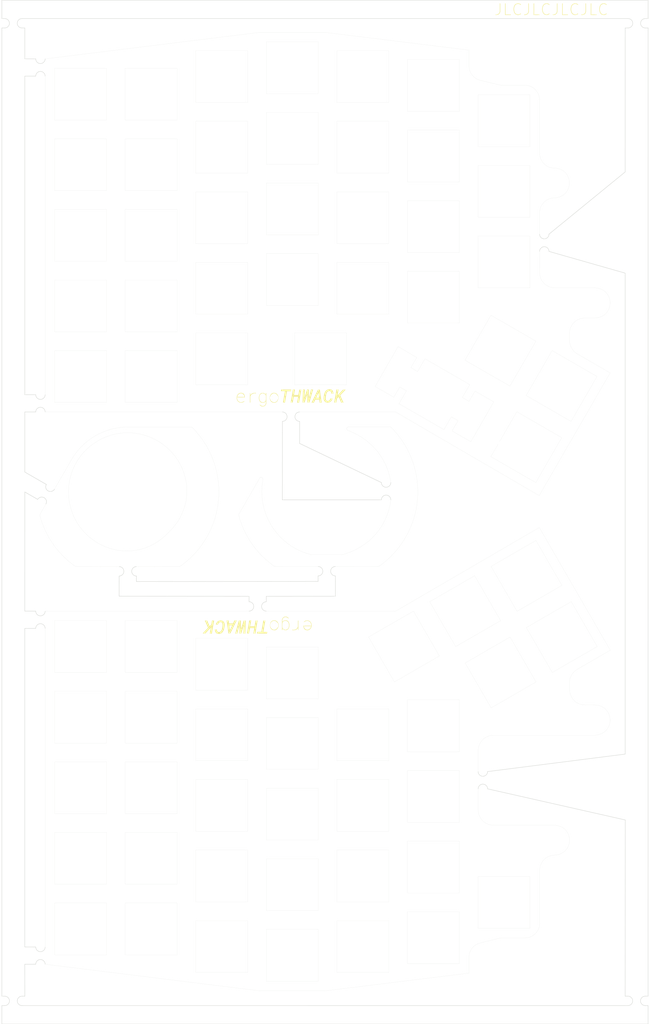
<source format=kicad_pcb>
(kicad_pcb (version 20221018) (generator pcbnew)
  (layers (0 "F.Cu" signal) (31 "B.Cu" signal) (34 "B.Paste" user) (35 "F.Paste" user) (36 "B.SilkS" user "B.Silkscreen") (37 "F.SilkS" user "F.Silkscreen") (38 "B.Mask" user) (39 "F.Mask" user) (44 "Edge.Cuts" user))
  (net 0 "")
  (footprint "Library:mouse-bite-2.54mm-slot" (layer "F.Cu") (at 100.52 151.663476)
    (fp_text reference "mouse-bite-2.54mm-slot" hide)
    (fp_text value "VAL**" hide)
    (fp_arc (start -2.33 -1.27) (mid -1.06 0) (end -2.33 1.27) (stroke (width 0.1)) (layer "Edge.Cuts"))
    (fp_arc (start 2.33 1.27) (mid 1.06 0) (end 2.33 -1.27) (stroke (width 0.1)) (layer "Edge.Cuts"))
    (pad "" np_thru_hole circle (at -0.8 -1.1) (size 0.5 0.5) (drill 0.5) (layers "F&B.Cu" "*.Mask"))
    (pad "" np_thru_hole circle (at 0 -1.1) (size 0.5 0.5) (drill 0.5) (layers "F&B.Cu" "*.Mask"))
    (pad "" np_thru_hole circle (at 0.8 -1.1) (size 0.5 0.5) (drill 0.5) (layers "F&B.Cu" "*.Mask"))
  )
  (footprint "Library:mouse-bite-2.54mm-slot" (layer "F.Cu") (at 24.757012 130.902349 -120)
    (fp_text reference "mouse-bite-2.54mm-slot" hide)
    (fp_text value "VAL**" hide)
    (fp_arc (start -2.33 -1.27) (mid -1.06 0) (end -2.33 1.27) (stroke (width 0.1)) (layer "Edge.Cuts"))
    (fp_arc (start 2.33 1.27) (mid 1.06 0) (end 2.33 -1.27) (stroke (width 0.1)) (layer "Edge.Cuts"))
    (pad "" np_thru_hole circle (at -0.8 -1.1 240) (size 0.5 0.5) (drill 0.5) (layers "F&B.Cu" "*.Mask"))
    (pad "" np_thru_hole circle (at 0 -1.1 240) (size 0.5 0.5) (drill 0.5) (layers "F&B.Cu" "*.Mask"))
    (pad "" np_thru_hole circle (at 0.8 -1.1 240) (size 0.5 0.5) (drill 0.5) (layers "F&B.Cu" "*.Mask"))
  )
  (footprint "Library:mouse-bite-2.54mm-slot" (layer "F.Cu") (at 90.87843 109.949721)
    (fp_text reference "mouse-bite-2.54mm-slot" hide)
    (fp_text value "VAL**" hide)
    (fp_arc (start -2.33 -1.27) (mid -1.06 0) (end -2.33 1.27) (stroke (width 0.1)) (layer "Edge.Cuts"))
    (fp_arc (start 2.33 1.27) (mid 1.06 0) (end 2.33 -1.27) (stroke (width 0.1)) (layer "Edge.Cuts"))
    (pad "" np_thru_hole circle (at -0.8 -1.1) (size 0.5 0.5) (drill 0.5) (layers "F&B.Cu" "*.Mask"))
    (pad "" np_thru_hole circle (at 0 -1.1) (size 0.5 0.5) (drill 0.5) (layers "F&B.Cu" "*.Mask"))
    (pad "" np_thru_hole circle (at 0.8 -1.1) (size 0.5 0.5) (drill 0.5) (layers "F&B.Cu" "*.Mask"))
  )
  (footprint "Library:mouse-bite-2.54mm-slot" (layer "F.Cu") (at 46.80964 151.695169)
    (fp_text reference "mouse-bite-2.54mm-slot" hide)
    (fp_text value "VAL**" hide)
    (fp_arc (start -2.33 -1.27) (mid -1.06 0) (end -2.33 1.27) (stroke (width 0.1)) (layer "Edge.Cuts"))
    (fp_arc (start 2.33 1.27) (mid 1.06 0) (end 2.33 -1.27) (stroke (width 0.1)) (layer "Edge.Cuts"))
    (pad "" np_thru_hole circle (at -0.8 -1.1) (size 0.5 0.5) (drill 0.5) (layers "F&B.Cu" "*.Mask"))
    (pad "" np_thru_hole circle (at 0 -1.1) (size 0.5 0.5) (drill 0.5) (layers "F&B.Cu" "*.Mask"))
    (pad "" np_thru_hole circle (at 0.8 -1.1) (size 0.5 0.5) (drill 0.5) (layers "F&B.Cu" "*.Mask"))
  )
  (footprint "" (layer "F.Cu") (at 86.335584 166.26)
    (fp_text reference "" (at 0 0) (layer "F.SilkS") (effects (font (size 1.27 1.27))))
    (fp_text value "" (at 0 0) (layer "F.SilkS") (effects (font (size 1.27 1.27))))
    (pad "" np_thru_hole circle (at 0 0 180) (size 2.2 2.2) (drill 2.2) (layers "F&B.Cu" "*.Mask"))
  )
  (footprint "" (layer "F.Cu") (at 43.615584 238.72)
    (fp_text reference "" (at 0 0) (layer "F.SilkS") (effects (font (size 1.27 1.27))))
    (fp_text value "" (at 0 0) (layer "F.SilkS") (effects (font (size 1.27 1.27))))
    (pad "" np_thru_hole circle (at 0 0 180) (size 2.2 2.2) (drill 2.2) (layers "F&B.Cu" "*.Mask"))
  )
  (footprint "" (layer "F.Cu") (at 172.985584 191.87)
    (fp_text reference "" (at 0 0) (layer "F.SilkS") (effects (font (size 1.27 1.27))))
    (fp_text value "" (at 0 0) (layer "F.SilkS") (effects (font (size 1.27 1.27))))
    (pad "" np_thru_hole circle (at 0 0 180) (size 2.2 2.2) (drill 2.2) (layers "F&B.Cu" "*.Mask"))
  )
  (footprint "Library:mouse-bite-2.54mm-slot" (layer "F.Cu") (at 23.22843 106.349721 -90)
    (fp_text reference "mouse-bite-2.54mm-slot" hide)
    (fp_text value "VAL**" hide)
    (fp_arc (start -2.33 -1.27) (mid -1.06 0) (end -2.33 1.27) (stroke (width 0.1)) (layer "Edge.Cuts"))
    (fp_arc (start 2.33 1.27) (mid 1.06 0) (end 2.33 -1.27) (stroke (width 0.1)) (layer "Edge.Cuts"))
    (pad "" np_thru_hole circle (at -0.8 -1.1 270) (size 0.5 0.5) (drill 0.5) (layers "F&B.Cu" "*.Mask"))
    (pad "" np_thru_hole circle (at 0 -1.1 270) (size 0.5 0.5) (drill 0.5) (layers "F&B.Cu" "*.Mask"))
    (pad "" np_thru_hole circle (at 0.8 -1.1 270) (size 0.5 0.5) (drill 0.5) (layers "F&B.Cu" "*.Mask"))
  )
  (footprint "" (layer "F.Cu") (at 43.586338 32.442223)
    (fp_text reference "" hide)
    (fp_text value "" hide)
    (pad "" np_thru_hole circle (at 0 0 180) (size 2.2 2.2) (drill 2.2) (layers "F&B.Cu" "*.Mask"))
  )
  (footprint "" (layer "F.Cu") (at 146.205584 157.76)
    (fp_text reference "" (at 0 0) (layer "F.SilkS") (effects (font (size 1.27 1.27))))
    (fp_text value "" (at 0 0) (layer "F.SilkS") (effects (font (size 1.27 1.27))))
    (pad "" np_thru_hole circle (at 0 0 180) (size 2.2 2.2) (drill 2.2) (layers "F&B.Cu" "*.Mask"))
  )
  (footprint "Library:mouse-bite-2.54mm-slot" (layer "F.Cu") (at 142.677676 208.087498 90)
    (fp_text reference "mouse-bite-2.54mm-slot" hide)
    (fp_text value "VAL**" hide)
    (fp_arc (start -2.33 -1.27) (mid -1.06 0) (end -2.33 1.27) (stroke (width 0.1)) (layer "Edge.Cuts"))
    (fp_arc (start 2.33 1.27) (mid 1.06 0) (end 2.33 -1.27) (stroke (width 0.1)) (layer "Edge.Cuts"))
    (pad "" np_thru_hole circle (at -0.8 -1.1 90) (size 0.5 0.5) (drill 0.5) (layers "F&B.Cu" "*.Mask"))
    (pad "" np_thru_hole circle (at 0 -1.1 90) (size 0.5 0.5) (drill 0.5) (layers "F&B.Cu" "*.Mask"))
    (pad "" np_thru_hole circle (at 0.8 -1.1 90) (size 0.5 0.5) (drill 0.5) (layers "F&B.Cu" "*.Mask"))
  )
  (footprint "Library:mouse-bite-2.54mm-slot" (layer "F.Cu") (at 23.227676 255.437498 -90)
    (fp_text reference "mouse-bite-2.54mm-slot" hide)
    (fp_text value "VAL**" hide)
    (fp_arc (start -2.33 -1.27) (mid -1.06 0) (end -2.33 1.27) (stroke (width 0.1)) (layer "Edge.Cuts"))
    (fp_arc (start 2.33 1.27) (mid 1.06 0) (end 2.33 -1.27) (stroke (width 0.1)) (layer "Edge.Cuts"))
    (pad "" np_thru_hole circle (at -0.8 -1.1 270) (size 0.5 0.5) (drill 0.5) (layers "F&B.Cu" "*.Mask"))
    (pad "" np_thru_hole circle (at 0 -1.1 270) (size 0.5 0.5) (drill 0.5) (layers "F&B.Cu" "*.Mask"))
    (pad "" np_thru_hole circle (at 0.8 -1.1 270) (size 0.5 0.5) (drill 0.5) (layers "F&B.Cu" "*.Mask"))
  )
  (footprint "" (layer "F.Cu") (at 184.78 271.3975)
    (fp_text reference "" (at 0 0) (layer "F.SilkS") (effects (font (size 1.27 1.27))))
    (fp_text value "" (at 0 0) (layer "F.SilkS") (effects (font (size 1.27 1.27))))
    (pad "" np_thru_hole circle (at 0 0) (size 2 2) (drill 2) (layers "F&B.Cu" "*.Mask"))
  )
  (footprint "" (layer "F.Cu") (at 138.836338 21.092223)
    (fp_text reference "" hide)
    (fp_text value "" hide)
    (pad "" np_thru_hole circle (at 0 0 180) (size 2.2 2.2) (drill 2.2) (layers "F&B.Cu" "*.Mask"))
  )
  (footprint "" (layer "F.Cu") (at 15.31 0.02)
    (fp_text reference "" (at 0 0) (layer "F.SilkS") (effects (font (size 1.27 1.27))))
    (fp_text value "" (at 0 0) (layer "F.SilkS") (effects (font (size 1.27 1.27))))
    (pad "" np_thru_hole circle (at 0 0) (size 2 2) (drill 2) (layers "F&B.Cu" "*.Mask"))
  )
  (footprint "" (layer "F.Cu") (at 110.545584 181.71)
    (fp_text reference "" (at 0 0) (layer "F.SilkS") (effects (font (size 1.27 1.27))))
    (fp_text value "" (at 0 0) (layer "F.SilkS") (effects (font (size 1.27 1.27))))
    (pad "" np_thru_hole circle (at 0 0 180) (size 2.2 2.2) (drill 2.2) (layers "F&B.Cu" "*.Mask"))
  )
  (footprint "Library:mouse-bite-2.54mm-slot" (layer "F.Cu") (at 81.877676 161.177498 180)
    (fp_text reference "mouse-bite-2.54mm-slot" hide)
    (fp_text value "VAL**" hide)
    (fp_arc (start -2.33 -1.27) (mid -1.06 0) (end -2.33 1.27) (stroke (width 0.1)) (layer "Edge.Cuts"))
    (fp_arc (start 2.33 1.27) (mid 1.06 0) (end 2.33 -1.27) (stroke (width 0.1)) (layer "Edge.Cuts"))
    (pad "" np_thru_hole circle (at -0.8 -1.1 180) (size 0.5 0.5) (drill 0.5) (layers "F&B.Cu" "*.Mask"))
    (pad "" np_thru_hole circle (at 0 -1.1 180) (size 0.5 0.5) (drill 0.5) (layers "F&B.Cu" "*.Mask"))
    (pad "" np_thru_hole circle (at 0.8 -1.1 180) (size 0.5 0.5) (drill 0.5) (layers "F&B.Cu" "*.Mask"))
  )
  (footprint "" (layer "F.Cu") (at 34.095584 181.57)
    (fp_text reference "" (at 0 0) (layer "F.SilkS") (effects (font (size 1.27 1.27))))
    (fp_text value "" (at 0 0) (layer "F.SilkS") (effects (font (size 1.27 1.27))))
    (pad "" np_thru_hole circle (at 0 0 180) (size 2.2 2.2) (drill 2.2) (layers "F&B.Cu" "*.Mask"))
  )
  (footprint "" (layer "F.Cu") (at 34.056338 89.592223)
    (fp_text reference "" (at 0 0) (layer "F.SilkS") (effects (font (size 1.27 1.27))))
    (fp_text value "" (at 0 0) (layer "F.SilkS") (effects (font (size 1.27 1.27))))
    (pad "" np_thru_hole circle (at 0 0 180) (size 2.2 2.2) (drill 2.2) (layers "F&B.Cu" "*.Mask"))
  )
  (footprint "" (layer "F.Cu") (at 162.045584 224.29)
    (fp_text reference "" (at 0 0) (layer "F.SilkS") (effects (font (size 1.27 1.27))))
    (fp_text value "" (at 0 0) (layer "F.SilkS") (effects (font (size 1.27 1.27))))
    (pad "" np_thru_hole circle (at 0 0 180) (size 2.2 2.2) (drill 2.2) (layers "F&B.Cu" "*.Mask"))
  )
  (footprint "" (layer "F.Cu") (at 87.047908 146.295978)
    (fp_text reference "" (at 0 0) (layer "F.SilkS") (effects (font (size 1.27 1.27))))
    (fp_text value "" (at 0 0) (layer "F.SilkS") (effects (font (size 1.27 1.27))))
    (pad "" np_thru_hole circle (at 0 0 180) (size 2.2 2.2) (drill 2.2) (layers "F&B.Cu" "*.Mask"))
  )
  (footprint "" (layer "F.Cu") (at 61.156338 139.395978)
    (fp_text reference "" (at 0 0) (layer "F.SilkS") (effects (font (size 1.27 1.27))))
    (fp_text value "" (at 0 0) (layer "F.SilkS") (effects (font (size 1.27 1.27))))
    (pad "" np_thru_hole circle (at 0 0 180) (size 1.5 1.5) (drill 1.5) (layers "F&B.Cu" "*.Mask"))
  )
  (footprint "Library:mouse-bite-2.54mm-slot" (layer "F.Cu") (at 159.25843 63.009721 90)
    (fp_text reference "mouse-bite-2.54mm-slot" hide)
    (fp_text value "VAL**" hide)
    (fp_arc (start -2.33 -1.27) (mid -1.06 0) (end -2.33 1.27) (stroke (width 0.1)) (layer "Edge.Cuts"))
    (fp_arc (start 2.33 1.27) (mid 1.06 0) (end 2.33 -1.27) (stroke (width 0.1)) (layer "Edge.Cuts"))
    (pad "" np_thru_hole circle (at -0.8 -1.1 90) (size 0.5 0.5) (drill 0.5) (layers "F&B.Cu" "*.Mask"))
    (pad "" np_thru_hole circle (at 0 -1.1 90) (size 0.5 0.5) (drill 0.5) (layers "F&B.Cu" "*.Mask"))
    (pad "" np_thru_hole circle (at 0.8 -1.1 90) (size 0.5 0.5) (drill 0.5) (layers "F&B.Cu" "*.Mask"))
  )
  (footprint "Library:mouse-bite-2.54mm-slot" (layer "F.Cu") (at 184.2 3.75 180)
    (fp_text reference "mouse-bite-2.54mm-slot" hide)
    (fp_text value "VAL**" hide)
    (fp_arc (start -2.33 -1.27) (mid -1.06 0) (end -2.33 1.27) (stroke (width 0.1)) (layer "Edge.Cuts"))
    (fp_arc (start 2.33 1.27) (mid 1.06 0) (end 2.33 -1.27) (stroke (width 0.1)) (layer "Edge.Cuts"))
    (pad "" np_thru_hole circle (at -0.8 -1.1 180) (size 0.5 0.5) (drill 0.5) (layers "F&B.Cu" "*.Mask"))
    (pad "" np_thru_hole circle (at 0 -1.1 180) (size 0.5 0.5) (drill 0.5) (layers "F&B.Cu" "*.Mask"))
    (pad "" np_thru_hole circle (at 0.8 -1.1 180) (size 0.5 0.5) (drill 0.5) (layers "F&B.Cu" "*.Mask"))
  )
  (footprint "Library:mouse-bite-2.54mm-slot" (layer "F.Cu") (at 116.55 130.063476 -90)
    (fp_text reference "mouse-bite-2.54mm-slot" hide)
    (fp_text value "VAL**" hide)
    (fp_arc (start -2.33 -1.27) (mid -1.06 0) (end -2.33 1.27) (stroke (width 0.1)) (layer "Edge.Cuts"))
    (fp_arc (start 2.33 1.27) (mid 1.06 0) (end 2.33 -1.27) (stroke (width 0.1)) (layer "Edge.Cuts"))
    (pad "" np_thru_hole circle (at -0.8 -1.1 270) (size 0.5 0.5) (drill 0.5) (layers "F&B.Cu" "*.Mask"))
    (pad "" np_thru_hole circle (at 0 -1.1 270) (size 0.5 0.5) (drill 0.5) (layers "F&B.Cu" "*.Mask"))
    (pad "" np_thru_hole circle (at 0.8 -1.1 270) (size 0.5 0.5) (drill 0.5) (layers "F&B.Cu" "*.Mask"))
  )
  (footprint "" (layer "F.Cu") (at 86.306338 104.872223)
    (fp_text reference "" (at 0 0) (layer "F.SilkS") (effects (font (size 1.27 1.27))))
    (fp_text value "" (at 0 0) (layer "F.SilkS") (effects (font (size 1.27 1.27))))
    (pad "" np_thru_hole circle (at 0 0 180) (size 2.2 2.2) (drill 2.2) (layers "F&B.Cu" "*.Mask"))
  )
  (footprint "Library:mouse-bite-2.54mm-slot" (layer "F.Cu") (at 23.227676 164.776946 -90)
    (fp_text reference "mouse-bite-2.54mm-slot" hide)
    (fp_text value "VAL**" hide)
    (fp_arc (start -2.33 -1.27) (mid -1.06 0) (end -2.33 1.27) (stroke (width 0.1)) (layer "Edge.Cuts"))
    (fp_arc (start 2.33 1.27) (mid 1.06 0) (end 2.33 -1.27) (stroke (width 0.1)) (layer "Edge.Cuts"))
    (pad "" np_thru_hole circle (at -0.8 -1.1 270) (size 0.5 0.5) (drill 0.5) (layers "F&B.Cu" "*.Mask"))
    (pad "" np_thru_hole circle (at 0 -1.1 270) (size 0.5 0.5) (drill 0.5) (layers "F&B.Cu" "*.Mask"))
    (pad "" np_thru_hole circle (at 0.8 -1.1 270) (size 0.5 0.5) (drill 0.5) (layers "F&B.Cu" "*.Mask"))
  )
  (footprint "Library:mouse-bite-2.54mm-slot" (layer "F.Cu") (at 23.22843 15.689721 -90)
    (fp_text reference "mouse-bite-2.54mm-slot" hide)
    (fp_text value "VAL**" hide)
    (fp_arc (start -2.33 -1.27) (mid -1.06 0) (end -2.33 1.27) (stroke (width 0.1)) (layer "Edge.Cuts"))
    (fp_arc (start 2.33 1.27) (mid 1.06 0) (end 2.33 -1.27) (stroke (width 0.1)) (layer "Edge.Cuts"))
    (pad "" np_thru_hole circle (at -0.8 -1.1 270) (size 0.5 0.5) (drill 0.5) (layers "F&B.Cu" "*.Mask"))
    (pad "" np_thru_hole circle (at 0 -1.1 270) (size 0.5 0.5) (drill 0.5) (layers "F&B.Cu" "*.Mask"))
    (pad "" np_thru_hole circle (at 0.8 -1.1 270) (size 0.5 0.5) (drill 0.5) (layers "F&B.Cu" "*.Mask"))
  )
  (footprint "" (layer "F.Cu") (at 33.346338 146.355978)
    (fp_text reference "" (at 0 0) (layer "F.SilkS") (effects (font (size 1.27 1.27))))
    (fp_text value "" (at 0 0) (layer "F.SilkS") (effects (font (size 1.27 1.27))))
    (pad "" np_thru_hole circle (at 0 0 180) (size 2.2 2.2) (drill 2.2) (layers "F&B.Cu" "*.Mask"))
  )
  (footprint "" (layer "F.Cu") (at 81.715584 225.59)
    (fp_text reference "" (at 0 0) (layer "F.SilkS") (effects (font (size 1.27 1.27))))
    (fp_text value "" (at 0 0) (layer "F.SilkS") (effects (font (size 1.27 1.27))))
    (pad "" np_thru_hole circle (at 0 0 180) (size 2.2 2.2) (drill 2.2) (layers "F&B.Cu" "*.Mask"))
  )
  (footprint "" (layer "F.Cu") (at 65.726338 135.425978)
    (fp_text reference "" (at 0 0) (layer "F.SilkS") (effects (font (size 1.27 1.27))))
    (fp_text value "" (at 0 0) (layer "F.SilkS") (effects (font (size 1.27 1.27))))
    (pad "" np_thru_hole circle (at 0 0 180) (size 2.2 2.2) (drill 2.2) (layers "F&B.Cu" "*.Mask"))
  )
  (footprint "Library:mouse-bite-2.54mm-slot" (layer "F.Cu") (at 184.18 267.6575)
    (fp_text reference "mouse-bite-2.54mm-slot" hide)
    (fp_text value "VAL**" hide)
    (fp_arc (start -2.33 -1.27) (mid -1.06 0) (end -2.33 1.27) (stroke (width 0.1)) (layer "Edge.Cuts"))
    (fp_arc (start 2.33 1.27) (mid 1.06 0) (end 2.33 -1.27) (stroke (width 0.1)) (layer "Edge.Cuts"))
    (pad "" np_thru_hole circle (at -0.8 -1.1) (size 0.5 0.5) (drill 0.5) (layers "F&B.Cu" "*.Mask"))
    (pad "" np_thru_hole circle (at 0 -1.1) (size 0.5 0.5) (drill 0.5) (layers "F&B.Cu" "*.Mask"))
    (pad "" np_thru_hole circle (at 0.8 -1.1) (size 0.5 0.5) (drill 0.5) (layers "F&B.Cu" "*.Mask"))
  )
  (footprint "" (layer "F.Cu") (at 146.206338 116.455978)
    (fp_text reference "" hide)
    (fp_text value "" hide)
    (pad "" np_thru_hole circle (at 0 0 180) (size 2.2 2.2) (drill 2.2) (layers "F&B.Cu" "*.Mask"))
  )
  (footprint "" (layer "F.Cu") (at 119.437908 135.355978)
    (fp_text reference "" (at 0 0) (layer "F.SilkS") (effects (font (size 1.27 1.27))))
    (fp_text value "" (at 0 0) (layer "F.SilkS") (effects (font (size 1.27 1.27))))
    (pad "" np_thru_hole circle (at 0 0 180) (size 2.2 2.2) (drill 2.2) (layers "F&B.Cu" "*.Mask"))
  )
  (footprint "" (layer "F.Cu") (at 172.986338 79.262223)
    (fp_text reference "" hide)
    (fp_text value "" hide)
    (pad "" np_thru_hole circle (at 0 0 180) (size 2.2 2.2) (drill 2.2) (layers "F&B.Cu" "*.Mask"))
  )
  (footprint "" (layer "F.Cu") (at 138.865584 250.08)
    (fp_text reference "" (at 0 0) (layer "F.SilkS") (effects (font (size 1.27 1.27))))
    (fp_text value "" (at 0 0) (layer "F.SilkS") (effects (font (size 1.27 1.27))))
    (pad "" np_thru_hole circle (at 0 0 180) (size 2.2 2.2) (drill 2.2) (layers "F&B.Cu" "*.Mask"))
  )
  (footprint "" (layer "F.Cu") (at 81.686338 45.572223)
    (fp_text reference "" hide)
    (fp_text value "" hide)
    (pad "" np_thru_hole circle (at 0 0 180) (size 2.2 2.2) (drill 2.2) (layers "F&B.Cu" "*.Mask"))
  )
  (footprint "" (layer "F.Cu") (at 131.006338 89.942223)
    (fp_text reference "" hide)
    (fp_text value "" hide)
    (pad "" np_thru_hole circle (at 0 0 180) (size 2.2 2.2) (drill 2.2) (layers "F&B.Cu" "*.Mask"))
  )
  (footprint "" (layer "F.Cu") (at 15.31 271.3975)
    (fp_text reference "" (at 0 0) (layer "F.SilkS") (effects (font (size 1.27 1.27))))
    (fp_text value "" (at 0 0) (layer "F.SilkS") (effects (font (size 1.27 1.27))))
    (pad "" np_thru_hole circle (at 0 0) (size 2 2) (drill 2) (layers "F&B.Cu" "*.Mask"))
  )
  (footprint "" (layer "F.Cu") (at 131.035584 181.18)
    (fp_text reference "" (at 0 0) (layer "F.SilkS") (effects (font (size 1.27 1.27))))
    (fp_text value "" (at 0 0) (layer "F.SilkS") (effects (font (size 1.27 1.27))))
    (pad "" np_thru_hole circle (at 0 0 180) (size 2.2 2.2) (drill 2.2) (layers "F&B.Cu" "*.Mask"))
  )
  (footprint "" (layer "F.Cu") (at 162.045584 185.38)
    (fp_text reference "" (at 0 0) (layer "F.SilkS") (effects (font (size 1.27 1.27))))
    (fp_text value "" (at 0 0) (layer "F.SilkS") (effects (font (size 1.27 1.27))))
    (pad "" np_thru_hole circle (at 0 0 180) (size 2.2 2.2) (drill 2.2) (layers "F&B.Cu" "*.Mask"))
  )
  (footprint "" (layer "F.Cu") (at 184.79 0.02)
    (fp_text reference "" (at 0 0) (layer "F.SilkS") (effects (font (size 1.27 1.27))))
    (fp_text value "" (at 0 0) (layer "F.SilkS") (effects (font (size 1.27 1.27))))
    (pad "" np_thru_hole circle (at 0 0) (size 2 2) (drill 2) (layers "F&B.Cu" "*.Mask"))
  )
  (footprint "" (layer "F.Cu") (at 110.546338 89.422223)
    (fp_text reference "" hide)
    (fp_text value "" hide)
    (pad "" np_thru_hole circle (at 0 0 180) (size 2.2 2.2) (drill 2.2) (layers "F&B.Cu" "*.Mask"))
  )
  (footprint "Library:mouse-bite-2.54mm-slot" (layer "F.Cu") (at 15.92 267.6625)
    (fp_text reference "mouse-bite-2.54mm-slot" hide)
    (fp_text value "VAL**" hide)
    (fp_arc (start -2.33 -1.27) (mid -1.06 0) (end -2.33 1.27) (stroke (width 0.1)) (layer "Edge.Cuts"))
    (fp_arc (start 2.33 1.27) (mid 1.06 0) (end 2.33 -1.27) (stroke (width 0.1)) (layer "Edge.Cuts"))
    (pad "" np_thru_hole circle (at -0.8 -1.1) (size 0.5 0.5) (drill 0.5) (layers "F&B.Cu" "*.Mask"))
    (pad "" np_thru_hole circle (at 0 -1.1) (size 0.5 0.5) (drill 0.5) (layers "F&B.Cu" "*.Mask"))
    (pad "" np_thru_hole circle (at 0.8 -1.1) (size 0.5 0.5) (drill 0.5) (layers "F&B.Cu" "*.Mask"))
  )
  (footprint "" (layer "F.Cu") (at 162.006338 46.872223)
    (fp_text reference "" hide)
    (fp_text value "" hide)
    (pad "" np_thru_hole circle (at 0 0 180) (size 2.2 2.2) (drill 2.2) (layers "F&B.Cu" "*.Mask"))
  )
  (footprint "" (layer "F.Cu") (at 26.786338 135.425978)
    (fp_text reference "" (at 0 0) (layer "F.SilkS") (effects (font (size 1.27 1.27))))
    (fp_text value "" (at 0 0) (layer "F.SilkS") (effects (font (size 1.27 1.27))))
    (pad "" np_thru_hole circle (at 0 0 180) (size 2.2 2.2) (drill 2.2) (layers "F&B.Cu" "*.Mask"))
  )
  (footprint "Library:mouse-bite-2.54mm-slot" (layer "F.Cu") (at 15.91 3.75 180)
    (fp_text reference "mouse-bite-2.54mm-slot" hide)
    (fp_text value "VAL**" hide)
    (fp_arc (start -2.33 -1.27) (mid -1.06 0) (end -2.33 1.27) (stroke (width 0.1)) (layer "Edge.Cuts"))
    (fp_arc (start 2.33 1.27) (mid 1.06 0) (end 2.33 -1.27) (stroke (width 0.1)) (layer "Edge.Cuts"))
    (pad "" np_thru_hole circle (at -0.8 -1.1 180) (size 0.5 0.5) (drill 0.5) (layers "F&B.Cu" "*.Mask"))
    (pad "" np_thru_hole circle (at 0 -1.1 180) (size 0.5 0.5) (drill 0.5) (layers "F&B.Cu" "*.Mask"))
    (pad "" np_thru_hole circle (at 0.8 -1.1 180) (size 0.5 0.5) (drill 0.5) (layers "F&B.Cu" "*.Mask"))
  )
  (footprint "" (layer "F.Cu") (at 80.487908 135.355978)
    (fp_text reference "" (at 0 0) (layer "F.SilkS") (effects (font (size 1.27 1.27))))
    (fp_text value "" (at 0 0) (layer "F.SilkS") (effects (font (size 1.27 1.27))))
    (pad "" np_thru_hole circle (at 0 0 180) (size 2.2 2.2) (drill 2.2) (layers "F&B.Cu" "*.Mask"))
  )
  (footprint "" (layer "F.Cu") (at 55.976338 144.585978)
    (fp_text reference "" (at 0 0) (layer "F.SilkS") (effects (font (size 1.27 1.27))))
    (fp_text value "" (at 0 0) (layer "F.SilkS") (effects (font (size 1.27 1.27))))
    (pad "" np_thru_hole circle (at 0 0 180) (size 1.5 1.5) (drill 1.5) (layers "F&B.Cu" "*.Mask"))
  )
  (footprint "" (layer "F.Cu") (at 162.006338 85.782223)
    (fp_text reference "" hide)
    (fp_text value "" hide)
    (pad "" np_thru_hole circle (at 0 0 180) (size 2.2 2.2) (drill 2.2) (layers "F&B.Cu" "*.Mask"))
  )
  (gr_poly (pts (xy 86.271168 103.513346) (xy 86.311992 103.514936) (xy 86.353437 103.517954) (xy 86.395501 103.522406) (xy 86.438186 103.528298) (xy 86.515916 103.537367) (xy 86.59039 103.551242) (xy 86.661661 103.569768) (xy 86.729779 103.59279) (xy 86.794797 103.620153) (xy 86.856765 103.651701) (xy 86.915737 103.687281) (xy 86.971763 103.726735) (xy 87.024895 103.769911) (xy 87.075184 103.816652) (xy 87.122684 103.866804) (xy 87.167444 103.920212) (xy 87.209517 103.97672) (xy 87.248955 104.036174) (xy 87.285808 104.098418) (xy 87.32013 104.163298) (xy 87.339155 104.203382) (xy 87.356579 104.244189) (xy 87.372452 104.285616) (xy 87.386827 104.32756) (xy 87.399755 104.369917) (xy 87.411288 104.412585) (xy 87.421476 104.455459) (xy 87.430373 104.498437) (xy 87.43803 104.541414) (xy 87.444499 104.584288) (xy 87.44983 104.626956) (xy 87.454076 104.669313) (xy 87.457289 104.711257) (xy 87.459519 104.752685) (xy 87.461242 104.833576) (xy 87.460415 104.892306) (xy 87.457935 104.949538) (xy 87.4538 105.005426) (xy 87.448013 105.060125) (xy 87.440571 105.113791) (xy 87.431476 105.166579) (xy 87.420728 105.218643) (xy 87.408325 105.270138) (xy 87.394269 105.32122) (xy 87.37856 105.372044) (xy 87.361197 105.422764) (xy 87.34218 105.473537) (xy 87.321509 105.524515) (xy 87.299185 105.575856) (xy 87.275207 105.627713) (xy 87.249576 105.680242) (xy 87.208168 105.744222) (xy 87.163466 105.803887) (xy 87.115689 105.859262) (xy 87.065056 105.910374) (xy 87.011789 105.957249) (xy 86.956105 105.999913) (xy 86.898226 106.03839) (xy 86.838369 106.072707) (xy 86.776756 106.102891) (xy 86.713605 106.128966) (xy 86.649137 106.150958) (xy 86.58357 106.168894) (xy 86.517125 106.1828) (xy 86.450021 106.1927) (xy 86.382478 106.198621) (xy 86.314715 106.200589) (xy 86.246952 106.19863) (xy 86.179409 106.192769) (xy 86.112305 106.183032) (xy 86.04586 106.169446) (xy 85.980293 106.152035) (xy 85.915825 106.130826) (xy 85.852674 106.105845) (xy 85.791061 106.077117) (xy 85.731204 106.044669) (xy 85.673325 106.008525) (xy 85.617641 105.968713) (xy 85.564374 105.925257) (xy 85.513742 105.878185) (xy 85.465965 105.82752) (xy 85.421262 105.77329) (xy 85.379855 105.71552) (xy 85.351019 105.671615) (xy 85.324044 105.625965) (xy 85.275675 105.529898) (xy 85.234747 105.428251) (xy 85.201261 105.321953) (xy 85.175216 105.211933) (xy 85.156613 105.099124) (xy 85.14545 104.984454) (xy 85.142723 104.899721) (xy 85.27843 104.899721) (xy 85.283606 104.990457) (xy 85.295862 105.080727) (xy 85.31525 105.17048) (xy 85.34182 105.259665) (xy 85.375625 105.34823) (xy 85.416716 105.436123) (xy 85.465145 105.523292) (xy 85.520965 105.609686) (xy 85.55856 105.664154) (xy 85.598488 105.715115) (xy 85.640599 105.762574) (xy 85.684744 105.806539) (xy 85.730776 105.847016) (xy 85.778546 105.884011) (xy 85.827904 105.91753) (xy 85.878703 105.947581) (xy 85.930794 105.97417) (xy 85.984029 105.997303) (xy 86.038258 106.016986) (xy 86.093333 106.033226) (xy 86.149106 106.04603) (xy 86.205428 106.055404) (xy 86.26215 106.061354) (xy 86.319124 106.063888) (xy 86.376202 106.06301) (xy 86.433234 106.058728) (xy 86.490073 106.051049) (xy 86.546569 106.039979) (xy 86.602575 106.025523) (xy 86.657941 106.007689) (xy 86.712519 105.986484) (xy 86.76616 105.961913) (xy 86.818716 105.933983) (xy 86.870038 105.9027) (xy 86.919978 105.868072) (xy 86.968387 105.830103) (xy 87.015116 105.788802) (xy 87.060018 105.744174) (xy 87.102943 105.696226) (xy 87.143742 105.644964) (xy 87.181707 105.552222) (xy 87.19932 105.505593) (xy 87.215951 105.458653) (xy 87.231548 105.411301) (xy 87.246061 105.363431) (xy 87.259436 105.314941) (xy 87.271623 105.265728) (xy 87.28257 105.215688) (xy 87.292225 105.164718) (xy 87.300536 105.112714) (xy 87.307452 105.059574) (xy 87.312921 105.005193) (xy 87.316891 104.949469) (xy 87.319312 104.892297) (xy 87.32013 104.833576) (xy 87.319716 104.800107) (xy 87.318476 104.765914) (xy 87.316409 104.731101) (xy 87.313515 104.695772) (xy 87.309795 104.660029) (xy 87.305247 104.623976) (xy 87.299873 104.587716) (xy 87.293672 104.551353) (xy 87.286644 104.51499) (xy 87.278789 104.478731) (xy 87.270108 104.442678) (xy 87.260599 104.406935) (xy 87.250264 104.371606) (xy 87.239102 104.336793) (xy 87.227113 104.3026) (xy 87.214297 104.269131) (xy 87.180381 104.204648) (xy 87.144707 104.143523) (xy 87.107172 104.085809) (xy 87.067674 104.031558) (xy 87.026109 103.98082) (xy 86.982374 103.933648) (xy 86.936364 103.890093) (xy 86.887978 103.850208) (xy 86.862861 103.831657) (xy 86.837111 103.814043) (xy 86.810715 103.797372) (xy 86.783661 103.78165) (xy 86.755934 103.766885) (xy 86.727523 103.753082) (xy 86.698414 103.740248) (xy 86.668595 103.728389) (xy 86.638052 103.717512) (xy 86.606772 103.707624) (xy 86.574744 103.69873) (xy 86.541953 103.690838) (xy 86.508387 103.683953) (xy 86.474033 103.678082) (xy 86.402909 103.669409) (xy 86.32517 103.665267) (xy 86.250636 103.666033) (xy 86.179202 103.671657) (xy 86.110765 103.682087) (xy 86.045222 103.697271) (xy 85.98247 103.717158) (xy 85.922404 103.741696) (xy 85.864923 103.770833) (xy 85.809922 103.804517) (xy 85.757298 103.842697) (xy 85.706948 103.885322) (xy 85.658769 103.932339) (xy 85.612656 103.983697) (xy 85.568507 104.039343) (xy 85.526218 104.099228) (xy 85.485687 104.163298) (xy 85.436086 104.255894) (xy 85.393152 104.348437) (xy 85.356935 104.440878) (xy 85.327488 104.533163) (xy 85.304863 104.625242) (xy 85.28911 104.717062) (xy 85.280282 104.808573) (xy 85.27843 104.899721) (xy 85.142723 104.899721) (xy 85.14173 104.868854) (xy 85.14545 104.753254) (xy 85.156613 104.638584) (xy 85.175216 104.525774) (xy 85.201261 104.415755) (xy 85.234747 104.309456) (xy 85.275675 104.207809) (xy 85.324044 104.111742) (xy 85.351019 104.066093) (xy 85.379855 104.022187) (xy 85.403316 103.986428) (xy 85.427397 103.951916) (xy 85.452098 103.918657) (xy 85.477419 103.886657) (xy 85.503361 103.855924) (xy 85.529922 103.826463) (xy 85.557104 103.798281) (xy 85.584906 103.771384) (xy 85.613328 103.745779) (xy 85.64237 103.721473) (xy 85.672032 103.698472) (xy 85.702314 103.676782) (xy 85.733217 103.656409) (xy 85.76474 103.637361) (xy 85.796882 103.619644) (xy 85.829645 103.603263) (xy 85.863028 103.588227) (xy 85.897031 103.57454) (xy 85.931654 103.56221) (xy 85.966898 103.551242) (xy 86.002761 103.541645) (xy 86.039244 103.533423) (xy 86.076348 103.526583) (xy 86.114072 103.521132) (xy 86.152416 103.517077) (xy 86.19138 103.514423) (xy 86.230964 103.513177)) (fill solid) (layer "F.SilkS"))
  (gr_poly (pts (xy 71.345903 168.599635) (xy 71.296415 168.597154) (xy 71.247133 168.59302) (xy 71.198161 168.587232) (xy 71.149602 168.579791) (xy 71.10156 168.570696) (xy 71.054139 168.559947) (xy 71.007441 168.547545) (xy 70.968472 168.533801) (xy 70.930925 168.519037) (xy 70.894773 168.503265) (xy 70.859991 168.486498) (xy 70.826552 168.468749) (xy 70.794431 168.450031) (xy 70.763602 168.430358) (xy 70.734038 168.409741) (xy 70.705716 168.388194) (xy 70.678607 168.36573) (xy 70.652687 168.342361) (xy 70.62793 168.318102) (xy 70.604309 168.292963) (xy 70.5818 168.266959) (xy 70.560376 168.240102) (xy 70.540011 168.212406) (xy 70.52068 168.183883) (xy 70.502356 168.154546) (xy 70.485014 168.124408) (xy 70.468628 168.093481) (xy 70.438622 168.029317) (xy 70.412129 167.962154) (xy 70.388943 167.892098) (xy 70.368858 167.819252) (xy 70.351667 167.743718) (xy 70.337163 167.665601) (xy 70.337094 167.639211) (xy 70.336612 167.613235) (xy 70.335302 167.588086) (xy 70.334209 167.575951) (xy 70.332753 167.564177) (xy 70.330884 167.552817) (xy 70.32855 167.541922) (xy 70.325699 167.531543) (xy 70.32228 167.521734) (xy 70.31824 167.512544) (xy 70.313529 167.504026) (xy 70.308094 167.496231) (xy 70.30509 167.492621) (xy 70.301884 167.489212) (xy 70.298781 167.482701) (xy 70.296072 167.476396) (xy 70.293738 167.470298) (xy 70.291758 167.464407) (xy 70.290115 167.458723) (xy 70.288788 167.453245) (xy 70.287758 167.447974) (xy 70.287005 167.44291) (xy 70.286512 167.438052) (xy 70.286257 167.433401) (xy 70.286386 167.42472) (xy 70.287239 167.416865) (xy 70.288661 167.409837) (xy 70.290495 167.403636) (xy 70.292588 167.398261) (xy 70.294784 167.393714) (xy 70.296929 167.389993) (xy 70.300443 167.385032) (xy 70.30189 167.383378) (xy 70.866335 167.383378) (xy 70.866731 167.396616) (xy 70.867851 167.409906) (xy 70.86959 167.423298) (xy 70.871847 167.436846) (xy 70.877496 167.464614) (xy 70.883973 167.493621) (xy 70.890449 167.524283) (xy 70.893429 167.540363) (xy 70.896099 167.557011) (xy 70.898355 167.57428) (xy 70.900095 167.59222) (xy 70.901215 167.610884) (xy 70.901611 167.630323) (xy 70.909145 167.672186) (xy 70.918474 167.711808) (xy 70.929535 167.74922) (xy 70.942262 167.784456) (xy 70.956592 167.817547) (xy 70.972459 167.848526) (xy 70.989798 167.877425) (xy 71.008546 167.904277) (xy 71.028638 167.929112) (xy 71.050008 167.951965) (xy 71.072593 167.972867) (xy 71.096327 167.991851) (xy 71.121147 168.008948) (xy 71.146988 168.024192) (xy 71.173784 168.037614) (xy 71.201472 168.049246) (xy 71.229987 168.059122) (xy 71.259264 168.067273) (xy 71.289239 168.073731) (xy 71.319846 168.078529) (xy 71.351022 168.0817) (xy 71.382702 168.083275) (xy 71.414821 168.083287) (xy 71.447315 168.081768) (xy 71.480119 168.07875) (xy 71.513169 168.074266) (xy 71.546399 168.068348) (xy 71.579745 168.061028) (xy 71.613143 168.052339) (xy 71.646528 168.042313) (xy 71.679836 168.030982) (xy 71.713002 168.018378) (xy 71.739055 168.004727) (xy 71.764333 167.990197) (xy 71.788888 167.974737) (xy 71.812771 167.958296) (xy 71.836034 167.94082) (xy 71.858729 167.92226) (xy 71.880906 167.902563) (xy 71.902619 167.881677) (xy 71.923918 167.859551) (xy 71.944855 167.836133) (xy 71.965483 167.811371) (xy 71.985852 167.785214) (xy 72.006014 167.75761) (xy 72.026021 167.728508) (xy 72.045925 167.697855) (xy 72.065777 167.6656) (xy 72.091418 167.618894) (xy 72.115456 167.571412) (xy 72.137944 167.523206) (xy 72.158934 167.474329) (xy 72.178476 167.424831) (xy 72.196623 167.374766) (xy 72.213427 167.324183) (xy 72.228938 167.273135) (xy 72.243209 167.221674) (xy 72.256292 167.169851) (xy 72.268238 167.117718) (xy 72.279099 167.065327) (xy 72.297771 166.959976) (xy 72.312723 166.854212) (xy 72.338629 166.700974) (xy 72.350549 166.627249) (xy 72.361228 166.554351) (xy 72.370254 166.481453) (xy 72.377213 166.407728) (xy 72.381692 166.332349) (xy 72.382872 166.293781) (xy 72.383277 166.25449) (xy 72.382726 166.148657) (xy 72.381417 166.09574) (xy 72.378867 166.042823) (xy 72.374664 165.989907) (xy 72.371813 165.963448) (xy 72.368394 165.93699) (xy 72.364354 165.910532) (xy 72.359643 165.884073) (xy 72.354208 165.857615) (xy 72.347999 165.831157) (xy 72.340871 165.798805) (xy 72.332728 165.767888) (xy 72.323592 165.738391) (xy 72.313479 165.710303) (xy 72.302411 165.68361) (xy 72.290406 165.658299) (xy 72.277483 165.634358) (xy 72.263663 165.611773) (xy 72.248965 165.590532) (xy 72.233407 165.570622) (xy 72.217009 165.552029) (xy 72.199791 165.534741) (xy 72.181772 165.518745) (xy 72.162972 165.504028) (xy 72.143409 165.490577) (xy 72.123103 165.478379) (xy 72.102074 165.467422) (xy 72.080341 165.457691) (xy 72.057923 165.449175) (xy 72.03484 165.441861) (xy 72.011111 165.435735) (xy 71.986755 165.430785) (xy 71.961792 165.426998) (xy 71.936241 165.42436) (xy 71.910122 165.422859) (xy 71.883454 165.422482) (xy 71.856256 165.423217) (xy 71.828548 165.425049) (xy 71.800348 165.427966) (xy 71.771678 165.431956) (xy 71.742555 165.437006) (xy 71.712999 165.443101) (xy 71.674138 165.450939) (xy 71.636931 165.461154) (xy 71.601378 165.473642) (xy 71.567478 165.488301) (xy 71.535232 165.505027) (xy 71.504639 165.523716) (xy 71.475701 165.544266) (xy 71.448416 165.566573) (xy 71.422784 165.590534) (xy 71.398806 165.616045) (xy 71.376482 165.643003) (xy 71.355812 165.671304) (xy 71.336795 165.700846) (xy 71.319432 165.731524) (xy 71.303723 165.763237) (xy 71.289667 165.795879) (xy 71.276369 165.823922) (xy 71.262657 165.854859) (xy 71.23234 165.923761) (xy 71.214907 165.960899) (xy 71.205442 165.979959) (xy 71.195408 165.999277) (xy 71.184754 166.018802) (xy 71.173428 166.038482) (xy 71.161378 166.058266) (xy 71.148554 166.078101) (xy 70.584108 166.078101) (xy 70.595462 166.012786) (xy 70.60962 165.949151) (xy 70.62649 165.887221) (xy 70.645983 165.827022) (xy 70.668008 165.768581) (xy 70.692475 165.711922) (xy 70.719293 165.657072) (xy 70.748371 165.604056) (xy 70.77962 165.552901) (xy 70.81295 165.503632) (xy 70.848268 165.456274) (xy 70.885486 165.410855) (xy 70.924512 165.3674) (xy 70.965257 165.325934) (xy 71.00763 165.286483) (xy 71.051539 165.249073) (xy 71.096896 165.213731) (xy 71.143609 165.180482) (xy 71.191589 165.149351) (xy 71.240744 165.120365) (xy 71.290984 165.093549) (xy 71.342218 165.068929) (xy 71.394358 165.046532) (xy 71.447311 165.026383) (xy 71.500987 165.008507) (xy 71.555297 164.992931) (xy 71.610149 164.97968) (xy 71.665453 164.968781) (xy 71.721119 164.960258) (xy 71.777056 164.954139) (xy 71.833175 164.950448) (xy 71.889383 164.949212) (xy 71.944883 164.950341) (xy 71.998937 164.953691) (xy 72.051543 164.959212) (xy 72.102703 164.966851) (xy 72.152416 164.976558) (xy 72.200681 164.98828) (xy 72.2475 165.001965) (xy 72.292872 165.017563) (xy 72.336797 165.035021) (xy 72.379275 165.054288) (xy 72.420306 165.075312) (xy 72.45989 165.098041) (xy 72.498027 165.122423) (xy 72.534718 165.148408) (xy 72.569961 165.175943) (xy 72.603757 165.204976) (xy 72.636107 165.235457) (xy 72.667009 165.267333) (xy 72.696465 165.300552) (xy 72.724474 165.335063) (xy 72.77615 165.407755) (xy 72.822039 165.484994) (xy 72.86214 165.566367) (xy 72.896454 165.651461) (xy 72.924979 165.739862) (xy 72.947717 165.831157) (xy 72.959732 165.883677) (xy 72.969421 165.935474) (xy 72.97694 165.986651) (xy 72.982443 166.037311) (xy 72.986086 166.087558) (xy 72.988024 166.137495) (xy 72.988412 166.187224) (xy 72.987404 166.236851) (xy 72.985156 166.286478) (xy 72.981823 166.336208) (xy 72.972522 166.436391) (xy 72.947717 166.642545) (xy 72.898659 166.907129) (xy 72.873923 167.03942) (xy 72.846293 167.171712) (xy 72.830747 167.237858) (xy 72.813702 167.304004) (xy 72.7949 167.370149) (xy 72.774083 167.436295) (xy 72.750992 167.502441) (xy 72.725369 167.568587) (xy 72.696956 167.634733) (xy 72.665493 167.700878) (xy 72.631171 167.772786) (xy 72.594318 167.842885) (xy 72.55488 167.911021) (xy 72.512807 167.977037) (xy 72.468046 168.04078) (xy 72.420547 168.102094) (xy 72.370257 168.160824) (xy 72.317126 168.216816) (xy 72.2611 168.269913) (xy 72.202129 168.319962) (xy 72.14016 168.366807) (xy 72.075143 168.410292) (xy 72.007025 168.450264) (xy 71.935755 168.486567) (xy 71.86128 168.519045) (xy 71.783551 168.547545) (xy 71.736853 168.559947) (xy 71.689431 168.570696) (xy 71.641389 168.579791) (xy 71.592831 168.587232) (xy 71.543859 168.59302) (xy 71.494577 168.597154) (xy 71.445088 168.599635) (xy 71.395496 168.600462)) (fill solid) (layer "F.SilkS"))
  (gr_poly (pts (xy 91.444504 167.604002) (xy 91.333598 167.600712) (xy 91.221607 167.595045) (xy 91.221607 167.453934) (xy 91.287683 167.455381) (xy 91.353347 167.458895) (xy 91.48178 167.467163) (xy 91.543723 167.469437) (xy 91.573945 167.469566) (xy 91.603598 167.468817) (xy 91.632632 167.467034) (xy 91.660994 167.464063) (xy 91.688632 167.459748) (xy 91.715495 167.453934) (xy 91.774604 167.446467) (xy 91.832835 167.437191) (xy 91.890135 167.425951) (xy 91.946454 167.412593) (xy 92.001739 167.396961) (xy 92.055939 167.3789) (xy 92.109002 167.358255) (xy 92.160877 167.334871) (xy 92.211511 167.308594) (xy 92.260853 167.279268) (xy 92.308852 167.246737) (xy 92.355456 167.210848) (xy 92.400612 167.171445) (xy 92.44427 167.128372) (xy 92.486378 167.081476) (xy 92.526884 167.030601) (xy 92.552515 166.997519) (xy 92.576493 166.964386) (xy 92.598817 166.931149) (xy 92.619488 166.897758) (xy 92.638505 166.86416) (xy 92.655868 166.830303) (xy 92.671578 166.796136) (xy 92.685634 166.761608) (xy 92.698036 166.726666) (xy 92.708785 166.691259) (xy 92.71788 166.655335) (xy 92.725321 166.618843) (xy 92.731109 166.581731) (xy 92.735243 166.543947) (xy 92.737724 166.505439) (xy 92.73855 166.466156) (xy 92.73855 164.98449) (xy 92.879661 164.98449) (xy 92.879662 167.559767) (xy 92.773828 167.559767) (xy 92.773277 167.426924) (xy 92.771968 167.359469) (xy 92.769419 167.290774) (xy 92.765216 167.220425) (xy 92.758946 167.14801) (xy 92.750195 167.073113) (xy 92.73855 166.995323) (xy 92.704863 167.049908) (xy 92.669967 167.101277) (xy 92.633896 167.149519) (xy 92.596681 167.194725) (xy 92.558356 167.236986) (xy 92.518952 167.276391) (xy 92.478501 167.313032) (xy 92.437036 167.346998) (xy 92.394589 167.378381) (xy 92.351193 167.40727) (xy 92.306879 167.433756) (xy 92.261681 167.45793) (xy 92.215629 167.479882) (xy 92.168758 167.499702) (xy 92.121098 167.517481) (xy 92.072683 167.533309) (xy 92.023544 167.547277) (xy 91.973714 167.559474) (xy 91.872109 167.578922) (xy 91.768128 167.592375) (xy 91.662027 167.600557) (xy 91.554067 167.604192)) (fill solid) (layer "F.SilkS"))
  (gr_poly (pts (xy 89.333476 167.590877) (xy 89.273268 167.5834) (xy 89.21355 167.572177) (xy 89.154524 167.557226) (xy 89.096389 167.538568) (xy 89.039346 167.516221) (xy 88.983594 167.490205) (xy 88.929335 167.46054) (xy 88.876768 167.427244) (xy 88.826094 167.390337) (xy 88.777513 167.349839) (xy 88.731225 167.305769) (xy 88.68743 167.258146) (xy 88.646329 167.206989) (xy 88.646227 167.203783) (xy 88.645924 167.200771) (xy 88.645428 167.197939) (xy 88.644745 167.195276) (xy 88.64388 167.192767) (xy 88.642841 167.190401) (xy 88.641634 167.188164) (xy 88.640266 167.186043) (xy 88.638742 167.184025) (xy 88.63707 167.182098) (xy 88.635256 167.180249) (xy 88.633307 167.178464) (xy 88.631228 167.17673) (xy 88.629026 167.175036) (xy 88.626708 167.173367) (xy 88.62428 167.171711) (xy 88.60168 167.15738) (xy 88.595384 167.153022) (xy 88.592175 167.150655) (xy 88.588934 167.148147) (xy 88.585666 167.145484) (xy 88.582379 167.142652) (xy 88.579079 167.13964) (xy 88.575773 167.136434) (xy 88.575773 167.559767) (xy 88.434662 167.559767) (xy 88.434662 164.843378) (xy 88.444541 164.758276) (xy 88.460776 164.675189) (xy 88.483109 164.594479) (xy 88.511281 164.516508) (xy 88.545034 164.441637) (xy 88.584111 164.370229) (xy 88.628251 164.302645) (xy 88.677197 164.239247) (xy 88.730691 164.180396) (xy 88.788474 164.126454) (xy 88.850287 164.077784) (xy 88.882625 164.055538) (xy 88.915873 164.034746) (xy 88.95 164.015452) (xy 88.984973 163.997703) (xy 89.02076 163.981542) (xy 89.057329 163.967015) (xy 89.094647 163.954168) (xy 89.132682 163.943046) (xy 89.171401 163.933694) (xy 89.210773 163.926157) (xy 89.283499 163.915408) (xy 89.356019 163.90962) (xy 89.428125 163.908794) (xy 89.49961 163.912928) (xy 89.570269 163.922023) (xy 89.639895 163.936079) (xy 89.70828 163.955096) (xy 89.775218 163.979074) (xy 89.840503 164.008013) (xy 89.903927 164.041912) (xy 89.965284 164.080773) (xy 90.024367 164.124595) (xy 90.08097 164.173377) (xy 90.134886 164.227121) (xy 90.185908 164.285825) (xy 90.233829 164.34949) (xy 90.127996 164.455324) (xy 90.127895 164.452017) (xy 90.1276 164.448718) (xy 90.127124 164.445431) (xy 90.12648 164.442163) (xy 90.125681 164.438922) (xy 90.12474 164.435712) (xy 90.122484 164.429416) (xy 90.119814 164.423327) (xy 90.116834 164.417496) (xy 90.113647 164.411976) (xy 90.110357 164.406817) (xy 90.107067 164.402071) (xy 90.10388 164.39779) (xy 90.098231 164.390831) (xy 90.092718 164.384768) (xy 90.052609 164.345933) (xy 90.011621 164.308907) (xy 89.969703 164.273845) (xy 89.926803 164.240901) (xy 89.882869 164.210231) (xy 89.83785 164.18199) (xy 89.791695 164.156332) (xy 89.74435 164.133414) (xy 89.695766 164.113389) (xy 89.645889 164.096414) (xy 89.59467 164.082642) (xy 89.542054 164.072229) (xy 89.515207 164.068331) (xy 89.487992 164.06533) (xy 89.460402 164.063247) (xy 89.432431 164.062101) (xy 89.404073 164.06191) (xy 89.37532 164.062695) (xy 89.346167 164.064475) (xy 89.316607 164.067268) (xy 89.25792 164.07514) (xy 89.20099 164.085596) (xy 89.14592 164.098739) (xy 89.092814 164.114673) (xy 89.041775 164.1335) (xy 88.992906 164.155325) (xy 88.946311 164.18025) (xy 88.902093 164.20838) (xy 88.860356 164.239816) (xy 88.821203 164.274663) (xy 88.784736 164.313024) (xy 88.751061 164.355003) (xy 88.735301 164.377381) (xy 88.720279 164.400702) (xy 88.706005 164.424979) (xy 88.692494 164.450225) (xy 88.679758 164.476453) (xy 88.66781 164.503676) (xy 88.64633 164.561157) (xy 88.627709 164.607459) (xy 88.611466 164.653761) (xy 88.597496 164.700063) (xy 88.585696 164.746365) (xy 88.575964 164.792667) (xy 88.568195 164.838969) (xy 88.562287 164.885271) (xy 88.558136 164.931573) (xy 88.555638 164.977875) (xy 88.55469 165.024177) (xy 88.55519 165.07048) (xy 88.557033 165.116782) (xy 88.560116 165.163084) (xy 88.564336 165.209386) (xy 88.575774 165.30199) (xy 88.681607 165.196156) (xy 88.712081 165.167216) (xy 88.743911 165.139915) (xy 88.777008 165.114243) (xy 88.81128 165.090185) (xy 88.846638 165.06773) (xy 88.88299 165.046863) (xy 88.958317 165.009846) (xy 89.036538 164.979029) (xy 89.116929 164.954311) (xy 89.198767 164.935587) (xy 89.281329 164.922754) (xy 89.36389 164.915709) (xy 89.445729 164.914348) (xy 89.52612 164.918568) (xy 89.604341 164.928266) (xy 89.679668 164.943338) (xy 89.751378 164.963682) (xy 89.818746 164.989193) (xy 89.881051 165.019768) (xy 89.913702 165.040025) (xy 89.945474 165.061109) (xy 89.976316 165.08302) (xy 90.006177 165.105757) (xy 90.035004 165.129322) (xy 90.062745 165.153713) (xy 90.08935 165.178931) (xy 90.114766 165.204976) (xy 90.138942 165.231848) (xy 90.161826 165.259546) (xy 90.183366 165.288072) (xy 90.203512 165.317424) (xy 90.22221 165.347603) (xy 90.23941 165.378609) (xy 90.255059 165.410441) (xy 90.269106 165.443101) (xy 90.312523 165.541923) (xy 90.350204 165.640022) (xy 90.3822 165.737501) (xy 90.408564 165.834463) (xy 90.429347 165.931012) (xy 90.4446 166.027251) (xy 90.454375 166.123283) (xy 90.458725 166.219212) (xy 90.458018 166.285358) (xy 90.330842 166.285358) (xy 90.328775 166.204114) (xy 90.322574 166.122405) (xy 90.312239 166.040179) (xy 90.297769 165.957385) (xy 90.279166 165.87397) (xy 90.256428 165.789884) (xy 90.229557 165.705075) (xy 90.198551 165.61949) (xy 90.173875 165.56141) (xy 90.146254 165.50625) (xy 90.115843 165.454035) (xy 90.082795 165.404792) (xy 90.047268 165.358545) (xy 90.009415 165.315322) (xy 89.969392 165.275148) (xy 89.927353 165.238049) (xy 89.883454 165.20405) (xy 89.837849 165.173178) (xy 89.790694 165.145458) (xy 89.742144 165.120916) (xy 89.692354 165.099578) (xy 89.641479 165.08147) (xy 89.589673 165.066617) (xy 89.537092 165.055046) (xy 89.483892 165.046782) (xy 89.430226 165.041851) (xy 89.37625 165.040279) (xy 89.322119 165.042092) (xy 89.267988 165.047316) (xy 89.214012 165.055976) (xy 89.160346 165.068098) (xy 89.107145 165.083709) (xy 89.054564 165.102833) (xy 89.002759 165.125498) (xy 88.951883 165.151728) (xy 88.902093 165.18155) (xy 88.853543 165.214988) (xy 88.806388 165.252071) (xy 88.760784 165.292822) (xy 88.716885 165.337268) (xy 88.697859 165.35712) (xy 88.680436 165.377024) (xy 88.664562 165.397032) (xy 88.650188 165.417194) (xy 88.63726 165.437563) (xy 88.625728 165.458191) (xy 88.615539 165.479128) (xy 88.606642 165.500428) (xy 88.598985 165.52214) (xy 88.592517 165.544318) (xy 88.587186 165.567013) (xy 88.58294 165.590276) (xy 88.579727 165.614159) (xy 88.577496 165.638714) (xy 88.576196 165.663992) (xy 88.575774 165.690046) (xy 88.56413 165.76632) (xy 88.555379 165.83722) (xy 88.549109 165.903986) (xy 88.544906 165.967858) (xy 88.542357 166.030076) (xy 88.541047 166.091881) (xy 88.540496 166.219212) (xy 88.540496 166.748378) (xy 88.540565 166.763123) (xy 88.541047 166.780349) (xy 88.541573 166.789633) (xy 88.542357 166.799228) (xy 88.54345 166.809029) (xy 88.544906 166.818934) (xy 88.546775 166.828839) (xy 88.549109 166.83864) (xy 88.55196 166.848235) (xy 88.555379 166.857519) (xy 88.559418 166.86639) (xy 88.561687 166.870638) (xy 88.56413 166.874745) (xy 88.566753 166.878696) (xy 88.569564 166.882479) (xy 88.572569 166.886081) (xy 88.575774 166.88949) (xy 88.586412 166.919043) (xy 88.598451 166.948151) (xy 88.611847 166.976781) (xy 88.626555 167.0049) (xy 88.642528 167.032477) (xy 88.659722 167.059479) (xy 88.678092 167.085874) (xy 88.697592 167.111629) (xy 88.718178 167.136713) (xy 88.739803 167.161092) (xy 88.762423 167.184735) (xy 88.785993 167.20761) (xy 88.810467 167.229683) (xy 88.835801 167.250923) (xy 88.861948 167.271298) (xy 88.888864 167.290774) (xy 88.916503 167.309321) (xy 88.944821 167.326905) (xy 88.973771 167.343494) (xy 89.00331 167.359056) (xy 89.033391 167.373559) (xy 89.063969 167.38697) (xy 89.095 167.399257) (xy 89.126437 167.410388) (xy 89.158237 167.42033) (xy 89.190353 167.429052) (xy 89.22274 167.43652) (xy 89.255353 167.442703) (xy 89.288147 167.447568) (xy 89.321077 167.451083) (xy 89.354097 167.453216) (xy 89.387162 167.453934) (xy 89.45286 167.451867) (xy 89.517525 167.445666) (xy 89.580949 167.43533) (xy 89.642926 167.420861) (xy 89.70325 167.402257) (xy 89.761713 167.37952) (xy 89.818109 167.352648) (xy 89.872231 167.321642) (xy 89.923873 167.286502) (xy 89.972828 167.247228) (xy 90.018889 167.20382) (xy 90.061849 167.156278) (xy 90.101502 167.104601) (xy 90.137641 167.048791) (xy 90.17006 166.988846) (xy 90.184809 166.957323) (xy 90.198551 166.924767) (xy 90.229557 166.845384) (xy 90.256428 166.765949) (xy 90.279166 166.68641) (xy 90.297769 166.606716) (xy 90.312239 166.526816) (xy 90.322574 166.446657) (xy 90.328775 166.366188) (xy 90.330842 166.285358) (xy 90.458018 166.285358) (xy 90.4577 166.31514) (xy 90.451352 166.411172) (xy 90.439734 166.507411) (xy 90.422896 166.60396) (xy 90.40089 166.700922) (xy 90.373769 166.798401) (xy 90.341583 166.8965) (xy 90.304384 166.995323) (xy 90.272895 167.062712) (xy 90.238092 167.125986) (xy 90.200176 167.185166) (xy 90.159346 167.240269) (xy 90.115803 167.291315) (xy 90.069748 167.338325) (xy 90.02138 167.381316) (xy 89.970899 167.420309) (xy 89.918507 167.455323) (xy 89.864403 167.486378) (xy 89.808787 167.513492) (xy 89.75186 167.536685) (xy 89.693822 167.555976) (xy 89.634874 167.571385) (xy 89.575214 167.582932) (xy 89.515044 167.590635) (xy 89.454565 167.594514) (xy 89.393975 167.594588)) (fill solid) (layer "F.SilkS"))
  (gr_poly (pts (xy 95.201191 167.616463) (xy 95.147843 167.612822) (xy 95.094882 167.606752) (xy 95.042432 167.598266) (xy 94.990614 167.587377) (xy 94.939552 167.574099) (xy 94.889369 167.558443) (xy 94.840187 167.540423) (xy 94.792129 167.520052) (xy 94.745318 167.497342) (xy 94.699876 167.472307) (xy 94.655926 167.444959) (xy 94.613592 167.415312) (xy 94.572994 167.383378) (xy 94.528346 167.335845) (xy 94.487005 167.285882) (xy 94.448971 167.233543) (xy 94.414244 167.178877) (xy 94.382825 167.121939) (xy 94.354713 167.062778) (xy 94.329908 167.001446) (xy 94.308411 166.937996) (xy 94.290221 166.872479) (xy 94.275338 166.804947) (xy 94.263763 166.735451) (xy 94.255494 166.664042) (xy 94.250534 166.590774) (xy 94.24888 166.515697) (xy 94.250534 166.438862) (xy 94.255494 166.360323) (xy 96.301605 166.360323) (xy 96.311157 166.273997) (xy 96.313525 166.18731) (xy 96.308969 166.100726) (xy 96.297747 166.014711) (xy 96.280116 165.929729) (xy 96.256337 165.846246) (xy 96.226666 165.764726) (xy 96.191362 165.685636) (xy 96.150684 165.609439) (xy 96.10489 165.536601) (xy 96.054239 165.467587) (xy 95.998988 165.402862) (xy 95.939396 165.342892) (xy 95.875722 165.288141) (xy 95.808224 165.239074) (xy 95.737161 165.196156) (xy 95.700576 165.174036) (xy 95.663591 165.153963) (xy 95.626218 165.135918) (xy 95.588471 165.119882) (xy 95.550361 165.105836) (xy 95.511903 165.09376) (xy 95.473109 165.083634) (xy 95.433993 165.07544) (xy 95.394566 165.069158) (xy 95.354841 165.064769) (xy 95.314833 165.062253) (xy 95.274554 165.061591) (xy 95.234016 165.062764) (xy 95.193232 165.065751) (xy 95.152216 165.070534) (xy 95.11098 165.077094) (xy 95.027902 165.095465) (xy 94.9441 165.120709) (xy 94.859678 165.152671) (xy 94.774739 165.191196) (xy 94.689387 165.236128) (xy 94.603725 165.287314) (xy 94.517856 165.344597) (xy 94.431883 165.407823) (xy 94.428577 165.407722) (xy 94.425277 165.407427) (xy 94.421991 165.406951) (xy 94.418723 165.406307) (xy 94.415481 165.405508) (xy 94.412272 165.404568) (xy 94.405976 165.402311) (xy 94.399887 165.399641) (xy 94.394056 165.396661) (xy 94.388535 165.393474) (xy 94.383376 165.390184) (xy 94.378631 165.386894) (xy 94.37435 165.383708) (xy 94.367391 165.378058) (xy 94.361328 165.372545) (xy 94.361328 165.337267) (xy 94.401437 165.292602) (xy 94.442425 165.25114) (xy 94.484344 165.212779) (xy 94.527244 165.177415) (xy 94.571177 165.144945) (xy 94.616196 165.115266) (xy 94.662352 165.088273) (xy 94.709696 165.063865) (xy 94.75828 165.041937) (xy 94.808157 165.022386) (xy 94.859377 165.005109) (xy 94.911992 164.990002) (xy 94.966054 164.976962) (xy 95.021615 164.965886) (xy 95.078726 164.95667) (xy 95.137439 164.949212) (xy 95.215675 164.944845) (xy 95.291624 164.944871) (xy 95.365273 164.949134) (xy 95.436611 164.95748) (xy 95.505622 164.969753) (xy 95.572296 164.985799) (xy 95.636618 165.005462) (xy 95.698576 165.028587) (xy 95.758156 165.05502) (xy 95.815347 165.084604) (xy 95.870135 165.117186) (xy 95.922507 165.152611) (xy 95.97245 165.190722) (xy 96.019951 165.231365) (xy 96.064998 165.274386) (xy 96.107577 165.319629) (xy 96.147676 165.366939) (xy 96.185281 165.41616) (xy 96.22038 165.467139) (xy 96.25296 165.51972) (xy 96.283008 165.573748) (xy 96.310511 165.629067) (xy 96.335455 165.685524) (xy 96.357829 165.742962) (xy 96.377619 165.801227) (xy 96.394812 165.860164) (xy 96.409396 165.919618) (xy 96.421356 165.979433) (xy 96.430682 166.039456) (xy 96.437359 166.099529) (xy 96.441375 166.1595) (xy 96.442716 166.219212) (xy 96.441863 166.285341) (xy 96.439202 166.351366) (xy 96.434577 166.417184) (xy 96.427833 166.482693) (xy 96.425237 166.501434) (xy 96.266327 166.501434) (xy 94.396605 166.501434) (xy 94.392842 166.567528) (xy 94.394607 166.633312) (xy 94.401644 166.698476) (xy 94.413693 166.76271) (xy 94.430497 166.825704) (xy 94.451796 166.887147) (xy 94.477333 166.94673) (xy 94.506848 167.004142) (xy 94.540085 167.059074) (xy 94.576784 167.111216) (xy 94.616687 167.160257) (xy 94.659535 167.205887) (xy 94.705071 167.247797) (xy 94.753035 167.285675) (xy 94.80317 167.319213) (xy 94.855216 167.348101) (xy 94.914933 167.375709) (xy 94.974933 167.399054) (xy 95.035089 167.418213) (xy 95.095271 167.433263) (xy 95.155349 167.444283) (xy 95.215194 167.45135) (xy 95.274678 167.454541) (xy 95.333671 167.453934) (xy 95.392044 167.449606) (xy 95.449668 167.441635) (xy 95.506413 167.430098) (xy 95.56215 167.415073) (xy 95.61675 167.396638) (xy 95.670085 167.374869) (xy 95.722024 167.349845) (xy 95.772438 167.321642) (xy 95.821199 167.290339) (xy 95.868178 167.256013) (xy 95.913244 167.218742) (xy 95.956269 167.178602) (xy 95.997123 167.135672) (xy 96.035678 167.090029) (xy 96.071804 167.04175) (xy 96.105372 166.990913) (xy 96.136253 166.937596) (xy 96.164318 166.881876) (xy 96.189437 166.82383) (xy 96.211481 166.763537) (xy 96.230322 166.701073) (xy 96.245829 166.636516) (xy 96.257874 166.569944) (xy 96.266327 166.501434) (xy 96.425237 166.501434) (xy 96.418816 166.547788) (xy 96.407369 166.612366) (xy 96.393339 166.676324) (xy 96.37657 166.739559) (xy 96.356907 166.801967) (xy 96.334196 166.863445) (xy 96.30828 166.923889) (xy 96.279005 166.983196) (xy 96.246217 167.041263) (xy 96.209759 167.097987) (xy 96.169477 167.153263) (xy 96.125216 167.20699) (xy 96.087823 167.25195) (xy 96.048485 167.294237) (xy 96.007326 167.333862) (xy 95.964468 167.370838) (xy 95.920034 167.405179) (xy 95.874146 167.436898) (xy 95.826928 167.466007) (xy 95.778502 167.492519) (xy 95.728991 167.516447) (xy 95.678517 167.537805) (xy 95.627203 167.556604) (xy 95.575172 167.572859) (xy 95.522548 167.586581) (xy 95.469451 167.597784) (xy 95.416006 167.606481) (xy 95.362335 167.612684) (xy 95.30856 167.616407) (xy 95.254805 167.617662)) (fill solid) (layer "F.SilkS"))
  (gr_poly (pts (xy 94.516795 104.727742) (xy 94.552073 104.727742) (xy 94.711374 104.198576) (xy 94.873983 103.669409) (xy 95.043206 103.140243) (xy 95.222351 102.611076) (xy 95.680961 102.611076) (xy 95.680961 104.76302) (xy 95.716238 104.76302) (xy 96.280682 102.611076) (xy 96.845126 102.611076) (xy 95.857349 106.138853) (xy 95.292905 106.138853) (xy 95.292905 103.951631) (xy 95.257628 103.951631) (xy 94.891622 105.058471) (xy 94.716887 105.603623) (xy 94.552073 106.138853) (xy 93.987629 106.138853) (xy 94.093461 102.611076) (xy 94.622628 102.611076)) (fill solid) (layer "F.SilkS"))
  (gr_poly (pts (xy 90.918058 102.643753) (xy 90.916878 102.675706) (xy 90.914975 102.707039) (xy 90.9124 102.737856) (xy 90.905441 102.798352) (xy 90.896415 102.858021) (xy 90.885735 102.91769) (xy 90.873815 102.978186) (xy 90.847908 103.104965) (xy 89.789574 103.104965) (xy 89.260408 106.138853) (xy 88.695964 106.138853) (xy 88.960547 104.617499) (xy 89.225131 103.069687) (xy 88.166798 103.069687) (xy 88.192705 102.943459) (xy 88.204625 102.884272) (xy 88.215304 102.827153) (xy 88.224331 102.771687) (xy 88.23129 102.717461) (xy 88.233865 102.690684) (xy 88.235768 102.664062) (xy 88.236948 102.637543) (xy 88.237353 102.611076) (xy 90.918463 102.611076)) (fill solid) (layer "F.SilkS"))
  (gr_poly (pts (xy 86.379182 167.609997) (xy 86.338358 167.608407) (xy 86.296913 167.605389) (xy 86.254849 167.600937) (xy 86.212164 167.595045) (xy 86.134434 167.585976) (xy 86.05996 167.572101) (xy 85.988689 167.553575) (xy 85.920571 167.530553) (xy 85.855553 167.50319) (xy 85.793585 167.471642) (xy 85.734613 167.436062) (xy 85.678587 167.396608) (xy 85.625455 167.353432) (xy 85.575166 167.306691) (xy 85.527666 167.256539) (xy 85.482906 167.203131) (xy 85.440833 167.146623) (xy 85.401395 167.087169) (xy 85.364542 167.024925) (xy 85.33022 166.960045) (xy 85.311195 166.919961) (xy 85.293771 166.879154) (xy 85.277898 166.837727) (xy 85.263523 166.795783) (xy 85.250595 166.753426) (xy 85.239062 166.710758) (xy 85.228874 166.667884) (xy 85.219977 166.624906) (xy 85.21232 166.581929) (xy 85.205851 166.539055) (xy 85.20052 166.496387) (xy 85.196274 166.45403) (xy 85.193061 166.412086) (xy 85.190831 166.370658) (xy 85.189108 166.289767) (xy 85.189935 166.231037) (xy 85.192415 166.173805) (xy 85.19655 166.117917) (xy 85.202337 166.063218) (xy 85.209779 166.009552) (xy 85.218874 165.956764) (xy 85.229622 165.9047) (xy 85.242025 165.853205) (xy 85.256081 165.802123) (xy 85.27179 165.751299) (xy 85.289153 165.700579) (xy 85.30817 165.649806) (xy 85.328841 165.598828) (xy 85.351165 165.547487) (xy 85.375143 165.49563) (xy 85.400774 165.443101) (xy 85.442182 165.379121) (xy 85.486884 165.319456) (xy 85.534661 165.264081) (xy 85.585294 165.212969) (xy 85.638561 165.166094) (xy 85.694245 165.12343) (xy 85.752124 165.084953) (xy 85.811981 165.050636) (xy 85.873594 165.020452) (xy 85.936745 164.994377) (xy 86.001213 164.972385) (xy 86.06678 164.954449) (xy 86.133225 164.940543) (xy 86.200329 164.930643) (xy 86.267872 164.924722) (xy 86.335635 164.922754) (xy 86.403398 164.924713) (xy 86.470941 164.930574) (xy 86.538045 164.940311) (xy 86.60449 164.953897) (xy 86.670057 164.971308) (xy 86.734525 164.992517) (xy 86.797676 165.017498) (xy 86.859289 165.046226) (xy 86.919146 165.078674) (xy 86.977025 165.114818) (xy 87.032709 165.15463) (xy 87.085976 165.198086) (xy 87.136608 165.245158) (xy 87.184385 165.295823) (xy 87.229088 165.350053) (xy 87.270495 165.407823) (xy 87.299331 165.451728) (xy 87.326306 165.497378) (xy 87.374675 165.593445) (xy 87.415603 165.695092) (xy 87.449089 165.80139) (xy 87.475134 165.91141) (xy 87.493737 166.024219) (xy 87.5049 166.138889) (xy 87.507627 166.223622) (xy 87.37192 166.223622) (xy 87.366744 166.132886) (xy 87.354488 166.042616) (xy 87.3351 165.952863) (xy 87.30853 165.863678) (xy 87.274725 165.775113) (xy 87.233634 165.68722) (xy 87.185205 165.600051) (xy 87.129385 165.513657) (xy 87.09179 165.459189) (xy 87.051862 165.408228) (xy 87.009751 165.360769) (xy 86.965606 165.316804) (xy 86.919574 165.276327) (xy 86.871804 165.239332) (xy 86.822446 165.205813) (xy 86.771647 165.175762) (xy 86.719556 165.149173) (xy 86.666321 165.12604) (xy 86.612092 165.106357) (xy 86.557017 165.090117) (xy 86.501244 165.077313) (xy 86.444922 165.067939) (xy 86.3882 165.061989) (xy 86.331226 165.059455) (xy 86.274148 165.060333) (xy 86.217116 165.064615) (xy 86.160277 165.072294) (xy 86.103781 165.083364) (xy 86.047775 165.09782) (xy 85.992409 165.115654) (xy 85.937831 165.136859) (xy 85.88419 165.16143) (xy 85.831634 165.18936) (xy 85.780312 165.220643) (xy 85.730372 165.255271) (xy 85.681963 165.29324) (xy 85.635234 165.334541) (xy 85.590332 165.379169) (xy 85.547407 165.427117) (xy 85.506608 165.478379) (xy 85.468643 165.571121) (xy 85.45103 165.61775) (xy 85.434399 165.66469) (xy 85.418802 165.712042) (xy 85.404289 165.759912) (xy 85.390914 165.808402) (xy 85.378727 165.857615) (xy 85.36778 165.907655) (xy 85.358125 165.958625) (xy 85.349814 166.010629) (xy 85.342898 166.063769) (xy 85.337429 166.11815) (xy 85.333459 166.173874) (xy 85.331038 166.231046) (xy 85.33022 166.289767) (xy 85.330634 166.323236) (xy 85.331874 166.357429) (xy 85.333941 166.392242) (xy 85.336835 166.427571) (xy 85.340555 166.463314) (xy 85.345103 166.499367) (xy 85.350477 166.535627) (xy 85.356678 166.57199) (xy 85.363706 166.608353) (xy 85.371561 166.644612) (xy 85.380242 166.680665) (xy 85.389751 166.716408) (xy 85.400086 166.751737) (xy 85.411248 166.78655) (xy 85.423237 166.820743) (xy 85.436053 166.854212) (xy 85.469969 166.918695) (xy 85.505643 166.97982) (xy 85.543178 167.037534) (xy 85.582676 167.091785) (xy 85.624241 167.142523) (xy 85.667976 167.189695) (xy 85.713986 167.23325) (xy 85.762372 167.273135) (xy 85.787489 167.291686) (xy 85.813239 167.3093) (xy 85.839635 167.325971) (xy 85.866689 167.341693) (xy 85.894416 167.356458) (xy 85.922827 167.370261) (xy 85.951936 167.383095) (xy 85.981755 167.394954) (xy 86.012298 167.405831) (xy 86.043578 167.415719) (xy 86.075606 167.424613) (xy 86.108397 167.432505) (xy 86.141963 167.43939) (xy 86.176317 167.445261) (xy 86.247441 167.453934) (xy 86.32518 167.458076) (xy 86.399714 167.45731) (xy 86.471148 167.451686) (xy 86.539585 167.441256) (xy 86.605128 167.426072) (xy 86.66788 167.406185) (xy 86.727946 167.381647) (xy 86.785427 167.35251) (xy 86.840428 167.318826) (xy 86.893052 167.280646) (xy 86.943402 167.238021) (xy 86.991581 167.191004) (xy 87.037694 167.139646) (xy 87.081843 167.084) (xy 87.124132 167.024115) (xy 87.164663 166.960045) (xy 87.214264 166.867449) (xy 87.257198 166.774906) (xy 87.293415 166.682465) (xy 87.322862 166.59018) (xy 87.345487 166.498101) (xy 87.36124 166.406281) (xy 87.370068 166.31477) (xy 87.37192 166.223622) (xy 87.507627 166.223622) (xy 87.50862 166.254489) (xy 87.5049 166.370089) (xy 87.493737 166.484759) (xy 87.475134 166.597569) (xy 87.449089 166.707588) (xy 87.415603 166.813887) (xy 87.374675 166.915534) (xy 87.326306 167.011601) (xy 87.299331 167.05725) (xy 87.270495 167.101156) (xy 87.247034 167.136915) (xy 87.222953 167.171427) (xy 87.198252 167.204686) (xy 87.172931 167.236686) (xy 87.146989 167.267419) (xy 87.120428 167.29688) (xy 87.093246 167.325062) (xy 87.065444 167.351959) (xy 87.037022 167.377564) (xy 87.00798 167.40187) (xy 86.978318 167.424871) (xy 86.948036 167.446561) (xy 86.917133 167.466934) (xy 86.88561 167.485982) (xy 86.853468 167.503699) (xy 86.820705 167.52008) (xy 86.787322 167.535116) (xy 86.753319 167.548803) (xy 86.718696 167.561133) (xy 86.683452 167.572101) (xy 86.647589 167.581698) (xy 86.611106 167.58992) (xy 86.574002 167.59676) (xy 86.536278 167.602211) (xy 86.497934 167.606266) (xy 86.45897 167.60892) (xy 86.419386 167.610166)) (fill solid) (layer "F.SilkS"))
  (gr_poly (pts (xy 73.858882 167.603313) (xy 73.737063 166.72633) (xy 73.476889 164.949212) (xy 74.041332 164.949212) (xy 74.147167 165.760601) (xy 75.205501 165.760601) (xy 75.593555 164.949212) (xy 76.228554 164.949212) (xy 75.79971 165.842732) (xy 75.579398 166.289768) (xy 74.993834 166.289768) (xy 74.217721 166.289768) (xy 74.244732 166.607268) (xy 74.275049 166.924767) (xy 74.292481 167.083517) (xy 74.311981 167.242267) (xy 74.333961 167.401017) (xy 74.358834 167.559767) (xy 74.448338 167.401017) (xy 74.532466 167.242267) (xy 74.612461 167.083517) (xy 74.689562 166.924767) (xy 74.840044 166.607268) (xy 74.915906 166.448518) (xy 74.993834 166.289768) (xy 75.579398 166.289768) (xy 75.364249 166.72633) (xy 74.499943 168.476989) (xy 73.970778 168.476989)) (fill solid) (layer "F.SilkS"))
  (gr_poly (pts (xy 80.955776 167.030601) (xy 79.826887 167.030601) (xy 79.748064 167.380622) (xy 79.672547 167.740566) (xy 79.637063 167.923225) (xy 79.603645 168.107124) (xy 79.572708 168.29185) (xy 79.544665 168.476989) (xy 78.980222 168.476989) (xy 79.293312 166.72633) (xy 79.441589 165.842732) (xy 79.579944 164.949212) (xy 80.144387 164.949212) (xy 79.862166 166.536712) (xy 81.026332 166.536712) (xy 81.308554 164.98449) (xy 81.872998 164.98449) (xy 81.559908 166.735149) (xy 81.411631 167.618747) (xy 81.273275 168.512267) (xy 80.708831 168.512267)) (fill solid) (layer "F.SilkS"))
  (gr_poly (pts (xy 78.133555 166.395601) (xy 78.098277 166.395601) (xy 77.938976 166.924767) (xy 77.776367 167.453934) (xy 77.607144 167.9831) (xy 77.427999 168.512267) (xy 76.969389 168.512267) (xy 76.969389 166.360323) (xy 76.934112 166.360323) (xy 76.369668 168.512267) (xy 75.805224 168.512267) (xy 76.793001 164.98449) (xy 77.357445 164.98449) (xy 77.357445 167.171712) (xy 77.392722 167.171712) (xy 77.758728 166.064872) (xy 77.933463 165.51972) (xy 78.098277 164.98449) (xy 78.662721 164.98449) (xy 78.556889 168.512267) (xy 78.027722 168.512267)) (fill solid) (layer "F.SilkS"))
  (gr_poly (pts (xy 98.791468 103.52003) (xy 98.913287 104.397013) (xy 99.173461 106.174131) (xy 98.609018 106.174131) (xy 98.503183 105.362742) (xy 97.444849 105.362742) (xy 97.056795 106.174131) (xy 96.421796 106.174131) (xy 96.85064 105.280611) (xy 97.070952 104.833575) (xy 97.656516 104.833575) (xy 98.432629 104.833575) (xy 98.405618 104.516075) (xy 98.375301 104.198576) (xy 98.357869 104.039826) (xy 98.338369 103.881076) (xy 98.316389 103.722326) (xy 98.291516 103.563576) (xy 98.202012 103.722326) (xy 98.117884 103.881076) (xy 98.037889 104.039826) (xy 97.960788 104.198576) (xy 97.810306 104.516075) (xy 97.734444 104.674825) (xy 97.656516 104.833575) (xy 97.070952 104.833575) (xy 97.286101 104.397013) (xy 98.150407 102.646354) (xy 98.679572 102.646354)) (fill solid) (layer "F.SilkS"))
  (gr_poly (pts (xy 69.208285 166.960045) (xy 69.109875 167.047232) (xy 69.013015 167.136641) (xy 68.917602 167.228013) (xy 68.823534 167.321091) (xy 68.639013 167.511329) (xy 68.458628 167.705288) (xy 67.761892 168.476989) (xy 67.02106 168.476989) (xy 67.194623 168.280068) (xy 67.37108 168.085626) (xy 67.550018 167.892839) (xy 67.731024 167.700878) (xy 68.097582 167.31613) (xy 68.467448 166.924767) (xy 68.039704 165.954629) (xy 67.817564 165.466252) (xy 67.70298 165.224131) (xy 67.585503 164.98449) (xy 68.255781 164.98449) (xy 68.573281 165.729733) (xy 68.732031 166.110623) (xy 68.890783 166.501434) (xy 68.997167 166.395601) (xy 69.051393 166.342684) (xy 69.106859 166.289768) (xy 69.163979 166.236851) (xy 69.223166 166.183934) (xy 69.284833 166.131018) (xy 69.349393 166.078101) (xy 69.401759 165.812967) (xy 69.426909 165.679366) (xy 69.450818 165.544525) (xy 69.473073 165.40803) (xy 69.493261 165.269468) (xy 69.510969 165.128426) (xy 69.525782 164.98449) (xy 70.125503 164.98449) (xy 69.812414 166.735149) (xy 69.664137 167.618747) (xy 69.525782 168.512267) (xy 68.926061 168.512267)) (fill solid) (layer "F.SilkS"))
  (gr_poly (pts (xy 77.449159 103.50688) (xy 77.502507 103.510521) (xy 77.555468 103.516591) (xy 77.607918 103.525077) (xy 77.659736 103.535966) (xy 77.710798 103.549244) (xy 77.760981 103.5649) (xy 77.810163 103.58292) (xy 77.858221 103.603291) (xy 77.905032 103.626001) (xy 77.950474 103.651036) (xy 77.994424 103.678384) (xy 78.036758 103.708031) (xy 78.077356 103.739965) (xy 78.122004 103.787498) (xy 78.163345 103.837461) (xy 78.201379 103.8898) (xy 78.236106 103.944466) (xy 78.267525 104.001404) (xy 78.295637 104.060565) (xy 78.320442 104.121897) (xy 78.341939 104.185347) (xy 78.360129 104.250864) (xy 78.375012 104.318396) (xy 78.386587 104.387892) (xy 78.394856 104.459301) (xy 78.399816 104.532569) (xy 78.40147 104.607646) (xy 78.399816 104.684481) (xy 78.394856 104.76302) (xy 76.348745 104.76302) (xy 76.339193 104.849346) (xy 76.336825 104.936033) (xy 76.341381 105.022617) (xy 76.352603 105.108632) (xy 76.370234 105.193614) (xy 76.394013 105.277097) (xy 76.423684 105.358617) (xy 76.458988 105.437707) (xy 76.499666 105.513904) (xy 76.54546 105.586742) (xy 76.596111 105.655756) (xy 76.651362 105.720481) (xy 76.710954 105.780451) (xy 76.774628 105.835202) (xy 76.842126 105.884269) (xy 76.913189 105.927187) (xy 76.949774 105.949307) (xy 76.986759 105.96938) (xy 77.024132 105.987425) (xy 77.061879 106.003461) (xy 77.099989 106.017507) (xy 77.138447 106.029583) (xy 77.177241 106.039709) (xy 77.216357 106.047903) (xy 77.255784 106.054185) (xy 77.295509 106.058574) (xy 77.335517 106.06109) (xy 77.375796 106.061752) (xy 77.416334 106.060579) (xy 77.457118 106.057592) (xy 77.498134 106.052809) (xy 77.53937 106.046249) (xy 77.622448 106.027878) (xy 77.70625 106.002634) (xy 77.790672 105.970672) (xy 77.875611 105.932147) (xy 77.960963 105.887215) (xy 78.046625 105.836029) (xy 78.132494 105.778746) (xy 78.218467 105.71552) (xy 78.221773 105.715621) (xy 78.225073 105.715916) (xy 78.228359 105.716392) (xy 78.231627 105.717036) (xy 78.234869 105.717835) (xy 78.238078 105.718775) (xy 78.244374 105.721032) (xy 78.250463 105.723702) (xy 78.256294 105.726682) (xy 78.261815 105.729869) (xy 78.266974 105.733159) (xy 78.271719 105.736449) (xy 78.276 105.739635) (xy 78.282959 105.745285) (xy 78.289022 105.750798) (xy 78.289022 105.786076) (xy 78.248913 105.830741) (xy 78.207925 105.872203) (xy 78.166006 105.910564) (xy 78.123106 105.945928) (xy 78.079173 105.978398) (xy 78.034154 106.008077) (xy 77.987998 106.03507) (xy 77.940654 106.059478) (xy 77.89207 106.081406) (xy 77.842193 106.100957) (xy 77.790973 106.118234) (xy 77.738358 106.133341) (xy 77.684296 106.146381) (xy 77.628735 106.157457) (xy 77.571624 106.166673) (xy 77.512911 106.174131) (xy 77.434675 106.178498) (xy 77.358726 106.178472) (xy 77.285077 106.174209) (xy 77.213739 106.165863) (xy 77.144728 106.15359) (xy 77.078054 106.137544) (xy 77.013732 106.117881) (xy 76.951774 106.094756) (xy 76.892194 106.068323) (xy 76.835003 106.038739) (xy 76.780215 106.006157) (xy 76.727843 105.970732) (xy 76.6779 105.932621) (xy 76.630399 105.891978) (xy 76.585352 105.848957) (xy 76.542773 105.803714) (xy 76.502674 105.756404) (xy 76.465069 105.707183) (xy 76.42997 105.656204) (xy 76.39739 105.603623) (xy 76.367342 105.549595) (xy 76.339839 105.494276) (xy 76.314895 105.437819) (xy 76.292521 105.380381) (xy 76.272731 105.322116) (xy 76.255538 105.263179) (xy 76.240954 105.203725) (xy 76.228994 105.14391) (xy 76.219668 105.083887) (xy 76.212991 105.023814) (xy 76.208975 104.963843) (xy 76.207634 104.904131) (xy 76.208487 104.838002) (xy 76.211148 104.771977) (xy 76.215773 104.706159) (xy 76.222517 104.64065) (xy 76.225113 104.621909) (xy 76.384023 104.621909) (xy 78.253745 104.621909) (xy 78.257508 104.555815) (xy 78.255743 104.490031) (xy 78.248706 104.424867) (xy 78.236657 104.360633) (xy 78.219853 104.297639) (xy 78.198554 104.236196) (xy 78.173017 104.176613) (xy 78.143502 104.119201) (xy 78.110265 104.064269) (xy 78.073566 104.012127) (xy 78.033663 103.963086) (xy 77.990815 103.917456) (xy 77.945279 103.875546) (xy 77.897315 103.837668) (xy 77.84718 103.80413) (xy 77.795134 103.775242) (xy 77.735417 103.747634) (xy 77.675417 103.724289) (xy 77.615261 103.70513) (xy 77.555079 103.69008) (xy 77.495001 103.67906) (xy 77.435156 103.671993) (xy 77.375672 103.668802) (xy 77.316679 103.669409) (xy 77.258306 103.673737) (xy 77.200682 103.681708) (xy 77.143937 103.693245) (xy 77.0882 103.70827) (xy 77.0336 103.726705) (xy 76.980265 103.748474) (xy 76.928326 103.773498) (xy 76.877912 103.801701) (xy 76.829151 103.833004) (xy 76.782172 103.86733) (xy 76.737106 103.904601) (xy 76.694081 103.944741) (xy 76.653227 103.987671) (xy 76.614672 104.033314) (xy 76.578546 104.081593) (xy 76.544978 104.13243) (xy 76.514097 104.185747) (xy 76.486032 104.241467) (xy 76.460913 104.299513) (xy 76.438869 104.359806) (xy 76.420028 104.42227) (xy 76.404521 104.486827) (xy 76.392476 104.553399) (xy 76.384023 104.621909) (xy 76.225113 104.621909) (xy 76.231534 104.575555) (xy 76.242981 104.510977) (xy 76.257011 104.447019) (xy 76.27378 104.383784) (xy 76.293443 104.321376) (xy 76.316154 104.259898) (xy 76.34207 104.199454) (xy 76.371345 104.140147) (xy 76.404133 104.08208) (xy 76.440591 104.025356) (xy 76.480873 103.97008) (xy 76.525134 103.916353) (xy 76.562527 103.871393) (xy 76.601865 103.829106) (xy 76.643024 103.789481) (xy 76.685882 103.752505) (xy 76.730316 103.718164) (xy 76.776204 103.686445) (xy 76.823422 103.657336) (xy 76.871848 103.630824) (xy 76.921359 103.606896) (xy 76.971833 103.585538) (xy 77.023147 103.566739) (xy 77.075178 103.550484) (xy 77.127802 103.536762) (xy 77.180899 103.525559) (xy 77.234344 103.516862) (xy 77.288015 103.510659) (xy 77.34179 103.506936) (xy 77.395545 103.505681)) (fill solid) (layer "F.SilkS"))
  (gr_poly (pts (xy 81.205846 103.519341) (xy 81.316752 103.522631) (xy 81.428743 103.528298) (xy 81.428743 103.669409) (xy 81.362667 103.667962) (xy 81.297003 103.664448) (xy 81.16857 103.65618) (xy 81.106627 103.653906) (xy 81.076405 103.653777) (xy 81.046752 103.654526) (xy 81.017718 103.656309) (xy 80.989356 103.65928) (xy 80.961718 103.663595) (xy 80.934855 103.669409) (xy 80.875746 103.676876) (xy 80.817515 103.686152) (xy 80.760215 103.697392) (xy 80.703896 103.71075) (xy 80.648611 103.726382) (xy 80.594411 103.744443) (xy 80.541348 103.765088) (xy 80.489473 103.788472) (xy 80.438839 103.814749) (xy 80.389497 103.844075) (xy 80.341498 103.876606) (xy 80.294894 103.912495) (xy 80.249738 103.951898) (xy 80.20608 103.994971) (xy 80.163972 104.041867) (xy 80.123466 104.092742) (xy 80.097835 104.125824) (xy 80.073857 104.158957) (xy 80.051533 104.192194) (xy 80.030862 104.225585) (xy 80.011845 104.259183) (xy 79.994482 104.29304) (xy 79.978772 104.327207) (xy 79.964716 104.361735) (xy 79.952314 104.396677) (xy 79.941565 104.432084) (xy 79.93247 104.468008) (xy 79.925029 104.5045) (xy 79.919241 104.541612) (xy 79.915107 104.579396) (xy 79.912626 104.617904) (xy 79.9118 104.657187) (xy 79.9118 106.138853) (xy 79.770689 106.138853) (xy 79.770688 103.563576) (xy 79.876522 103.563576) (xy 79.877073 103.696419) (xy 79.878382 103.763874) (xy 79.880931 103.832569) (xy 79.885134 103.902918) (xy 79.891404 103.975333) (xy 79.900155 104.05023) (xy 79.9118 104.12802) (xy 79.945487 104.073435) (xy 79.980383 104.022066) (xy 80.016454 103.973824) (xy 80.053669 103.928618) (xy 80.091994 103.886357) (xy 80.131398 103.846952) (xy 80.171849 103.810311) (xy 80.213314 103.776345) (xy 80.255761 103.744962) (xy 80.299157 103.716073) (xy 80.343471 103.689587) (xy 80.388669 103.665413) (xy 80.434721 103.643461) (xy 80.481592 103.623641) (xy 80.529252 103.605862) (xy 80.577667 103.590034) (xy 80.626806 103.576066) (xy 80.676636 103.563869) (xy 80.778241 103.544421) (xy 80.882222 103.530968) (xy 80.988323 103.522786) (xy 81.096283 103.519151)) (fill solid) (layer "F.SilkS"))
  (gr_poly (pts (xy 83.316874 103.532466) (xy 83.377082 103.539943) (xy 83.4368 103.551166) (xy 83.495826 103.566117) (xy 83.553961 103.584775) (xy 83.611004 103.607122) (xy 83.666756 103.633138) (xy 83.721015 103.662803) (xy 83.773582 103.696099) (xy 83.824256 103.733006) (xy 83.872837 103.773504) (xy 83.919125 103.817574) (xy 83.96292 103.865197) (xy 84.004021 103.916354) (xy 84.004123 103.91956) (xy 84.004426 103.922572) (xy 84.004922 103.925404) (xy 84.005605 103.928067) (xy 84.00647 103.930576) (xy 84.007509 103.932942) (xy 84.008716 103.935179) (xy 84.010084 103.9373) (xy 84.011608 103.939318) (xy 84.01328 103.941245) (xy 84.015094 103.943094) (xy 84.017043 103.944879) (xy 84.019122 103.946613) (xy 84.021324 103.948307) (xy 84.023642 103.949976) (xy 84.02607 103.951632) (xy 84.04867 103.965963) (xy 84.054966 103.970321) (xy 84.058175 103.972688) (xy 84.061416 103.975196) (xy 84.064684 103.977859) (xy 84.067971 103.980691) (xy 84.071271 103.983703) (xy 84.074577 103.986909) (xy 84.074577 103.563576) (xy 84.215688 103.563576) (xy 84.215688 106.279965) (xy 84.205809 106.365067) (xy 84.189574 106.448154) (xy 84.167241 106.528864) (xy 84.139069 106.606835) (xy 84.105316 106.681706) (xy 84.066239 106.753114) (xy 84.022099 106.820698) (xy 83.973153 106.884096) (xy 83.919659 106.942947) (xy 83.861876 106.996889) (xy 83.800063 107.045559) (xy 83.767725 107.067805) (xy 83.734477 107.088597) (xy 83.70035 107.107891) (xy 83.665377 107.12564) (xy 83.62959 107.141801) (xy 83.593021 107.156328) (xy 83.555703 107.169175) (xy 83.517668 107.180297) (xy 83.478949 107.189649) (xy 83.439577 107.197186) (xy 83.366851 107.207935) (xy 83.294331 107.213723) (xy 83.222225 107.214549) (xy 83.15074 107.210415) (xy 83.080081 107.20132) (xy 83.010455 107.187264) (xy 82.94207 107.168247) (xy 82.875132 107.144269) (xy 82.809847 107.11533) (xy 82.746423 107.081431) (xy 82.685066 107.04257) (xy 82.625983 106.998748) (xy 82.56938 106.949966) (xy 82.515464 106.896222) (xy 82.464442 106.837518) (xy 82.416521 106.773853) (xy 82.522354 106.668019) (xy 82.522455 106.671326) (xy 82.52275 106.674625) (xy 82.523226 106.677912) (xy 82.52387 106.68118) (xy 82.524669 106.684421) (xy 82.52561 106.687631) (xy 82.527866 106.693927) (xy 82.530536 106.700016) (xy 82.533516 106.705847) (xy 82.536703 106.711367) (xy 82.539993 106.716526) (xy 82.543283 106.721272) (xy 82.54647 106.725553) (xy 82.552119 106.732512) (xy 82.557632 106.738575) (xy 82.597741 106.77741) (xy 82.638729 106.814436) (xy 82.680647 106.849498) (xy 82.723547 106.882442) (xy 82.767481 106.913112) (xy 82.8125 106.941353) (xy 82.858655 106.967011) (xy 82.906 106.989929) (xy 82.954584 107.009954) (xy 83.004461 107.026929) (xy 83.05568 107.040701) (xy 83.108296 107.051114) (xy 83.135143 107.055012) (xy 83.162358 107.058013) (xy 83.189948 107.060096) (xy 83.217919 107.061242) (xy 83.246277 107.061433) (xy 83.27503 107.060648) (xy 83.304183 107.058868) (xy 83.333743 107.056075) (xy 83.39243 107.048203) (xy 83.44936 107.037747) (xy 83.50443 107.024604) (xy 83.557536 107.00867) (xy 83.608575 106.989843) (xy 83.657444 106.968018) (xy 83.704039 106.943093) (xy 83.748257 106.914963) (xy 83.789994 106.883527) (xy 83.829147 106.84868) (xy 83.865614 106.810319) (xy 83.899289 106.76834) (xy 83.915049 106.745962) (xy 83.930071 106.722641) (xy 83.944345 106.698364) (xy 83.957856 106.673118) (xy 83.970592 106.64689) (xy 83.98254 106.619667) (xy 84.00402 106.562186) (xy 84.022641 106.515884) (xy 84.038884 106.469582) (xy 84.052854 106.42328) (xy 84.064654 106.376978) (xy 84.074386 106.330676) (xy 84.082155 106.284374) (xy 84.088063 106.238072) (xy 84.092214 106.19177) (xy 84.094712 106.145468) (xy 84.09566 106.099166) (xy 84.09516 106.052863) (xy 84.093317 106.006561) (xy 84.090234 105.960259) (xy 84.086014 105.913957) (xy 84.074576 105.821353) (xy 83.968743 105.927187) (xy 83.938269 105.956127) (xy 83.906439 105.983428) (xy 83.873342 106.0091) (xy 83.83907 106.033158) (xy 83.803712 106.055613) (xy 83.76736 106.07648) (xy 83.692033 106.113497) (xy 83.613812 106.144314) (xy 83.533421 106.169032) (xy 83.451583 106.187756) (xy 83.369021 106.200589) (xy 83.28646 106.207634) (xy 83.204621 106.208995) (xy 83.12423 106.204775) (xy 83.046009 106.195077) (xy 82.970682 106.180005) (xy 82.898972 106.159661) (xy 82.831604 106.13415) (xy 82.769299 106.103575) (xy 82.736648 106.083318) (xy 82.704876 106.062234) (xy 82.674034 106.040323) (xy 82.644173 106.017586) (xy 82.615346 105.994021) (xy 82.587605 105.96963) (xy 82.561 105.944412) (xy 82.535584 105.918367) (xy 82.511408 105.891495) (xy 82.488524 105.863797) (xy 82.466984 105.835271) (xy 82.446838 105.805919) (xy 82.42814 105.77574) (xy 82.41094 105.744734) (xy 82.395291 105.712902) (xy 82.381244 105.680242) (xy 82.337827 105.58142) (xy 82.300146 105.483321) (xy 82.26815 105.385842) (xy 82.241786 105.28888) (xy 82.221003 105.192331) (xy 82.20575 105.096092) (xy 82.195975 105.00006) (xy 82.191625 104.904131) (xy 82.192332 104.837985) (xy 82.319508 104.837985) (xy 82.321575 104.919229) (xy 82.327776 105.000938) (xy 82.338111 105.083164) (xy 82.352581 105.165958) (xy 82.371184 105.249373) (xy 82.393922 105.333459) (xy 82.420793 105.418268) (xy 82.451799 105.503853) (xy 82.476475 105.561933) (xy 82.504096 105.617093) (xy 82.534507 105.669308) (xy 82.567555 105.718551) (xy 82.603082 105.764798) (xy 82.640935 105.808021) (xy 82.680958 105.848195) (xy 82.722997 105.885294) (xy 82.766896 105.919293) (xy 82.812501 105.950165) (xy 82.859656 105.977885) (xy 82.908206 106.002427) (xy 82.957996 106.023765) (xy 83.008871 106.041873) (xy 83.060677 106.056726) (xy 83.113258 106.068297) (xy 83.166458 106.076561) (xy 83.220124 106.081492) (xy 83.2741 106.083064) (xy 83.328231 106.081251) (xy 83.382362 106.076027) (xy 83.436338 106.067367) (xy 83.490004 106.055245) (xy 83.543205 106.039634) (xy 83.595786 106.02051) (xy 83.647591 105.997845) (xy 83.698467 105.971615) (xy 83.748257 105.941793) (xy 83.796807 105.908355) (xy 83.843962 105.871272) (xy 83.889566 105.830521) (xy 83.933465 105.786075) (xy 83.952491 105.766223) (xy 83.969914 105.746319) (xy 83.985788 105.726311) (xy 84.000162 105.706149) (xy 84.01309 105.68578) (xy 84.024622 105.665152) (xy 84.034811 105.644215) (xy 84.043708 105.622915) (xy 84.051365 105.601203) (xy 84.057833 105.579025) (xy 84.063164 105.55633) (xy 84.06741 105.533067) (xy 84.070623 105.509184) (xy 84.072854 105.484629) (xy 84.074154 105.459351) (xy 84.074576 105.433297) (xy 84.08622 105.357023) (xy 84.094971 105.286123) (xy 84.101241 105.219357) (xy 84.105444 105.155485) (xy 84.107993 105.093267) (xy 84.109303 105.031462) (xy 84.109854 104.904131) (xy 84.109854 104.374965) (xy 84.109785 104.36022) (xy 84.109303 104.342994) (xy 84.108777 104.33371) (xy 84.107993 104.324115) (xy 84.1069 104.314314) (xy 84.105444 104.304409) (xy 84.103575 104.294504) (xy 84.101241 104.284703) (xy 84.09839 104.275108) (xy 84.094971 104.265824) (xy 84.090932 104.256953) (xy 84.088663 104.252705) (xy 84.08622 104.248598) (xy 84.083597 104.244647) (xy 84.080786 104.240864) (xy 84.077781 104.237262) (xy 84.074576 104.233853) (xy 84.063938 104.2043) (xy 84.051899 104.175192) (xy 84.038503 104.146562) (xy 84.023795 104.118443) (xy 84.007822 104.090866) (xy 83.990628 104.063864) (xy 83.972258 104.037469) (xy 83.952758 104.011714) (xy 83.932172 103.98663) (xy 83.910547 103.962251) (xy 83.887927 103.938608) (xy 83.864357 103.915733) (xy 83.839883 103.89366) (xy 83.814549 103.87242) (xy 83.788402 103.852045) (xy 83.761486 103.832569) (xy 83.733847 103.814022) (xy 83.705529 103.796438) (xy 83.676579 103.779849) (xy 83.64704 103.764287) (xy 83.616959 103.749784) (xy 83.586381 103.736373) (xy 83.55535 103.724086) (xy 83.523913 103.712955) (xy 83.492113 103.703013) (xy 83.459997 103.694291) (xy 83.42761 103.686823) (xy 83.394997 103.68064) (xy 83.362203 103.675775) (xy 83.329273 103.67226) (xy 83.296253 103.670127) (xy 83.263188 103.669409) (xy 83.19749 103.671476) (xy 83.132825 103.677677) (xy 83.069401 103.688013) (xy 83.007424 103.702482) (xy 82.9471 103.721086) (xy 82.888637 103.743823) (xy 82.832241 103.770695) (xy 82.778119 103.801701) (xy 82.726477 103.836841) (xy 82.677522 103.876115) (xy 82.631461 103.919523) (xy 82.588501 103.967065) (xy 82.548848 104.018742) (xy 82.512709 104.074552) (xy 82.48029 104.134497) (xy 82.465541 104.16602) (xy 82.451799 104.198576) (xy 82.420793 104.277959) (xy 82.393922 104.357394) (xy 82.371184 104.436933) (xy 82.352581 104.516627) (xy 82.338111 104.596527) (xy 82.327776 104.676686) (xy 82.321575 104.757155) (xy 82.319508 104.837985) (xy 82.192332 104.837985) (xy 82.19265 104.808203) (xy 82.198998 104.712171) (xy 82.210616 104.615932) (xy 82.227454 104.519383) (xy 82.24946 104.422421) (xy 82.276581 104.324942) (xy 82.308767 104.226843) (xy 82.345966 104.12802) (xy 82.377455 104.060631) (xy 82.412258 103.997357) (xy 82.450174 103.938177) (xy 82.491004 103.883074) (xy 82.534547 103.832028) (xy 82.580602 103.785018) (xy 82.62897 103.742027) (xy 82.679451 103.703034) (xy 82.731843 103.66802) (xy 82.785947 103.636965) (xy 82.841563 103.609851) (xy 82.89849 103.586658) (xy 82.956528 103.567367) (xy 83.015476 103.551958) (xy 83.075136 103.540411) (xy 83.135306 103.532708) (xy 83.195785 103.528829) (xy 83.256375 103.528755)) (fill solid) (layer "F.SilkS"))
  (gr_poly (pts (xy 101.304447 102.523708) (xy 101.353935 102.526189) (xy 101.403217 102.530323) (xy 101.452189 102.536111) (xy 101.500748 102.543552) (xy 101.54879 102.552647) (xy 101.596211 102.563396) (xy 101.642909 102.575798) (xy 101.681878 102.589542) (xy 101.719425 102.604306) (xy 101.755577 102.620078) (xy 101.790359 102.636845) (xy 101.823798 102.654594) (xy 101.855919 102.673312) (xy 101.886748 102.692985) (xy 101.916312 102.713602) (xy 101.944634 102.735149) (xy 101.971743 102.757613) (xy 101.997663 102.780982) (xy 102.02242 102.805241) (xy 102.046041 102.83038) (xy 102.06855 102.856384) (xy 102.089974 102.883241) (xy 102.110339 102.910937) (xy 102.12967 102.93946) (xy 102.147994 102.968797) (xy 102.165336 102.998935) (xy 102.181722 103.029862) (xy 102.211728 103.094026) (xy 102.238221 103.161189) (xy 102.261407 103.231245) (xy 102.281492 103.304091) (xy 102.298683 103.379625) (xy 102.313187 103.457742) (xy 102.313256 103.484132) (xy 102.313738 103.510108) (xy 102.315048 103.535257) (xy 102.316141 103.547392) (xy 102.317597 103.559166) (xy 102.319466 103.570526) (xy 102.3218 103.581421) (xy 102.324651 103.5918) (xy 102.32807 103.601609) (xy 102.33211 103.610799) (xy 102.336821 103.619317) (xy 102.342256 103.627112) (xy 102.34526 103.630722) (xy 102.348466 103.634131) (xy 102.351569 103.640642) (xy 102.354278 103.646947) (xy 102.356612 103.653045) (xy 102.358592 103.658936) (xy 102.360235 103.66462) (xy 102.361562 103.670098) (xy 102.362592 103.675369) (xy 102.363345 103.680433) (xy 102.363838 103.685291) (xy 102.364093 103.689942) (xy 102.363964 103.698623) (xy 102.363111 103.706478) (xy 102.361689 103.713506) (xy 102.359855 103.719707) (xy 102.357762 103.725082) (xy 102.355566 103.729629) (xy 102.353421 103.73335) (xy 102.349907 103.738311) (xy 102.34846 103.739965) (xy 101.784015 103.739965) (xy 101.783619 103.726727) (xy 101.782499 103.713437) (xy 101.78076 103.700045) (xy 101.778503 103.686497) (xy 101.772854 103.658729) (xy 101.766377 103.629722) (xy 101.759901 103.59906) (xy 101.756921 103.58298) (xy 101.754251 103.566332) (xy 101.751995 103.549063) (xy 101.750255 103.531123) (xy 101.749135 103.512459) (xy 101.748739 103.49302) (xy 101.741205 103.451157) (xy 101.731876 103.411535) (xy 101.720815 103.374123) (xy 101.708088 103.338887) (xy 101.693758 103.305796) (xy 101.677891 103.274817) (xy 101.660552 103.245918) (xy 101.641804 103.219066) (xy 101.621712 103.194231) (xy 101.600342 103.171378) (xy 101.577757 103.150476) (xy 101.554023 103.131492) (xy 101.529203 103.114395) (xy 101.503362 103.099151) (xy 101.476566 103.085729) (xy 101.448878 103.074097) (xy 101.420363 103.064221) (xy 101.391086 103.05607) (xy 101.361111 103.049612) (xy 101.330504 103.044814) (xy 101.299328 103.041643) (xy 101.267648 103.040068) (xy 101.235529 103.040056) (xy 101.203035 103.041575) (xy 101.170231 103.044593) (xy 101.137181 103.049077) (xy 101.103951 103.054995) (xy 101.070605 103.062315) (xy 101.037207 103.071004) (xy 101.003822 103.08103) (xy 100.970514 103.092361) (xy 100.937348 103.104965) (xy 100.911295 103.118616) (xy 100.886017 103.133146) (xy 100.861462 103.148606) (xy 100.837579 103.165047) (xy 100.814316 103.182523) (xy 100.791621 103.201083) (xy 100.769444 103.22078) (xy 100.747731 103.241666) (xy 100.726432 103.263792) (xy 100.705495 103.28721) (xy 100.684867 103.311972) (xy 100.664498 103.338129) (xy 100.644336 103.365733) (xy 100.624329 103.394835) (xy 100.604425 103.425488) (xy 100.584573 103.457743) (xy 100.558932 103.504449) (xy 100.534894 103.551931) (xy 100.512406 103.600137) (xy 100.491416 103.649014) (xy 100.471874 103.698512) (xy 100.453727 103.748577) (xy 100.436923 103.79916) (xy 100.421412 103.850208) (xy 100.407141 103.901669) (xy 100.394058 103.953492) (xy 100.382112 104.005625) (xy 100.371251 104.058016) (xy 100.352579 104.163367) (xy 100.337627 104.269131) (xy 100.311721 104.422369) (xy 100.299801 104.496094) (xy 100.289122 104.568992) (xy 100.280096 104.64189) (xy 100.273137 104.715615) (xy 100.268658 104.790994) (xy 100.267478 104.829562) (xy 100.267073 104.868853) (xy 100.267624 104.974686) (xy 100.268933 105.027603) (xy 100.271483 105.08052) (xy 100.275686 105.133436) (xy 100.278537 105.159895) (xy 100.281956 105.186353) (xy 100.285996 105.212811) (xy 100.290707 105.23927) (xy 100.296142 105.265728) (xy 100.302351 105.292186) (xy 100.309479 105.324538) (xy 100.317622 105.355455) (xy 100.326758 105.384952) (xy 100.336871 105.41304) (xy 100.347939 105.439733) (xy 100.359944 105.465044) (xy 100.372867 105.488985) (xy 100.386687 105.51157) (xy 100.401385 105.532811) (xy 100.416943 105.552721) (xy 100.433341 105.571314) (xy 100.450559 105.588602) (xy 100.468578 105.604598) (xy 100.487378 105.619315) (xy 100.506941 105.632766) (xy 100.527247 105.644964) (xy 100.548276 105.655921) (xy 100.570009 105.665652) (xy 100.592427 105.674168) (xy 100.61551 105.681482) (xy 100.639239 105.687608) (xy 100.663595 105.692558) (xy 100.688558 105.696345) (xy 100.714109 105.698983) (xy 100.740228 105.700484) (xy 100.766896 105.700861) (xy 100.794094 105.700126) (xy 100.821802 105.698294) (xy 100.850002 105.695377) (xy 100.878672 105.691387) (xy 100.907795 105.686337) (xy 100.937351 105.680242) (xy 100.976212 105.672404) (xy 101.013419 105.662189) (xy 101.048972 105.649701) (xy 101.082872 105.635042) (xy 101.115118 105.618316) (xy 101.145711 105.599627) (xy 101.174649 105.579077) (xy 101.201934 105.55677) (xy 101.227566 105.532809) (xy 101.251544 105.507298) (xy 101.273868 105.48034) (xy 101.294538 105.452039) (xy 101.313555 105.422497) (xy 101.330918 105.391819) (xy 101.346627 105.360106) (xy 101.360683 105.327464) (xy 101.373981 105.299421) (xy 101.387693 105.268484) (xy 101.41801 105.199582) (xy 101.435443 105.162444) (xy 101.444908 105.143384) (xy 101.454942 105.124066) (xy 101.465596 105.104541) (xy 101.476922 105.084861) (xy 101.488972 105.065077) (xy 101.501796 105.045242) (xy 102.066242 105.045242) (xy 102.054888 105.110557) (xy 102.04073 105.174192) (xy 102.02386 105.236122) (xy 102.004367 105.296321) (xy 101.982342 105.354762) (xy 101.957875 105.411421) (xy 101.931057 105.466271) (xy 101.901979 105.519287) (xy 101.87073 105.570442) (xy 101.8374 105.619711) (xy 101.802082 105.667069) (xy 101.764864 105.712488) (xy 101.725838 105.755943) (xy 101.685093 105.797409) (xy 101.64272 105.83686) (xy 101.598811 105.87427) (xy 101.553454 105.909612) (xy 101.506741 105.942861) (xy 101.458761 105.973992) (xy 101.409606 106.002978) (xy 101.359366 106.029794) (xy 101.308132 106.054414) (xy 101.255992 106.076811) (xy 101.203039 106.09696) (xy 101.149363 106.114836) (xy 101.095053 106.130412) (xy 101.040201 106.143663) (xy 100.984897 106.154562) (xy 100.929231 106.163085) (xy 100.873294 106.169204) (xy 100.817175 106.172895) (xy 100.760967 106.174131) (xy 100.705467 106.173002) (xy 100.651413 106.169652) (xy 100.598807 106.164131) (xy 100.547647 106.156492) (xy 100.497934 106.146785) (xy 100.449669 106.135063) (xy 100.40285 106.121378) (xy 100.357478 106.10578) (xy 100.313553 106.088322) (xy 100.271075 106.069055) (xy 100.230044 106.048031) (xy 100.19046 106.025302) (xy 100.152323 106.00092) (xy 100.115632 105.974935) (xy 100.080389 105.9474) (xy 100.046593 105.918367) (xy 100.014243 105.887886) (xy 99.983341 105.85601) (xy 99.953885 105.822791) (xy 99.925876 105.78828) (xy 99.8742 105.715588) (xy 99.828311 105.638349) (xy 99.78821 105.556976) (xy 99.753896 105.471882) (xy 99.725371 105.383481) (xy 99.702633 105.292186) (xy 99.690618 105.239666) (xy 99.680929 105.187869) (xy 99.67341 105.136692) (xy 99.667907 105.086032) (xy 99.664264 105.035785) (xy 99.662326 104.985848) (xy 99.661938 104.936119) (xy 99.662946 104.886492) (xy 99.665194 104.836865) (xy 99.668527 104.787135) (xy 99.677828 104.686952) (xy 99.702633 104.480798) (xy 99.751691 104.216214) (xy 99.776427 104.083923) (xy 99.804057 103.951631) (xy 99.819603 103.885485) (xy 99.836648 103.819339) (xy 99.85545 103.753194) (xy 99.876267 103.687048) (xy 99.899358 103.620902) (xy 99.924981 103.554756) (xy 99.953394 103.48861) (xy 99.984857 103.422465) (xy 100.019179 103.350557) (xy 100.056032 103.280458) (xy 100.09547 103.212322) (xy 100.137543 103.146306) (xy 100.182304 103.082563) (xy 100.229803 103.021249) (xy 100.280093 102.962519) (xy 100.333224 102.906527) (xy 100.38925 102.85343) (xy 100.448221 102.803381) (xy 100.51019 102.756536) (xy 100.575207 102.713051) (xy 100.643325 102.673079) (xy 100.714595 102.636776) (xy 100.78907 102.604298) (xy 100.866799 102.575798) (xy 100.913497 102.563396) (xy 100.960919 102.552647) (xy 101.008961 102.543552) (xy 101.057519 102.536111) (xy 101.106491 102.530323) (xy 101.155773 102.526189) (xy 101.205262 102.523708) (xy 101.254854 102.522881)) (fill solid) (layer "F.SilkS"))
  (gr_poly (pts (xy 103.442065 104.163298) (xy 103.540475 104.076111) (xy 103.637335 103.986702) (xy 103.732748 103.89533) (xy 103.826816 103.802252) (xy 104.011337 103.612014) (xy 104.191722 103.418055) (xy 104.888458 102.646354) (xy 105.62929 102.646354) (xy 105.455727 102.843275) (xy 105.27927 103.037717) (xy 105.100332 103.230504) (xy 104.919326 103.422465) (xy 104.552768 103.807213) (xy 104.182902 104.198576) (xy 104.610646 105.168714) (xy 104.832786 105.657091) (xy 104.94737 105.899212) (xy 105.064847 106.138853) (xy 104.394569 106.138853) (xy 104.077069 105.39361) (xy 103.918319 105.01272) (xy 103.759567 104.621909) (xy 103.653183 104.727742) (xy 103.598957 104.780659) (xy 103.543491 104.833575) (xy 103.486371 104.886492) (xy 103.427184 104.939409) (xy 103.365517 104.992325) (xy 103.300957 105.045242) (xy 103.248591 105.310376) (xy 103.223441 105.443977) (xy 103.199532 105.578818) (xy 103.177277 105.715313) (xy 103.157089 105.853875) (xy 103.139381 105.994917) (xy 103.124568 106.138853) (xy 102.524847 106.138853) (xy 102.837936 104.388194) (xy 102.986213 103.504596) (xy 103.124568 102.611076) (xy 103.724289 102.611076)) (fill solid) (layer "F.SilkS"))
  (gr_poly (pts (xy 81.732292 168.47959) (xy 81.733472 168.447637) (xy 81.735375 168.416304) (xy 81.73795 168.385487) (xy 81.744909 168.324991) (xy 81.753935 168.265322) (xy 81.764615 168.205653) (xy 81.776535 168.145157) (xy 81.802442 168.018378) (xy 82.860776 168.018378) (xy 83.389942 164.98449) (xy 83.954386 164.98449) (xy 83.689803 166.505844) (xy 83.425219 168.053656) (xy 84.483552 168.053656) (xy 84.457645 168.179884) (xy 84.445725 168.239071) (xy 84.435046 168.29619) (xy 84.426019 168.351656) (xy 84.41906 168.405882) (xy 84.416485 168.432659) (xy 84.414582 168.459281) (xy 84.413402 168.4858) (xy 84.412997 168.512267) (xy 81.731887 168.512267)) (fill solid) (layer "F.SilkS"))
  (gr_poly (pts (xy 91.694574 104.092742) (xy 92.823463 104.092742) (xy 92.902286 103.742721) (xy 92.977803 103.382777) (xy 93.013287 103.200118) (xy 93.046705 103.016219) (xy 93.077642 102.831493) (xy 93.105685 102.646354) (xy 93.670128 102.646354) (xy 93.357038 104.397013) (xy 93.208761 105.280611) (xy 93.070406 106.174131) (xy 92.505963 106.174131) (xy 92.788184 104.586631) (xy 91.624018 104.586631) (xy 91.341796 106.138853) (xy 90.777352 106.138853) (xy 91.090442 104.388194) (xy 91.238719 103.504596) (xy 91.377075 102.611076) (xy 91.941519 102.611076)) (fill solid) (layer "F.SilkS"))
  (gr_line (start 158.283578 230.929886) (end 158.22697 231.092845) (stroke (width 0.021166)) (layer "Edge.Cuts"))
  (gr_line (start 161.623155 50.930554) (end 161.448732 50.947985) (stroke (width 0.021166)) (layer "Edge.Cuts"))
  (gr_line (start 65.172949 169.784715) (end 79.178218 169.784715) (stroke (width 0.021166)) (layer "Edge.Cuts"))
  (gr_line (start 117.732507 127.224833) (end 117.472842 125.972616) (stroke (width 0.021166)) (layer "Edge.Cuts"))
  (gr_line (start 117.278214 221.89) (end 103.272934 221.89) (stroke (width 0.021166)) (layer "Edge.Cuts"))
  (gr_line (start 143.130555 219.465548) (end 143.271724 219.561137) (stroke (width 0.021166)) (layer "Edge.Cuts"))
  (gr_line (start 172.981827 195.960832) (end 173.405162 195.890275) (stroke (width 0.021166)) (layer "Edge.Cuts"))
  (gr_line (start 158.024807 39.218334) (end 158.042238 39.392757) (stroke (width 0.021166)) (layer "Edge.Cuts"))
  (gr_line (start 34.767285 117.565907) (end 34.037993 118.295561) (stroke (width 0.021166)) (layer "Edge.Cuts"))
  (gr_line (start 105.950249 113.363221) (end 105.965083 113.393879) (stroke (width 0.021166)) (layer "Edge.Cuts"))
  (gr_line (start 27.771893 145.836703) (end 28.388281 146.561748) (stroke (width 0.021166)) (layer "Edge.Cuts"))
  (gr_line (start 118.795172 181.56749) (end 111.810166 169.431942) (stroke (width 0.021166)) (layer "Edge.Cuts"))
  (gr_line (start 167.300109 92.326886) (end 167.45004 92.466671) (stroke (width 0.021166)) (layer "Edge.Cuts"))
  (gr_line (start 79.178218 207.884721) (end 79.178218 221.89) (stroke (width 0.021166)) (layer "Edge.Cuts"))
  (gr_line (start 60.128994 29.905) (end 46.123714 29.905) (stroke (width 0.021166)) (layer "Edge.Cuts"))
  (gr_line (start 141.373704 42.111106) (end 155.378994 42.111106) (stroke (width 0.021166)) (layer "Edge.Cuts"))
  (gr_line (start 161.105699 51.00742) (end 160.937516 51.048997) (stroke (width 0.021166)) (layer "Edge.Cuts"))
  (gr_line (start 141.972662 252.017218) (end 141.619879 252.123053) (stroke (width 0.021166)) (layer "Edge.Cuts"))
  (gr_line (start 46.122941 217.127498) (end 46.122941 203.122219) (stroke (width 0.021166)) (layer "Edge.Cuts"))
  (gr_line (start 166.757507 179.479351) (end 166.640649 179.671329) (stroke (width 0.021166)) (layer "Edge.Cuts"))
  (gr_line (start 122.322932 238.541103) (end 122.322932 224.535823) (stroke (width 0.021166)) (layer "Edge.Cuts"))
  (gr_line (start 140.158411 18.133458) (end 140.370678 18.323946) (stroke (width 0.021166)) (layer "Edge.Cuts"))
  (gr_line (start 142.861774 196.935234) (end 142.734462 197.047353) (stroke (width 0.021166)) (layer "Edge.Cuts"))
  (gr_line (start 86.659352 140.905675) (end 87.13835 141.498714) (stroke (width 0.021166)) (layer "Edge.Cuts"))
  (gr_line (start 168.415011 187.356912) (end 168.572573 187.428381) (stroke (width 0.021166)) (layer "Edge.Cuts"))
  (gr_line (start 165.807988 48.208378) (end 165.90638 47.877964) (stroke (width 0.021166)) (layer "Edge.Cuts"))
  (gr_line (start 71.39456 129.844044) (end 71.343158 128.596779) (stroke (width 0.021166)) (layer "Edge.Cuts"))
  (gr_line (start 157.989529 24.47221) (end 157.989529 38.830273) (stroke (width 0.021166)) (layer "Edge.Cuts"))
  (gr_line (start 166.032884 46.855972) (end 166.018828 46.51238) (stroke (width 0.021166)) (layer "Edge.Cuts"))
  (gr_line (start 168.538074 83.663559) (end 168.380512 83.735028) (stroke (width 0.021166)) (layer "Edge.Cuts"))
  (gr_line (start 12.81 5.02) (end 13.58 5.02) (stroke (width 0.1)) (layer "Edge.Cuts"))
  (gr_line (start 98.228216 186.118333) (end 84.222936 186.118333) (stroke (width 0.021166)) (layer "Edge.Cuts"))
  (gr_line (start 54.354837 116.195298) (end 53.46669 115.754615) (stroke (width 0.021166)) (layer "Edge.Cuts"))
  (gr_line (start 161.483235 228.363262) (end 161.310678 228.388954) (stroke (width 0.021166)) (layer "Edge.Cuts"))
  (gr_line (start 84.08192 136.253757) (end 84.362598 136.96522) (stroke (width 0.021166)) (layer "Edge.Cuts"))
  (gr_line (start 159.562226 51.740614) (end 159.428697 51.848821) (stroke (width 0.021166)) (layer "Edge.Cuts"))
  (gr_line (start 70.386254 137.232583) (end 70.710023 136.0252) (stroke (width 0.021166)) (layer "Edge.Cuts"))
  (gr_line (start 155.241758 250.473738) (end 155.404716 250.41713) (stroke (width 0.021166)) (layer "Edge.Cuts"))
  (gr_line (start 159.091289 229.620805) (end 158.977591 229.749696) (stroke (width 0.021166)) (layer "Edge.Cuts"))
  (gr_line (start 83.276563 126.930279) (end 83.276563 126.789175) (stroke (width 0.021166)) (layer "Edge.Cuts"))
  (gr_line (start 168.113495 178.180833) (end 167.760717 178.427781) (stroke (width 0.021166)) (layer "Edge.Cuts"))
  (gr_line (start 166.77347 185.912879) (end 166.86906 186.054047) (stroke (width 0.021166)) (layer "Edge.Cuts"))
  (gr_line (start 138.938767 260.166383) (end 138.938767 255.93305) (stroke (width 0.021166)) (layer "Edge.Cuts"))
  (gr_line (start 161.140201 228.422695) (end 160.972017 228.464271) (stroke (width 0.021166)) (layer "Edge.Cuts"))
  (gr_line (start 167.299351 178.80032) (end 167.154381 178.953645) (stroke (width 0.021166)) (layer "Edge.Cuts"))
  (gr_line (start 165.378642 226.553394) (end 165.56137 226.255923) (stroke (width 0.021166)) (layer "Edge.Cuts"))
  (gr_line (start 173.493903 99.11255) (end 166.48845 111.239727) (stroke (width 0.021166)) (layer "Edge.Cuts"))
  (gr_line (start 158.102454 231.597186) (end 158.076762 231.769744) (stroke (width 0.021166)) (layer "Edge.Cuts"))
  (gr_line (start 38.03773 143.63813) (end 38.960109 144.198609) (stroke (width 0.021166)) (layer "Edge.Cuts"))
  (gr_line (start 83.412311 147.909611) (end 84.107452 148.554661) (stroke (width 0.021166)) (layer "Edge.Cuts"))
  (gr_line (start 82.918929 126.346879) (end 82.888956 126.340594) (stroke (width 0.021166)) (layer "Edge.Cuts"))
  (gr_line (start 186.51 268.9275) (end 187.28 268.9275) (stroke (width 0.1)) (layer "Edge.Cuts"))
  (gr_line (start 78.411003 141.008871) (end 78.843369 141.856235) (stroke (width 0.021166)) (layer "Edge.Cuts"))
  (gr_line (start 187.28 266.395) (end 186.51 266.385) (stroke (width 0.1)) (layer "Edge.Cuts"))
  (gr_line (start 162.011216 50.895275) (end 162.434556 50.859997) (stroke (width 0.021166)) (layer "Edge.Cuts"))
  (gr_line (start 59.352533 139.53694) (end 59.732448 139.05014) (stroke (width 0.021166)) (layer "Edge.Cuts"))
  (gr_line (start 19.009246 167.107225) (end 19.009246 253.107777) (stroke (width 0.1)) (layer "Edge.Cuts"))
  (gr_line (start 100.274338 264.928885) (end 138.938767 260.166383) (stroke (width 0.021166)) (layer "Edge.Cuts"))
  (gr_line (start 159.876842 228.956794) (end 159.734676 229.053381) (stroke (width 0.021166)) (layer "Edge.Cuts"))
  (gr_line (start 46.123714 68.004996) (end 46.123714 53.999717) (stroke (width 0.021166)) (layer "Edge.Cuts"))
  (gr_line (start 83.068146 131.744248) (end 83.154146 132.51968) (stroke (width 0.021166)) (layer "Edge.Cuts"))
  (gr_line (start 166.435045 180.071098) (end 166.347953 180.275788) (stroke (width 0.021166)) (layer "Edge.Cuts"))
  (gr_line (start 159.998516 74.585363) (end 160.148179 74.669189) (stroke (width 0.021166)) (layer "Edge.Cuts"))
  (gr_line (start 159.056792 52.205535) (end 158.943094 52.334425) (stroke (width 0.021166)) (layer "Edge.Cuts"))
  (gr_line (start 164.894351 49.684751) (end 165.133302 49.420224) (stroke (width 0.021166)) (layer "Edge.Cuts"))
  (gr_line (start 165.97666 46.170984) (end 165.90638 45.833981) (stroke (width 0.021166)) (layer "Edge.Cuts"))
  (gr_line (start 88.54843 114.273476) (end 88.54843 111.219721) (stroke (width 0.1)) (layer "Edge.Cuts"))
  (gr_line (start 156.451374 249.831324) (end 156.584903 249.723117) (stroke (width 0.021166)) (layer "Edge.Cuts"))
  (gr_line (start 123.711222 138.399373) (end 124.096797 137.207544) (stroke (width 0.021166)) (layer "Edge.Cuts"))
  (gr_line (start 135.976223 111.008587) (end 134.177029 109.985556) (stroke (width 0.021166)) (layer "Edge.Cuts"))
  (gr_line (start 161.657659 228.345831) (end 161.483235 228.363262) (stroke (width 0.021166)) (layer "Edge.Cuts"))
  (gr_line (start 173.405162 187.811662) (end 172.981827 187.776383) (stroke (width 0.021166)) (layer "Edge.Cuts"))
  (gr_line (start 138.904262 15.229443) (end 138.904262 10.996105) (stroke (width 0.021166)) (layer "Edge.Cuts"))
  (gr_line (start 155.378994 23.061108) (end 155.378994 37.066387) (stroke (width 0.021166)) (layer "Edge.Cuts"))
  (gr_line (start 163.968777 115.622397) (end 156.963345 127.749554) (stroke (width 0.021166)) (layer "Edge.Cuts"))
  (gr_line (start 70.808615 124.878732) (end 70.502965 123.655781) (stroke (width 0.021166)) (layer "Edge.Cuts"))
  (gr_line (start 166.683688 185.767389) (end 166.77347 185.912879) (stroke (width 0.021166)) (layer "Edge.Cuts"))
  (gr_line (start 84.222936 210.248317) (end 98.228216 210.248317) (stroke (width 0.021166)) (layer "Edge.Cuts"))
  (gr_line (start 79.178218 202.840002) (end 65.172949 202.840002) (stroke (width 0.021166)) (layer "Edge.Cuts"))
  (gr_line (start 106.00577 112.912131) (end 105.986303 112.939205) (stroke (width 0.021166)) (layer "Edge.Cuts"))
  (gr_line (start 54.433282 143.98408) (end 55.175492 143.494179) (stroke (width 0.021166)) (layer "Edge.Cuts"))
  (gr_line (start 136.328986 70.686098) (end 136.328986 84.691387) (stroke (width 0.021166)) (layer "Edge.Cuts"))
  (gr_line (start 84.222936 224.253607) (end 84.222936 210.248317) (stroke (width 0.021166)) (layer "Edge.Cuts"))
  (gr_line (start 154.907896 250.564514) (end 155.07608 250.522937) (stroke (width 0.021166)) (layer "Edge.Cuts"))
  (gr_line (start 176.520216 193.854567) (end 176.675969 193.541003) (stroke (width 0.021166)) (layer "Edge.Cuts"))
  (gr_line (start 186.53 2.48) (end 187.29 2.48) (stroke (width 0.1)) (layer "Edge.Cuts"))
  (gr_line (start 46.123714 15.899721) (end 60.128994 15.899721) (stroke (width 0.021166)) (layer "Edge.Cuts"))
  (gr_line (start 159.562206 42.006605) (end 159.700159 42.109108) (stroke (width 0.021166)) (layer "Edge.Cuts"))
  (gr_line (start 83.105589 126.448753) (end 83.081856 126.428269) (stroke (width 0.021166)) (layer "Edge.Cuts"))
  (gr_line (start 157.070507 249.237514) (end 157.178715 249.103985) (stroke (width 0.021166)) (layer "Edge.Cuts"))
  (gr_line (start 139.264503 254.283502) (end 139.208863 254.415003) (stroke (width 0.021166)) (layer "Edge.Cuts"))
  (gr_line (start 118.554325 113.489455) (end 117.813501 112.713333) (stroke (width 0.021166)) (layer "Edge.Cuts"))
  (gr_line (start 161.448712 42.79924) (end 161.623135 42.816672) (stroke (width 0.021166)) (layer "Edge.Cuts"))
  (gr_line (start 37.17923 115.657651) (end 36.340177 116.245608) (stroke (width 0.021166)) (layer "Edge.Cuts"))
  (gr_line (start 39.934617 144.706456) (end 40.960717 145.158635) (stroke (width 0.021166)) (layer "Edge.Cuts"))
  (gr_line (start 27.073716 106.105002) (end 27.073716 92.099712) (stroke (width 0.021166)) (layer "Edge.Cuts"))
  (gr_line (start 79.178218 240.939998) (end 65.172949 240.939998) (stroke (width 0.021166)) (layer "Edge.Cuts"))
  (gr_line (start 46.122941 178.992224) (end 46.122941 164.986934) (stroke (width 0.021166)) (layer "Edge.Cuts"))
  (gr_line (start 98.228216 210.248317) (end 98.228216 224.253607) (stroke (width 0.021166)) (layer "Edge.Cuts"))
  (gr_line (start 141.373704 23.061108) (end 155.378994 23.061108) (stroke (width 0.021166)) (layer "Edge.Cuts"))
  (gr_line (start 65.733568 114.533845) (end 64.843768 113.514488) (stroke (width 0.021166)) (layer "Edge.Cuts"))
  (gr_line (start 122.322932 257.591106) (end 122.322932 243.585832) (stroke (width 0.021166)) (layer "Edge.Cuts"))
  (gr_line (start 166.758262 91.64786) (end 166.883388 91.832499) (stroke (width 0.021166)) (layer "Edge.Cuts"))
  (gr_line (start 158.14325 39.903973) (end 158.19245 40.069651) (stroke (width 0.021166)) (layer "Edge.Cuts"))
  (gr_line (start 167.68167 178.479633) (end 167.603346 178.535838) (stroke (width 0.021166)) (layer "Edge.Cuts"))
  (gr_line (start 157.870332 247.72869) (end 157.911909 247.560505) (stroke (width 0.021166)) (layer "Edge.Cuts"))
  (gr_line (start 165.133302 44.291719) (end 164.894351 44.027191) (stroke (width 0.021166)) (layer "Edge.Cuts"))
  (gr_line (start 30.806631 129.989804) (end 30.822038 130.979509) (stroke (width 0.021166)) (layer "Edge.Cuts"))
  (gr_line (start 167.154381 178.953645) (end 167.0152 179.118959) (stroke (width 0.021166)) (layer "Edge.Cuts"))
  (gr_line (start 163.277914 43.044971) (end 162.870291 42.931984) (stroke (width 0.021166)) (layer "Edge.Cuts"))
  (gr_line (start 160.448835 42.528611) (end 160.608861 42.592416) (stroke (width 0.021166)) (layer "Edge.Cuts"))
  (gr_line (start 132.166205 113.442771) (end 120.030666 106.457765) (stroke (width 0.021166)) (layer "Edge.Cuts"))
  (gr_line (start 157.629932 248.374233) (end 157.700719 248.217352) (stroke (width 0.021166)) (layer "Edge.Cuts"))
  (gr_line (start 60.128994 106.105002) (end 46.123714 106.105002) (stroke (width 0.021166)) (layer "Edge.Cuts"))
  (gr_line (start 83.248639 126.676799) (end 83.235912 126.642416) (stroke (width 0.021166)) (layer "Edge.Cuts"))
  (gr_line (start 43.673582 114.589315) (end 42.666489 114.825929) (stroke (width 0.021166)) (layer "Edge.Cuts"))
  (gr_line (start 44.684267 114.420862) (end 43.673582 114.589315) (stroke (width 0.021166)) (layer "Edge.Cuts"))
  (gr_line (start 166.834561 85.037888) (end 166.738972 85.179056) (stroke (width 0.021166)) (layer "Edge.Cuts"))
  (gr_line (start 141.482227 252.174921) (end 141.347147 252.231246) (stroke (width 0.021166)) (layer "Edge.Cuts"))
  (gr_line (start 175.614019 188.748659) (end 175.316672 188.523978) (stroke (width 0.021166)) (layer "Edge.Cuts"))
  (gr_line (start 144.372581 196.133432) (end 144.204282 196.185252) (stroke (width 0.021166)) (layer "Edge.Cuts"))
  (gr_line (start 142.494732 197.287082) (end 142.382613 197.414394) (stroke (width 0.021166)) (layer "Edge.Cuts"))
  (gr_line (start 176.675969 193.541003) (end 176.803403 193.216329) (stroke (width 0.021166)) (layer "Edge.Cuts"))
  (gr_line (start 158.042238 39.392757) (end 158.067931 39.565314) (stroke (width 0.021166)) (layer "Edge.Cuts"))
  (gr_line (start 79.178218 188.834723) (end 79.178218 202.840002) (stroke (width 0.021166)) (layer "Edge.Cuts"))
  (gr_line (start 168.261324 187.279189) (end 168.415011 187.356912) (stroke (width 0.021166)) (layer "Edge.Cuts"))
  (gr_line (start 157.281219 248.966031) (end 157.377805 248.823866) (stroke (width 0.021166)) (layer "Edge.Cuts"))
  (gr_line (start 145.077103 195.99611) (end 144.89657 196.01965) (stroke (width 0.021166)) (layer "Edge.Cuts"))
  (gr_line (start 144.89657 220.173122) (end 145.077103 220.196661) (stroke (width 0.021166)) (layer "Edge.Cuts"))
  (gr_line (start 157.989529 38.830273) (end 158.024807 39.218334) (stroke (width 0.021166)) (layer "Edge.Cuts"))
  (gr_line (start 106.418789 112.713333) (end 106.277676 112.713333) (stroke (width 0.021166)) (layer "Edge.Cuts"))
  (gr_line (start 166.48764 85.627894) (end 166.41617 85.785456) (stroke (width 0.021166)) (layer "Edge.Cuts"))
  (gr_line (start 65.173712 82.292502) (end 65.173712 68.287212) (stroke (width 0.021166)) (layer "Edge.Cuts"))
  (gr_line (start 157.035994 21.889693) (end 156.922296 21.760802) (stroke (width 0.021166)) (layer "Edge.Cuts"))
  (gr_line (start 89.907677 144.133152) (end 90.531978 144.58715) (stroke (width 0.021166)) (layer "Edge.Cuts"))
  (gr_line (start 41.078996 53.999717) (end 41.078996 68.004996) (stroke (width 0.021166)) (layer "Edge.Cuts"))
  (gr_line (start 165.344142 49.138127) (end 165.526869 48.840656) (stroke (width 0.021166)) (layer "Edge.Cuts"))
  (gr_line (start 84.222936 205.168331) (end 84.222936 191.163051) (stroke (width 0.021166)) (layer "Edge.Cuts"))
  (gr_line (start 167.688306 186.908743) (end 167.825004 187.009991) (stroke (width 0.021166)) (layer "Edge.Cuts"))
  (gr_line (start 144.718873 196.050483) (end 144.544161 196.08846) (stroke (width 0.021166)) (layer "Edge.Cuts"))
  (gr_line (start 141.37293 234.060827) (end 155.37821 234.060827) (stroke (width 0.021166)) (layer "Edge.Cuts"))
  (gr_line (start 46.123714 53.999717) (end 60.128994 53.999717) (stroke (width 0.021166)) (layer "Edge.Cuts"))
  (gr_line (start 158.834866 41.279264) (end 158.943074 41.412793) (stroke (width 0.021166)) (layer "Edge.Cuts"))
  (gr_line (start 106.105343 112.812623) (end 106.07722 112.83604) (stroke (width 0.021166)) (layer "Edge.Cuts"))
  (gr_line (start 160.937495 42.698225) (end 161.105679 42.739803) (stroke (width 0.021166)) (layer "Edge.Cuts"))
  (gr_line (start 166.160195 90.236733) (end 166.21008 90.440184) (stroke (width 0.021166)) (layer "Edge.Cuts"))
  (gr_line (start 160.483355 228.633882) (end 160.326475 228.704668) (stroke (width 0.021166)) (layer "Edge.Cuts"))
  (gr_line (start 157.8774 23.5667) (end 157.835822 23.398516) (stroke (width 0.021166)) (layer "Edge.Cuts"))
  (gr_line (start 157.989529 71.109437) (end 157.98843 65.339721) (stroke (width 0.021166)) (layer "Edge.Cuts"))
  (gr_line (start 119.299014 146.09286) (end 120.111438 145.081175) (stroke (width 0.021166)) (layer "Edge.Cuts"))
  (gr_line (start 158.461207 40.703034) (end 158.54532 40.852982) (stroke (width 0.021166)) (layer "Edge.Cuts"))
  (gr_line (start 159.299807 51.962519) (end 159.175767 52.081495) (stroke (width 0.021166)) (layer "Edge.Cuts"))
  (gr_line (start 177.029952 191.850968) (end 177.015793 191.504073) (stroke (width 0.021166)) (layer "Edge.Cuts"))
  (gr_line (start 28.388281 146.561748) (end 29.031903 147.261523) (stroke (width 0.021166)) (layer "Edge.Cuts"))
  (gr_line (start 165.90638 47.877964) (end 165.97666 47.54096) (stroke (width 0.021166)) (layer "Edge.Cuts"))
  (gr_line (start 154.530347 20.503252) (end 154.355923 20.485821) (stroke (width 0.021166)) (layer "Edge.Cuts"))
  (gr_line (start 161.47788 75.107566) (end 161.658414 75.131105) (stroke (width 0.021166)) (layer "Edge.Cuts"))
  (gr_line (start 60.12823 198.0775) (end 46.122941 198.0775) (stroke (width 0.021166)) (layer "Edge.Cuts"))
  (gr_line (start 117.377646 134.808497) (end 117.663218 133.564631) (stroke (width 0.021166)) (layer "Edge.Cuts"))
  (gr_line (start 103.273708 11.137219) (end 117.278998 11.137219) (stroke (width 0.021166)) (layer "Edge.Cuts"))
  (gr_line (start 84.223721 22.778881) (end 84.223721 8.773602) (stroke (width 0.021166)) (layer "Edge.Cuts"))
  (gr_line (start 158.312883 53.354587) (end 158.249078 53.514613) (stroke (width 0.021166)) (layer "Edge.Cuts"))
  (gr_line (start 165.344142 44.573817) (end 165.133302 44.291719) (stroke (width 0.021166)) (layer "Edge.Cuts"))
  (gr_line (start 107.124335 114.01862) (end 106.242398 113.665837) (stroke (width 0.021166)) (layer "Edge.Cuts"))
  (gr_line (start 176.520216 189.847369) (end 176.336145 189.547138) (stroke (width 0.021166)) (layer "Edge.Cuts"))
  (gr_line (start 166.05333 224.614832) (end 166.067386 224.27124) (stroke (width 0.021166)) (layer "Edge.Cuts"))
  (gr_line (start 159.734676 229.053381) (end 159.596723 229.155884) (stroke (width 0.021166)) (layer "Edge.Cuts"))
  (gr_line (start 159.443079 74.191985) (end 159.575159 74.298743) (stroke (width 0.021166)) (layer "Edge.Cuts"))
  (gr_line (start 113.574835 101.801108) (end 119.783718 91.041383) (stroke (width 0.021166)) (layer "Edge.Cuts"))
  (gr_line (start 177.016558 79.587859) (end 177.030717 79.240964) (stroke (width 0.021166)) (layer "Edge.Cuts"))
  (gr_line (start 161.658414 75.131105) (end 162.046455 75.166383) (stroke (width 0.021166)) (layer "Edge.Cuts"))
  (gr_line (start 143.947676 210.417498) (end 181.12 218.82) (stroke (width 0.1)) (layer "Edge.Cuts"))
  (gr_line (start 143.271724 219.561137) (end 143.417213 219.650919) (stroke (width 0.021166)) (layer "Edge.Cuts"))
  (gr_line (start 158.101673 39.73579) (end 158.14325 39.903973) (stroke (width 0.021166)) (layer "Edge.Cuts"))
  (gr_line (start 138.904262 15.229443) (end 138.939541 15.617504) (stroke (width 0.021166)) (layer "Edge.Cuts"))
  (gr_line (start 147.546555 250.676662) (end 147.334885 250.71194) (stroke (width 0.021166)) (layer "Edge.Cuts"))
  (gr_line (start 61.996917 125.292568) (end 61.636103 124.294864) (stroke (width 0.021166)) (layer "Edge.Cuts"))
  (gr_line (start 169.378819 83.405204) (end 169.204107 83.443181) (stroke (width 0.021166)) (layer "Edge.Cuts"))
  (gr_line (start 52.886024 144.819911) (end 53.669575 144.426077) (stroke (width 0.021166)) (layer "Edge.Cuts"))
  (gr_line (start 98.22899 60.878887) (end 84.223721 60.878887) (stroke (width 0.021166)) (layer "Edge.Cuts"))
  (gr_line (start 142.734465 219.145422) (end 142.861778 219.257542) (stroke (width 0.021166)) (layer "Edge.Cuts"))
  (gr_line (start 80.33529 144.291357) (end 80.894264 145.062757) (stroke (width 0.021166)) (layer "Edge.Cuts"))
  (gr_line (start 157.911909 247.560505) (end 157.945651 247.390028) (stroke (width 0.021166)) (layer "Edge.Cuts"))
  (gr_line (start 82.795496 126.334994) (end 82.763379 126.337675) (stroke (width 0.021166)) (layer "Edge.Cuts"))
  (gr_line (start 154.737418 250.598255) (end 154.907896 250.564514) (stroke (width 0.021166)) (layer "Edge.Cuts"))
  (gr_line (start 157.030014 181.564927) (end 144.902858 188.570359) (stroke (width 0.021166)) (layer "Edge.Cuts"))
  (gr_line (start 176.123755 194.439476) (end 176.336145 194.154799) (stroke (width 0.021166)) (layer "Edge.Cuts"))
  (gr_line (start 60.128994 48.954998) (end 46.123714 48.954998) (stroke (width 0.021166)) (layer "Edge.Cuts"))
  (gr_line (start 60.8574 150.415022) (end 61.739337 149.780022) (stroke (width 0.021166)) (layer "Edge.Cuts"))
  (gr_line (start 159.175767 52.081495) (end 159.056792 52.205535) (stroke (width 0.021166)) (layer "Edge.Cuts"))
  (gr_line (start 165.940882 225.293231) (end 166.011162 224.956228) (stroke (width 0.021166)) (layer "Edge.Cuts"))
  (gr_line (start 159.463194 229.264091) (end 159.334304 229.377789) (stroke (width 0.021166)) (layer "Edge.Cuts"))
  (gr_line (start 162.045716 228.310543) (end 162.469051 228.275264) (stroke (width 0.021166)) (layer "Edge.Cuts"))
  (gr_line (start 154.564861 250.623948) (end 154.737418 250.598255) (stroke (width 0.021166)) (layer "Edge.Cuts"))
  (gr_line (start 166.23029 184.640441) (end 166.275262 184.812021) (stroke (width 0.021166)) (layer "Edge.Cuts"))
  (gr_line (start 122.322932 200.405839) (end 122.322932 186.400549) (stroke (width 0.021166)) (layer "Edge.Cuts"))
  (gr_line (start 159.210264 229.496765) (end 159.091289 229.620805) (stroke (width 0.021166)) (layer "Edge.Cuts"))
  (gr_line (start 12.81 266.3975) (end 13.59 266.3925) (stroke (width 0.1)) (layer "Edge.Cuts"))
  (gr_line (start 103.272934 240.939998) (end 103.272934 226.934719) (stroke (width 0.021166)) (layer "Edge.Cuts"))
  (gr_line (start 103.272934 259.989996) (end 103.272934 245.984717) (stroke (width 0.021166)) (layer "Edge.Cuts"))
  (gr_line (start 163.691922 227.938502) (end 164.043322 227.766217) (stroke (width 0.021166)) (layer "Edge.Cuts"))
  (gr_line (start 158.16211 72.202021) (end 158.21393 72.370319) (stroke (width 0.021166)) (layer "Edge.Cuts"))
  (gr_line (start 102.849246 158.43) (end 102.85 157.023476) (stroke (width 0.1)) (layer "Edge.Cuts"))
  (gr_line (start 162.870291 50.779954) (end 163.277914 50.666968) (stroke (width 0.021166)) (layer "Edge.Cuts"))
  (gr_line (start 46.122941 184.072221) (end 60.12823 184.072221) (stroke (width 0.021166)) (layer "Edge.Cuts"))
  (gr_line (start 143.130553 196.727228) (end 142.993854 196.828476) (stroke (width 0.021166)) (layer "Edge.Cuts"))
  (gr_line (start 141.827686 198.273177) (end 141.756217 198.430739) (stroke (width 0.021166)) (layer "Edge.Cuts"))
  (gr_line (start 176.336145 189.547138) (end 176.123755 189.262461) (stroke (width 0.021166)) (layer "Edge.Cuts"))
  (gr_line (start 154.361294 104.234295) (end 161.366726 92.107118) (stroke (width 0.021166)) (layer "Edge.Cuts"))
  (gr_line (start 67.844464 142.985276) (end 68.475192 141.881117) (stroke (width 0.021166)) (layer "Edge.Cuts"))
  (gr_line (start 19.01 124.9) (end 24.82216 128.24951) (stroke (width 0.1)) (layer "Edge.Cuts"))
  (gr_line (start 169.067029 187.603786) (end 169.238609 187.648758) (stroke (width 0.021166)) (layer "Edge.Cuts"))
  (gr_line (start 157.918218 139.869167) (end 119.147945 162.446946) (stroke (width 0.021166)) (layer "Edge.Cuts"))
  (gr_line (start 89.306011 143.653574) (end 89.907677 144.133152) (stroke (width 0.021166)) (layer "Edge.Cuts"))
  (gr_line (start 105.94113 113.024559) (end 105.930526 113.054152) (stroke (width 0.021166)) (layer "Edge.Cuts"))
  (gr_line (start 32.705089 119.887161) (end 32.106024 120.746419) (stroke (width 0.021166)) (layer "Edge.Cuts"))
  (gr_line (start 46.816835 112.738365) (end 45.89962 112.773643) (stroke (width 0.021166)) (layer "Edge.Cuts"))
  (gr_line (start 58.992805 119.920262) (end 58.316467 119.177349) (stroke (width 0.021166)) (layer "Edge.Cuts"))
  (gr_line (start 142.993854 196.828476) (end 142.861774 196.935234) (stroke (width 0.021166)) (layer "Edge.Cuts"))
  (gr_line (start 27.073716 48.954998) (end 27.073716 34.949719) (stroke (width 0.021166)) (layer "Edge.Cuts"))
  (gr_line (start 93.242865 146.128094) (end 93.970843 146.439756) (stroke (width 0.021166)) (layer "Edge.Cuts"))
  (gr_line (start 177.015793 192.197864) (end 177.029952 191.850968) (stroke (width 0.021166)) (layer "Edge.Cuts"))
  (gr_line (start 106.07536 113.540806) (end 106.104728 113.568421) (stroke (width 0.021166)) (layer "Edge.Cuts"))
  (gr_line (start 116.501663 148.902245) (end 117.49392 148.00594) (stroke (width 0.021166)) (layer "Edge.Cuts"))
  (gr_line (start 98.22899 41.828889) (end 84.223721 41.828889) (stroke (width 0.021166)) (layer "Edge.Cuts"))
  (gr_line (start 140.369911 252.831449) (end 140.157642 253.019741) (stroke (width 0.021166)) (layer "Edge.Cuts"))
  (gr_line (start 136.328986 65.641379) (end 122.323716 65.641379) (stroke (width 0.021166)) (layer "Edge.Cuts"))
  (gr_line (start 31.116356 149.195278) (end 31.859096 149.780022) (stroke (width 0.021166)) (layer "Edge.Cuts"))
  (gr_line (start 160.785589 74.941966) (end 160.953888 74.993786) (stroke (width 0.021166)) (layer "Edge.Cuts"))
  (gr_line (start 84.222936 248.348334) (end 98.228216 248.348334) (stroke (width 0.021166)) (layer "Edge.Cuts"))
  (gr_line (start 103.273708 44.192496) (end 103.273708 30.187217) (stroke (width 0.021166)) (layer "Edge.Cuts"))
  (gr_line (start 105.982306 113.424208) (end 106.001933 113.454136) (stroke (width 0.021166)) (layer "Edge.Cuts"))
  (gr_line (start 166.565362 85.474207) (end 166.48764 85.627894) (stroke (width 0.021166)) (layer "Edge.Cuts"))
  (gr_line (start 69.044942 140.751223) (end 69.553506 139.598139) (stroke (width 0.021166)) (layer "Edge.Cuts"))
  (gr_line (start 119.783718 91.041383) (end 124.828416 93.969423) (stroke (width 0.021166)) (layer "Edge.Cuts"))
  (gr_line (start 147.793493 250.676662) (end 147.546555 250.676662) (stroke (width 0.021166)) (layer "Edge.Cuts"))
  (gr_line (start 111.810166 169.431942) (end 123.945715 162.446946) (stroke (width 0.021166)) (layer "Edge.Cuts"))
  (gr_line (start 56.588806 142.371699) (end 57.153259 141.842534) (stroke (width 0.021166)) (layer "Edge.Cuts"))
  (gr_line (start 158.21393 72.370319) (end 158.272448 72.535187) (stroke (width 0.021166)) (layer "Edge.Cuts"))
  (gr_line (start 21.95843 108.679721) (end 19.01 108.68) (stroke (width 0.1)) (layer "Edge.Cuts"))
  (gr_line (start 166.738972 85.179056) (end 166.649189 85.324545) (stroke (width 0.021166)) (layer "Edge.Cuts"))
  (gr_line (start 166.018828 46.51238) (end 165.97666 46.170984) (stroke (width 0.021166)) (layer "Edge.Cuts"))
  (gr_line (start 173.543437 172.003841) (end 161.416265 179.009273) (stroke (width 0.021166)) (layer "Edge.Cuts"))
  (gr_line (start 167.556227 186.801985) (end 167.688306 186.908743) (stroke (width 0.021166)) (layer "Edge.Cuts"))
  (gr_line (start 83.057038 126.409698) (end 83.031199 126.393078) (stroke (width 0.021166)) (layer "Edge.Cuts"))
  (gr_line (start 60.12823 164.986934) (end 60.12823 178.992224) (stroke (width 0.021166)) (layer "Edge.Cuts"))
  (gr_line (start 164.008825 50.35095) (end 164.332112 50.15231) (stroke (width 0.021166)) (layer "Edge.Cuts"))
  (gr_line (start 41.078222 203.122219) (end 41.078222 217.127498) (stroke (width 0.021166)) (layer "Edge.Cuts"))
  (gr_line (start 29.701778 147.934634) (end 30.396922 148.579684) (stroke (width 0.021166)) (layer "Edge.Cuts"))
  (gr_line (start 83.128173 126.471109) (end 83.105589 126.448753) (stroke (width 0.021166)) (layer "Edge.Cuts"))
  (gr_line (start 141.620632 19.03945) (end 141.973415 19.145275) (stroke (width 0.021166)) (layer "Edge.Cuts"))
  (gr_line (start 155.875143 250.204983) (end 156.025092 250.12087) (stroke (width 0.021166)) (layer "Edge.Cuts"))
  (gr_line (start 136.328212 224.535823) (end 136.328212 238.541103) (stroke (width 0.021166)) (layer "Edge.Cuts"))
  (gr_line (start 166.067386 224.27124) (end 166.05333 223.927648) (stroke (width 0.021166)) (layer "Edge.Cuts"))
  (gr_line (start 118.619554 104.69389) (end 113.574835 101.801108) (stroke (width 0.021166)) (layer "Edge.Cuts"))
  (gr_line (start 142.993857 219.3643) (end 143.130555 219.465548) (stroke (width 0.021166)) (layer "Edge.Cuts"))
  (gr_line (start 164.043322 227.766217) (end 164.36661 227.567578) (stroke (width 0.021166)) (layer "Edge.Cuts"))
  (gr_line (start 139.459198 17.24283) (end 139.610076 17.483031) (stroke (width 0.021166)) (layer "Edge.Cuts"))
  (gr_line (start 175.316672 195.177958) (end 175.614019 194.953278) (stroke (width 0.021166)) (layer "Edge.Cuts"))
  (gr_line (start 143.720561 196.380308) (end 143.566874 196.45803) (stroke (width 0.021166)) (layer "Edge.Cuts"))
  (gr_line (start 27.072953 198.0775) (end 27.072953 184.072221) (stroke (width 0.021166)) (layer "Edge.Cuts"))
  (gr_line (start 158.024053 246.654995) (end 158.024053 232.296932) (stroke (width 0.021166)) (layer "Edge.Cuts"))
  (gr_line (start 27.072953 178.992224) (end 27.072953 164.986934) (stroke (width 0.021166)) (layer "Edge.Cuts"))
  (gr_line (start 125.018981 132.310136) (end 125.093465 131.065985) (stroke (width 0.021166)) (layer "Edge.Cuts"))
  (gr_line (start 117.472842 125.972616) (end 117.1214 124.738924) (stroke (width 0.021166)) (layer "Edge.Cuts"))
  (gr_line (start 147.300381 20.415274) (end 147.51203 20.450553) (stroke (width 0.021166)) (layer "Edge.Cuts"))
  (gr_line (start 158.486709 73.007726) (end 158.570536 73.157389) (stroke (width 0.021166)) (layer "Edge.Cuts"))
  (gr_line (start 82.763379 126.337675) (end 82.730886 126.342694) (stroke (width 0.021166)) (layer "Edge.Cuts"))
  (gr_line (start 139.610076 17.483031) (end 139.777386 17.712121) (stroke (width 0.021166)) (layer "Edge.Cuts"))
  (gr_line (start 88.173114 142.621529) (end 88.727612 143.149379) (stroke (width 0.021166)) (layer "Edge.Cuts"))
  (gr_line (start 71.382917 131.091024) (end 71.39456 129.844044) (stroke (width 0.021166)) (layer "Edge.Cuts"))
  (gr_line (start 67.152964 144.061154) (end 67.844464 142.985276) (stroke (width 0.021166)) (layer "Edge.Cuts"))
  (gr_line (start 157.821132 247.894368) (end 157.870332 247.72869) (stroke (width 0.021166)) (layer "Edge.Cuts"))
  (gr_line (start 83.169632 126.521287) (end 83.149542 126.4953) (stroke (width 0.021166)) (layer "Edge.Cuts"))
  (gr_line (start 62.000971 134.697469) (end 62.18276 134.109279) (stroke (width 0.021166)) (layer "Edge.Cuts"))
  (gr_line (start 27.072953 217.127498) (end 27.072953 203.122219) (stroke (width 0.021166)) (layer "Edge.Cuts"))
  (gr_line (start 159.056772 41.541684) (end 159.175747 41.665723) (stroke (width 0.021166)) (layer "Edge.Cuts"))
  (gr_line (start 124.828416 93.969423) (end 123.240932 96.721091) (stroke (width 0.021166)) (layer "Edge.Cuts"))
  (gr_line (start 87.13835 141.498714) (end 87.643149 142.070987) (stroke (width 0.021166)) (layer "Edge.Cuts"))
  (gr_line (start 169.771551 187.741105) (end 170.159612 187.776383) (stroke (width 0.021166)) (layer "Edge.Cuts"))
  (gr_line (start 23.03964 136.480312) (end 24.691864 133.555188) (stroke (width 0.021166)) (layer "Edge.Cuts"))
  (gr_line (start 47.860603 146.157036) (end 48.72849 146.057603) (stroke (width 0.021166)) (layer "Edge.Cuts"))
  (gr_line (start 65.172949 240.939998) (end 65.172949 226.934719) (stroke (width 0.021166)) (layer "Edge.Cuts"))
  (gr_line (start 175.614785 82.343274) (end 175.883812 82.096372) (stroke (width 0.021166)) (layer "Edge.Cuts"))
  (gr_line (start 115.338254 139.513949) (end 115.98215 138.389469) (stroke (width 0.021166)) (layer "Edge.Cuts"))
  (gr_line (start 136.328986 84.691387) (end 122.323716 84.691387) (stroke (width 0.021166)) (layer "Edge.Cuts"))
  (gr_line (start 65.172949 188.834723) (end 79.178218 188.834723) (stroke (width 0.021166)) (layer "Edge.Cuts"))
  (gr_line (start 117.278214 245.984717) (end 117.278214 259.989996) (stroke (width 0.021166)) (layer "Edge.Cuts"))
  (gr_line (start 167.077066 186.322824) (end 167.189185 186.450137) (stroke (width 0.021166)) (layer "Edge.Cuts"))
  (gr_line (start 158.495725 230.459457) (end 158.418169 230.612979) (stroke (width 0.021166)) (layer "Edge.Cuts"))
  (gr_line (start 114.605422 140.594355) (end 115.338254 139.513949) (stroke (width 0.021166)) (layer "Edge.Cuts"))
  (gr_line (start 166.067383 183.719438) (end 166.067383 181.708614) (stroke (width 0.021166)) (layer "Edge.Cuts"))
  (gr_line (start 155.53023 20.773877) (end 155.370204 20.710072) (stroke (width 0.021166)) (layer "Edge.Cuts"))
  (gr_line (start 32.019058 124.136401) (end 31.658965 125.08669) (stroke (width 0.021166)) (layer "Edge.Cuts"))
  (gr_line (start 84.223721 65.923606) (end 98.22899 65.923606) (stroke (width 0.021166)) (layer "Edge.Cuts"))
  (gr_line (start 175.317439 75.913978) (end 174.991775 75.71374) (stroke (width 0.021166)) (layer "Edge.Cuts"))
  (gr_line (start 41.078996 15.899721) (end 41.078996 29.905) (stroke (width 0.021166)) (layer "Edge.Cuts"))
  (gr_line (start 141.085061 252.356905) (end 140.834344 252.499308) (stroke (width 0.021166)) (layer "Edge.Cuts"))
  (gr_line (start 31.647406 121.522532) (end 27.021864 129.51951) (stroke (width 0.021166)) (layer "Edge.Cuts"))
  (gr_line (start 160.023005 228.866338) (end 159.876842 228.956794) (stroke (width 0.021166)) (layer "Edge.Cuts"))
  (gr_line (start 78.012743 140.146004) (end 78.411003 141.008871) (stroke (width 0.021166)) (layer "Edge.Cuts"))
  (gr_line (start 136.328212 200.405839) (end 122.322932 200.405839) (stroke (width 0.021166)) (layer "Edge.Cuts"))
  (gr_line (start 136.328986 51.6361) (end 136.328986 65.641379) (stroke (width 0.021166)) (layer "Edge.Cuts"))
  (gr_line (start 157.552375 248.527754) (end 157.629932 248.374233) (stroke (width 0.021166)) (layer "Edge.Cuts"))
  (gr_line (start 23.611918 138.404376) (end 23.939021 139.294062) (stroke (width 0.021166)) (layer "Edge.Cuts"))
  (gr_line (start 13.59 268.9325) (end 12.81 268.9375) (stroke (width 0.1)) (layer "Edge.Cuts"))
  (gr_line (start 169.032528 83.488153) (end 168.86423 83.539973) (stroke (width 0.021166)) (layer "Edge.Cuts"))
  (gr_line (start 36.351501 142.371417) (end 37.168015 143.028054) (stroke (width 0.021166)) (layer "Edge.Cuts"))
  (gr_line (start 124.213518 123.630746) (end 123.84379 122.420237) (stroke (width 0.021166)) (layer "Edge.Cuts"))
  (gr_line (start 33.349837 119.06976) (end 32.705089 119.887161) (stroke (width 0.021166)) (layer "Edge.Cuts"))
  (gr_line (start 144.204282 196.185252) (end 144.039414 196.24377) (stroke (width 0.021166)) (layer "Edge.Cuts"))
  (gr_line (start 118.42644 147.06863) (end 119.299014 146.09286) (stroke (width 0.021166)) (layer "Edge.Cuts"))
  (gr_line (start 176.803403 193.216329) (end 176.902518 192.882766) (stroke (width 0.021166)) (layer "Edge.Cuts"))
  (gr_line (start 154.873383 20.562687) (end 154.702905 20.528945) (stroke (width 0.021166)) (layer "Edge.Cuts"))
  (gr_line (start 46.122941 203.122219) (end 60.12823 203.122219) (stroke (width 0.021166)) (layer "Edge.Cuts"))
  (gr_line (start 19.01 104.02) (end 19.01 18.02) (stroke (width 0.1)) (layer "Edge.Cuts"))
  (gr_line (start 158.766881 230.021178) (end 158.670294 230.163344) (stroke (width 0.021166)) (layer "Edge.Cuts"))
  (gr_line (start 147.475998 165.022223) (end 135.340439 172.007228) (stroke (width 0.021166)) (layer "Edge.Cuts"))
  (gr_line (start 139.209637 16.73261) (end 139.325478 16.992397) (stroke (width 0.021166)) (layer "Edge.Cuts"))
  (gr_line (start 173.844101 187.891907) (end 173.405162 187.811662) (stroke (width 0.021166)) (layer "Edge.Cuts"))
  (gr_line (start 141.580814 198.925194) (end 141.535842 199.096774) (stroke (width 0.021166)) (layer "Edge.Cuts"))
  (gr_line (start 82.698083 126.350091) (end 82.665034 126.359903) (stroke (width 0.021166)) (layer "Edge.Cuts"))
  (gr_line (start 166.018828 47.199564) (end 166.032884 46.855972) (stroke (width 0.021166)) (layer "Edge.Cuts"))
  (gr_line (start 60.12823 217.127498) (end 46.122941 217.127498) (stroke (width 0.021166)) (layer "Edge.Cuts"))
  (gr_line (start 41.078996 29.905) (end 27.073716 29.905) (stroke (width 0.021166)) (layer "Edge.Cuts"))
  (gr_line (start 160.608861 42.592416) (end 160.771818 42.649025) (stroke (width 0.021166)) (layer "Edge.Cuts"))
  (gr_line (start 166.292583 86.111614) (end 166.240763 86.279913) (stroke (width 0.021166)) (layer "Edge.Cuts"))
  (gr_line (start 156.171255 250.030414) (end 156.313421 249.933827) (stroke (width 0.021166)) (layer "Edge.Cuts"))
  (gr_line (start 117.278998 82.292502) (end 103.273708 82.292502) (stroke (width 0.021166)) (layer "Edge.Cuts"))
  (gr_line (start 41.078996 34.949719) (end 41.078996 48.954998) (stroke (width 0.021166)) (layer "Edge.Cuts"))
  (gr_line (start 158.272448 72.535187) (end 158.337517 72.696477) (stroke (width 0.021166)) (layer "Edge.Cuts"))
  (gr_line (start 103.273708 25.142498) (end 103.273708 11.137219) (stroke (width 0.021166)) (layer "Edge.Cuts"))
  (gr_line (start 120.863503 144.03612) (end 121.555003 142.96024) (stroke (width 0.021166)) (layer "Edge.Cuts"))
  (gr_line (start 79.179002 11.137219) (end 79.179002 25.142498) (stroke (width 0.021166)) (layer "Edge.Cuts"))
  (gr_line (start 156.136743 21.096791) (end 155.99058 21.006334) (stroke (width 0.021166)) (layer "Edge.Cuts"))
  (gr_line (start 144.544161 196.08846) (end 144.372581 196.133432) (stroke (width 0.021166)) (layer "Edge.Cuts"))
  (gr_line (start 155.207246 20.653464) (end 155.041568 20.604264) (stroke (width 0.021166)) (layer "Edge.Cuts"))
  (gr_line (start 174.637024 188.150168) (end 174.254722 188.005483) (stroke (width 0.021166)) (layer "Edge.Cuts"))
  (gr_line (start 167.154687 84.641799) (end 167.042568 84.769111) (stroke (width 0.021166)) (layer "Edge.Cuts"))
  (gr_line (start 141.756217 198.430739) (end 141.69115 198.592028) (stroke (width 0.021166)) (layer "Edge.Cuts"))
  (gr_line (start 60.12823 203.122219) (end 60.12823 217.127498) (stroke (width 0.021166)) (layer "Edge.Cuts"))
  (gr_line (start 61.316284 136.412015) (end 61.567371 135.849715) (stroke (width 0.021166)) (layer "Edge.Cuts"))
  (gr_line (start 38.731651 116.48035) (end 37.78573 117.077536) (stroke (width 0.021166)) (layer "Edge.Cuts"))
  (gr_line (start 79.178218 183.790004) (end 65.172949 183.790004) (stroke (width 0.021166)) (layer "Edge.Cuts"))
  (gr_line (start 27.073716 34.949719) (end 41.078996 34.949719) (stroke (width 0.021166)) (layer "Edge.Cuts"))
  (gr_line (start 96.329355 147.215002) (end 104.654894 147.215002) (stroke (width 0.021166)) (layer "Edge.Cuts"))
  (gr_line (start 52.553325 115.368915) (end 51.617623 115.039517) (stroke (width 0.021166)) (layer "Edge.Cuts"))
  (gr_line (start 106.048447 113.512506) (end 106.07536 113.540806) (stroke (width 0.021166)) (layer "Edge.Cuts"))
  (gr_line (start 60.12823 255.227494) (end 46.122941 255.227494) (stroke (width 0.021166)) (layer "Edge.Cuts"))
  (gr_line (start 142.734462 197.047353) (end 142.612065 197.164685) (stroke (width 0.021166)) (layer "Edge.Cuts"))
  (gr_line (start 161.105679 42.739803) (end 161.276155 42.773546) (stroke (width 0.021166)) (layer "Edge.Cuts"))
  (gr_line (start 122.323716 32.586102) (end 136.328986 32.586102) (stroke (width 0.021166)) (layer "Edge.Cuts"))
  (gr_line (start 158.408987 72.85404) (end 158.486709 73.007726) (stroke (width 0.021166)) (layer "Edge.Cuts"))
  (gr_line (start 83.170728 127.776948) (end 83.07709 128.579219) (stroke (width 0.021166)) (layer "Edge.Cuts"))
  (gr_line (start 83.149542 126.4953) (end 83.128173 126.471109) (stroke (width 0.021166)) (layer "Edge.Cuts"))
  (gr_line (start 82.098821 146.536723) (end 82.742441 147.2365) (stroke (width 0.021166)) (layer "Edge.Cuts"))
  (gr_line (start 27.072953 164.986934) (end 41.078222 164.986934) (stroke (width 0.021166)) (layer "Edge.Cuts"))
  (gr_line (start 123.409777 121.224715) (end 122.911271 120.046723) (stroke (width 0.021166)) (layer "Edge.Cuts"))
  (gr_line (start 167.521729 84.289952) (end 167.394416 84.402071) (stroke (width 0.021166)) (layer "Edge.Cuts"))
  (gr_line (start 30.898153 131.965157) (end 31.034437 132.943713) (stroke (width 0.021166)) (layer "Edge.Cuts"))
  (gr_line (start 124.881867 133.548912) (end 125.018981 132.310136) (stroke (width 0.021166)) (layer "Edge.Cuts"))
  (gr_line (start 65.173712 87.337221) (end 79.179002 87.337221) (stroke (width 0.021166)) (layer "Edge.Cuts"))
  (gr_line (start 12.81 2.48) (end 12.81 -2.48) (stroke (width 0.1)) (layer "Edge.Cuts"))
  (gr_line (start 157.013098 143.366807) (end 164.018525 155.493984) (stroke (width 0.021166)) (layer "Edge.Cuts"))
  (gr_line (start 141.408209 216.174994) (end 141.407676 210.417498) (stroke (width 0.021166)) (layer "Edge.Cuts"))
  (gr_line (start 162.011216 50.895275) (end 161.623155 50.930554) (stroke (width 0.021166)) (layer "Edge.Cuts"))
  (gr_line (start 65.172949 202.840002) (end 65.172949 188.834723) (stroke (width 0.021166)) (layer "Edge.Cuts"))
  (gr_line (start 176.97408 79.932533) (end 177.016558 79.587859) (stroke (width 0.021166)) (layer "Edge.Cuts"))
  (gr_line (start 165.681485 48.530008) (end 165.807988 48.208378) (stroke (width 0.021166)) (layer "Edge.Cuts"))
  (gr_line (start 165.526869 48.840656) (end 165.681485 48.530008) (stroke (width 0.021166)) (layer "Edge.Cuts"))
  (gr_line (start 30.960082 128.010368) (end 30.852467 128.999078) (stroke (width 0.021166)) (layer "Edge.Cuts"))
  (gr_line (start 45.89962 112.773643) (end 44.85407 112.863955) (stroke (width 0.021166)) (layer "Edge.Cuts"))
  (gr_line (start 158.136195 231.426708) (end 158.102454 231.597186) (stroke (width 0.021166)) (layer "Edge.Cuts"))
  (gr_line (start 106.135598 112.790297) (end 106.105343 112.812623) (stroke (width 0.021166)) (layer "Edge.Cuts"))
  (gr_line (start 158.067931 39.565314) (end 158.101673 39.73579) (stroke (width 0.021166)) (layer "Edge.Cuts"))
  (gr_line (start 158.337517 72.696477) (end 158.408987 72.85404) (stroke (width 0.021166)) (layer "Edge.Cuts"))
  (gr_line (start 32.741033 150.415022) (end 44.47964 150.425169) (stroke (width 0.021166)) (layer "Edge.Cuts"))
  (gr_line (start 140.157642 253.019741) (end 139.959635 253.221881) (stroke (width 0.021166)) (layer "Edge.Cuts"))
  (gr_line (start 27.072953 241.222215) (end 41.078222 241.222215) (stroke (width 0.021166)) (layer "Edge.Cuts"))
  (gr_line (start 127.05093 94.322206) (end 139.151211 101.307212) (stroke (width 0.021166)) (layer "Edge.Cuts"))
  (gr_line (start 155.378994 75.166383) (end 141.373704 75.166383) (stroke (width 0.021166)) (layer "Edge.Cuts"))
  (gr_line (start 167.27202 84.519403) (end 167.154687 84.641799) (stroke (width 0.021166)) (layer "Edge.Cuts"))
  (gr_line (start 141.347904 18.93087) (end 141.620632 19.03945) (stroke (width 0.021166)) (layer "Edge.Cuts"))
  (gr_line (start 159.988507 51.451067) (end 159.842344 51.541523) (stroke (width 0.021166)) (layer "Edge.Cuts"))
  (gr_line (start 173.405931 75.201662) (end 172.982591 75.166383) (stroke (width 0.021166)) (layer "Edge.Cuts"))
  (gr_line (start 83.188379 126.54903) (end 83.169632 126.521287) (stroke (width 0.021166)) (layer "Edge.Cuts"))
  (gr_line (start 139.609303 253.664817) (end 139.458426 253.904165) (stroke (width 0.021166)) (layer "Edge.Cuts"))
  (gr_line (start 144.718874 220.14229) (end 144.89657 220.173122) (stroke (width 0.021166)) (layer "Edge.Cuts"))
  (gr_line (start 160.301867 74.746911) (end 160.45943 74.818381) (stroke (width 0.021166)) (layer "Edge.Cuts"))
  (gr_line (start 136.328986 13.536104) (end 136.328986 27.541383) (stroke (width 0.021166)) (layer "Edge.Cuts"))
  (gr_line (start 141.497867 199.271486) (end 141.467035 199.449183) (stroke (width 0.021166)) (layer "Edge.Cuts"))
  (gr_line (start 83.221583 126.609633) (end 83.205717 126.578492) (stroke (width 0.021166)) (layer "Edge.Cuts"))
  (gr_line (start 62.72713 131.082812) (end 62.762408 130.271431) (stroke (width 0.021166)) (layer "Edge.Cuts"))
  (gr_line (start 136.328986 46.591381) (end 122.323716 46.591381) (stroke (width 0.021166)) (layer "Edge.Cuts"))
  (gr_line (start 83.07709 128.579219) (end 83.020646 129.378047) (stroke (width 0.021166)) (layer "Edge.Cuts"))
  (gr_line (start 176.973315 192.542537) (end 177.015793 192.197864) (stroke (width 0.021166)) (layer "Edge.Cuts"))
  (gr_line (start 34.797149 119.703607) (end 34.109394 120.537559) (stroke (width 0.021166)) (layer "Edge.Cuts"))
  (gr_line (start 61.567371 135.849715) (end 61.79572 135.277907) (stroke (width 0.021166)) (layer "Edge.Cuts"))
  (gr_line (start 71.228505 127.351776) (end 71.050392 126.111578) (stroke (width 0.021166)) (layer "Edge.Cuts"))
  (gr_line (start 177.015793 191.504073) (end 176.973315 191.1594) (stroke (width 0.021166)) (layer "Edge.Cuts"))
  (gr_line (start 68.0094 117.778548) (end 67.316177 116.66842) (stroke (width 0.021166)) (layer "Edge.Cuts"))
  (gr_line (start 158.19247 53.677571) (end 158.143271 53.843249) (stroke (width 0.021166)) (layer "Edge.Cuts"))
  (gr_line (start 65.173712 11.137219) (end 79.179002 11.137219) (stroke (width 0.021166)) (layer "Edge.Cuts"))
  (gr_line (start 167.604107 92.591367) (end 167.761481 92.699424) (stroke (width 0.021166)) (layer "Edge.Cuts"))
  (gr_line (start 139.033714 254.963876) (end 139.002233 255.106358) (stroke (width 0.021166)) (layer "Edge.Cuts"))
  (gr_line (start 136.328986 32.586102) (end 136.328986 46.591381) (stroke (width 0.021166)) (layer "Edge.Cuts"))
  (gr_line (start 158.732363 41.141311) (end 158.834866 41.279264) (stroke (width 0.021166)) (layer "Edge.Cuts"))
  (gr_line (start 136.328212 238.541103) (end 122.322932 238.541103) (stroke (width 0.021166)) (layer "Edge.Cuts"))
  (gr_line (start 167.306518 186.572534) (end 167.428914 186.689866) (stroke (width 0.021166)) (layer "Edge.Cuts"))
  (gr_line (start 106.167972 112.769134) (end 106.135598 112.790297) (stroke (width 0.021166)) (layer "Edge.Cuts"))
  (gr_line (start 27.073716 29.905) (end 27.073716 15.899721) (stroke (width 0.021166)) (layer "Edge.Cuts"))
  (gr_line (start 160.291956 42.457823) (end 160.448835 42.528611) (stroke (width 0.021166)) (layer "Edge.Cuts"))
  (gr_line (start 105.916073 113.114622) (end 105.912251 113.145358) (stroke (width 0.021166)) (layer "Edge.Cuts"))
  (gr_line (start 181.09 71.2) (end 181.09 201.04) (stroke (width 0.1)) (layer "Edge.Cuts"))
  (gr_line (start 155.840631 20.922221) (end 155.68711 20.844664) (stroke (width 0.021166)) (layer "Edge.Cuts"))
  (gr_line (start 174.991775 75.71374) (end 174.637792 75.540168) (stroke (width 0.021166)) (layer "Edge.Cuts"))
  (gr_line (start 122.755482 140.726186) (end 123.264048 139.573102) (stroke (width 0.021166)) (layer "Edge.Cuts"))
  (gr_line (start 168.733863 187.493449) (end 168.898731 187.551966) (stroke (width 0.021166)) (layer "Edge.Cuts"))
  (gr_line (start 38.951181 114.632838) (end 38.050323 115.119613) (stroke (width 0.021166)) (layer "Edge.Cuts"))
  (gr_line (start 106.136563 113.59528) (end 106.242398 113.665837) (stroke (width 0.021166)) (layer "Edge.Cuts"))
  (gr_line (start 93.20843 117.18) (end 93.20843 111.219721) (stroke (width 0.1)) (layer "Edge.Cuts"))
  (gr_line (start 168.572573 187.428381) (end 168.733863 187.493449) (stroke (width 0.021166)) (layer "Edge.Cuts"))
  (gr_line (start 157.178715 249.103985) (end 157.281219 248.966031) (stroke (width 0.021166)) (layer "Edge.Cuts"))
  (gr_line (start 160.608881 51.154805) (end 160.448856 51.218609) (stroke (width 0.021166)) (layer "Edge.Cuts"))
  (gr_line (start 71.343158 128.596779) (end 71.228505 127.351776) (stroke (width 0.021166)) (layer "Edge.Cuts"))
  (gr_line (start 166.16148 184.288032) (end 166.192313 184.465729) (stroke (width 0.021166)) (layer "Edge.Cuts"))
  (gr_line (start 52.084282 145.165325) (end 52.886024 144.819911) (stroke (width 0.021166)) (layer "Edge.Cuts"))
  (gr_line (start 141.373704 56.116385) (end 141.373704 42.111106) (stroke (width 0.021166)) (layer "Edge.Cuts"))
  (gr_line (start 24.497676 167.106946) (end 24.497676 253.107498) (stroke (width 0.021166)) (layer "Edge.Cuts"))
  (gr_line (start 31.362795 126.051138) (end 31.130013 127.026709) (stroke (width 0.021166)) (layer "Edge.Cuts"))
  (gr_line (start 44.477676 158.42) (end 44.47843 157.013476) (stroke (width 0.1)) (layer "Edge.Cuts"))
  (gr_line (start 176.33691 76.937136) (end 176.124521 76.652459) (stroke (width 0.021166)) (layer "Edge.Cuts"))
  (gr_line (start 181.1 5.02) (end 181.09 43.89) (stroke (width 0.1)) (layer "Edge.Cuts"))
  (gr_line (start 60.747345 137.504576) (end 61.042821 136.963928) (stroke (width 0.021166)) (layer "Edge.Cuts"))
  (gr_line (start 64.102944 112.738375) (end 46.816856 112.738375) (stroke (width 0.021166)) (layer "Edge.Cuts"))
  (gr_line (start 141.69115 198.592028) (end 141.632632 198.756896) (stroke (width 0.021166)) (layer "Edge.Cuts"))
  (gr_line (start 173.844101 195.81003) (end 174.254722 195.696454) (stroke (width 0.021166)) (layer "Edge.Cuts"))
  (gr_line (start 158.579838 230.309508) (end 158.495725 230.459457) (stroke (width 0.021166)) (layer "Edge.Cuts"))
  (gr_line (start 157.730012 23.06988) (end 157.666207 22.909854) (stroke (width 0.021166)) (layer "Edge.Cuts"))
  (gr_line (start 98.22899 65.923606) (end 98.22899 79.928875) (stroke (width 0.021166)) (layer "Edge.Cuts"))
  (gr_line (start 158.249058 40.232608) (end 158.312863 40.392634) (stroke (width 0.021166)) (layer "Edge.Cuts"))
  (gr_line (start 167.760717 178.427781) (end 167.68167 178.479633) (stroke (width 0.021166)) (layer "Edge.Cuts"))
  (gr_line (start 41.665868 115.132021) (end 40.674601 115.508911) (stroke (width 0.021166)) (layer "Edge.Cuts"))
  (gr_line (start 21.95843 104.019721) (end 19.01 104.02) (stroke (width 0.1)) (layer "Edge.Cuts"))
  (gr_line (start 59.623758 120.708934) (end 58.992805 119.920262) (stroke (width 0.021166)) (layer "Edge.Cuts"))
  (gr_line (start 13.58 2.48) (end 12.81 2.48) (stroke (width 0.1)) (layer "Edge.Cuts"))
  (gr_line (start 139.111625 254.685047) (end 139.070209 254.823408) (stroke (width 0.021166)) (layer "Edge.Cuts"))
  (gr_line (start 164.661786 227.344779) (end 164.92885 227.100018) (stroke (width 0.021166)) (layer "Edge.Cuts"))
  (gr_line (start 83.274176 133.286856) (end 83.427601 134.044814) (stroke (width 0.021166)) (layer "Edge.Cuts"))
  (gr_line (start 156.313421 249.933827) (end 156.451374 249.831324) (stroke (width 0.021166)) (layer "Edge.Cuts"))
  (gr_line (start 83.000762 130.172469) (end 83.016807 130.961524) (stroke (width 0.021166)) (layer "Edge.Cuts"))
  (gr_line (start 117.278214 259.989996) (end 103.272934 259.989996) (stroke (width 0.021166)) (layer "Edge.Cuts"))
  (gr_line (start 19.009246 257.767777) (end 19.01 266.3975) (stroke (width 0.1)) (layer "Edge.Cuts"))
  (gr_line (start 161.125469 75.038758) (end 161.300182 75.076734) (stroke (width 0.021166)) (layer "Edge.Cuts"))
  (gr_line (start 156.584903 249.723117) (end 156.713794 249.609419) (stroke (width 0.021166)) (layer "Edge.Cuts"))
  (gr_line (start 136.328212 186.400549) (end 136.328212 200.405839) (stroke (width 0.021166)) (layer "Edge.Cuts"))
  (gr_line (start 79.178218 259.989996) (end 65.172949 259.989996) (stroke (width 0.021166)) (layer "Edge.Cuts"))
  (gr_line (start 41.078996 87.054994) (end 27.073716 87.054994) (stroke (width 0.021166)) (layer "Edge.Cuts"))
  (gr_line (start 159.428697 51.848821) (end 159.299807 51.962519) (stroke (width 0.021166)) (layer "Edge.Cuts"))
  (gr_line (start 154.002386 250.676662) (end 154.390437 250.641379) (stroke (width 0.021166)) (layer "Edge.Cuts"))
  (gr_line (start 60.206446 121.542048) (end 59.623758 120.708934) (stroke (width 0.021166)) (layer "Edge.Cuts"))
  (gr_line (start 82.247391 264.928885) (end 100.274338 264.928885) (stroke (width 0.021166)) (layer "Edge.Cuts"))
  (gr_line (start 122.323716 65.641379) (end 122.323716 51.6361) (stroke (width 0.021166)) (layer "Edge.Cuts"))
  (gr_line (start 120.242316 101.942221) (end 118.619554 104.69389) (stroke (width 0.021166)) (layer "Edge.Cuts"))
  (gr_line (start 164.008825 43.360991) (end 163.657425 43.188705) (stroke (width 0.021166)) (layer "Edge.Cuts"))
  (gr_line (start 116.142149 122.349882) (end 115.513824 121.205914) (stroke (width 0.021166)) (layer "Edge.Cuts"))
  (gr_line (start 84.222936 229.298325) (end 98.228216 229.298325) (stroke (width 0.021166)) (layer "Edge.Cuts"))
  (gr_line (start 181.09 43.89) (end 160.52843 60.679721) (stroke (width 0.1)) (layer "Edge.Cuts"))
  (gr_line (start 147.794277 20.450553) (end 153.967881 20.450553) (stroke (width 0.021166)) (layer "Edge.Cuts"))
  (gr_line (start 168.86423 83.539973) (end 168.699363 83.598491) (stroke (width 0.021166)) (layer "Edge.Cuts"))
  (gr_line (start 158.869384 229.883225) (end 158.766881 230.021178) (stroke (width 0.021166)) (layer "Edge.Cuts"))
  (gr_line (start 27.073716 53.999717) (end 41.078996 53.999717) (stroke (width 0.021166)) (layer "Edge.Cuts"))
  (gr_line (start 140.59572 252.65773) (end 140.369911 252.831449) (stroke (width 0.021166)) (layer "Edge.Cuts"))
  (gr_line (start 21.95843 18.019721) (end 19.01 18.02) (stroke (width 0.1)) (layer "Edge.Cuts"))
  (gr_line (start 123.264048 139.573102) (end 123.711222 138.399373) (stroke (width 0.021166)) (layer "Edge.Cuts"))
  (gr_line (start 27.073716 92.099712) (end 41.078996 92.099712) (stroke (width 0.021166)) (layer "Edge.Cuts"))
  (gr_line (start 162.434556 42.85194) (end 162.011216 42.816662) (stroke (width 0.021166)) (layer "Edge.Cuts"))
  (gr_line (start 143.947676 205.757498) (end 181.09 201.04) (stroke (width 0.1)) (layer "Edge.Cuts"))
  (gr_line (start 117.002105 136.031052) (end 117.377646 134.808497) (stroke (width 0.021166)) (layer "Edge.Cuts"))
  (gr_line (start 60.12823 184.072221) (end 60.12823 198.0775) (stroke (width 0.021166)) (layer "Edge.Cuts"))
  (gr_line (start 79.178218 245.984717) (end 79.178218 259.989996) (stroke (width 0.021166)) (layer "Edge.Cuts"))
  (gr_line (start 49.13964 154.455169) (end 49.13964 152.965169) (stroke (width 0.1)) (layer "Edge.Cuts"))
  (gr_line (start 166.599861 185.617727) (end 166.683688 185.767389) (stroke (width 0.021166)) (layer "Edge.Cuts"))
  (gr_line (start 158.834887 52.467954) (end 158.732383 52.605908) (stroke (width 0.021166)) (layer "Edge.Cuts"))
  (gr_line (start 46.123714 92.099712) (end 60.128994 92.099712) (stroke (width 0.021166)) (layer "Edge.Cuts"))
  (gr_line (start 159.428677 41.898397) (end 159.562206 42.006605) (stroke (width 0.021166)) (layer "Edge.Cuts"))
  (gr_line (start 18.24 2.48) (end 181.87 2.48) (stroke (width 0.1)) (layer "Edge.Cuts"))
  (gr_line (start 27.073716 15.899721) (end 41.078996 15.899721) (stroke (width 0.021166)) (layer "Edge.Cuts"))
  (gr_line (start 62.583744 132.306989) (end 62.668072 131.69658) (stroke (width 0.021166)) (layer "Edge.Cuts"))
  (gr_line (start 109.785807 115.408362) (end 108.502381 114.672928) (stroke (width 0.021166)) (layer "Edge.Cuts"))
  (gr_line (start 117.278214 202.840002) (end 103.272934 202.840002) (stroke (width 0.021166)) (layer "Edge.Cuts"))
  (gr_line (start 181.85 266.385) (end 181.09 266.395) (stroke (width 0.1)) (layer "Edge.Cuts"))
  (gr_line (start 117.1214 124.738924) (end 116.677921 123.529449) (stroke (width 0.021166)) (layer "Edge.Cuts"))
  (gr_line (start 85.781285 139.661143) (end 86.206785 140.29283) (stroke (width 0.021166)) (layer "Edge.Cuts"))
  (gr_line (start 50.432845 145.709856) (end 51.266005 145.462059) (stroke (width 0.021166)) (layer "Edge.Cuts"))
  (gr_line (start 23.321867 137.503373) (end 23.611918 138.404376) (stroke (width 0.021166)) (layer "Edge.Cuts"))
  (gr_line (start 27.072953 203.122219) (end 41.078222 203.122219) (stroke (width 0.021166)) (layer "Edge.Cuts"))
  (gr_line (start 62.527652 127.400216) (end 62.29506 126.328124) (stroke (width 0.021166)) (layer "Edge.Cuts"))
  (gr_line (start 165.807988 45.503566) (end 165.681485 45.181936) (stroke (width 0.021166)) (layer "Edge.Cuts"))
  (gr_line (start 166.102662 181.285284) (end 166.067383 181.708624) (stroke (width 0.021166)) (layer "Edge.Cuts"))
  (gr_line (start 84.107452 148.554661) (end 84.826879 149.170256) (stroke (width 0.021166)) (layer "Edge.Cuts"))
  (gr_line (start 117.278214 240.939998) (end 103.272934 240.939998) (stroke (width 0.021166)) (layer "Edge.Cuts"))
  (gr_line (start 155.721622 250.282539) (end 155.875143 250.204983) (stroke (width 0.021166)) (layer "Edge.Cuts"))
  (gr_line (start 158.54532 40.852982) (end 158.635776 40.999146) (stroke (width 0.021166)) (layer "Edge.Cuts"))
  (gr_line (start 141.619879 252.123053) (end 141.482227 252.174921) (stroke (width 0.021166)) (layer "Edge.Cuts"))
  (gr_line (start 44.322911 146.052475) (end 45.213948 146.154476) (stroke (width 0.021166)) (layer "Edge.Cuts"))
  (gr_line (start 156.278908 21.193377) (end 156.136743 21.096791) (stroke (width 0.021166)) (layer "Edge.Cuts"))
  (gr_line (start 159.334304 229.377789) (end 159.210264 229.496765) (stroke (width 0.021166)) (layer "Edge.Cuts"))
  (gr_line (start 157.954271 24.084159) (end 157.936838 23.909735) (stroke (width 0.021166)) (layer "Edge.Cuts"))
  (gr_line (start 65.172949 221.89) (end 65.172949 207.884721) (stroke (width 0.021166)) (layer "Edge.Cuts"))
  (gr_line (start 143.878125 219.883937) (end 144.039415 219.949005) (stroke (width 0.021166)) (layer "Edge.Cuts"))
  (gr_line (start 176.123755 189.262461) (end 175.883046 188.99556) (stroke (width 0.021166)) (layer "Edge.Cuts"))
  (gr_line (start 176.804168 77.875605) (end 176.676734 77.550931) (stroke (width 0.021166)) (layer "Edge.Cuts"))
  (gr_line (start 84.222936 191.163051) (end 98.228216 191.163051) (stroke (width 0.021166)) (layer "Edge.Cuts"))
  (gr_line (start 177.039537 98.132204) (end 168.078986 92.946392) (stroke (width 0.021166)) (layer "Edge.Cuts"))
  (gr_line (start 176.676734 80.930999) (end 176.804168 80.606324) (stroke (width 0.021166)) (layer "Edge.Cuts"))
  (gr_line (start 174.991008 195.378196) (end 175.316672 195.177958) (stroke (width 0.021166)) (layer "Edge.Cuts"))
  (gr_line (start 59.732448 139.05014) (end 60.091796 138.54856) (stroke (width 0.021166)) (layer "Edge.Cuts"))
  (gr_line (start 162.904786 220.347251) (end 162.469051 220.267208) (stroke (width 0.021166)) (layer "Edge.Cuts"))
  (gr_line (start 144.866197 82.574708) (end 157.001756 89.559714) (stroke (width 0.021166)) (layer "Edge.Cuts"))
  (gr_line (start 160.953888 74.993786) (end 161.125469 75.038758) (stroke (width 0.021166)) (layer "Edge.Cuts"))
  (gr_line (start 158.024787 71.497499) (end 158.048327 71.678032) (stroke (width 0.021166)) (layer "Edge.Cuts"))
  (gr_line (start 159.988487 42.296152) (end 160.138435 42.380266) (stroke (width 0.021166)) (layer "Edge.Cuts"))
  (gr_line (start 158.059332 231.944169) (end 158.024043 232.33222) (stroke (width 0.021166)) (layer "Edge.Cuts"))
  (gr_line (start 84.223721 27.8236) (end 98.22899 27.8236) (stroke (width 0.021166)) (layer "Edge.Cuts"))
  (gr_line (start 82.498368 126.446559) (end 82.465202 126.471681) (stroke (width 0.021166)) (layer "Edge.Cuts"))
  (gr_line (start 160.138435 42.380266) (end 160.291956 42.457823) (stroke (width 0.021166)) (layer "Edge.Cuts"))
  (gr_line (start 98.228216 191.163051) (end 98.228216 205.168331) (stroke (width 0.021166)) (layer "Edge.Cuts"))
  (gr_line (start 122.323716 84.691387) (end 122.323716 70.686098) (stroke (width 0.021166)) (layer "Edge.Cuts"))
  (gr_line (start 117.663218 133.564631) (end 117.82 132.393476) (stroke (width 0.021166)) (layer "Edge.Cuts"))
  (gr_line (start 160.972017 228.464271) (end 160.806339 228.51347) (stroke (width 0.021166)) (layer "Edge.Cuts"))
  (gr_line (start 41.078222 241.222215) (end 41.078222 255.227494) (stroke (width 0.021166)) (layer "Edge.Cuts"))
  (gr_line (start 42.654076 145.687799) (end 43.430219 145.899469) (stroke (width 0.021166)) (layer "Edge.Cuts"))
  (gr_line (start 67.316177 116.66842) (end 66.557635 115.586004) (stroke (width 0.021166)) (layer "Edge.Cuts"))
  (gr_line (start 102.85 154.423476) (end 102.85 152.933476) (stroke (width 0.1)) (layer "Edge.Cuts"))
  (gr_line (start 31.485375 134.867402) (end 31.798955 135.806464) (stroke (width 0.021166)) (layer "Edge.Cuts"))
  (gr_line (start 137.140387 104.764446) (end 138.939541 105.822776) (stroke (width 0.021166)) (layer "Edge.Cuts"))
  (gr_line (start 175.614785 76.138658) (end 175.317439 75.913978) (stroke (width 0.021166)) (layer "Edge.Cuts"))
  (gr_line (start 157.989529 24.47221) (end 157.954271 24.084159) (stroke (width 0.021166)) (layer "Edge.Cuts"))
  (gr_line (start 167.825004 187.009991) (end 167.966172 187.105581) (stroke (width 0.021166)) (layer "Edge.Cuts"))
  (gr_line (start 158.042259 54.354467) (end 158.024827 54.528891) (stroke (width 0.021166)) (layer "Edge.Cuts"))
  (gr_line (start 176.903283 78.209167) (end 176.804168 77.875605) (stroke (width 0.021166)) (layer "Edge.Cuts"))
  (gr_line (start 79.179002 101.34249) (end 65.173712 101.34249) (stroke (width 0.021166)) (layer "Edge.Cuts"))
  (gr_line (start 176.33691 81.544794) (end 176.520982 81.244563) (stroke (width 0.021166)) (layer "Edge.Cuts"))
  (gr_line (start 166.86906 186.054047) (end 166.970308 186.190745) (stroke (width 0.021166)) (layer "Edge.Cuts"))
  (gr_line (start 58.952412 140.008083) (end 59.352533 139.53694) (stroke (width 0.021166)) (layer "Edge.Cuts"))
  (gr_line (start 167.189185 186.450137) (end 167.306518 186.572534) (stroke (width 0.021166)) (layer "Edge.Cuts"))
  (gr_line (start 79.178218 169.784715) (end 79.178218 183.790004) (stroke (width 0.021166)) (layer "Edge.Cuts"))
  (gr_line (start 55.894551 142.956633) (end 56.588806 142.371699) (stroke (width 0.021166)) (layer "Edge.Cuts"))
  (gr_line (start 79.179002 30.187217) (end 79.179002 44.192496) (stroke (width 0.021166)) (layer "Edge.Cuts"))
  (gr_line (start 138.954668 255.397008) (end 138.938767 255.544994) (stroke (width 0.021166)) (layer "Edge.Cuts"))
  (gr_line (start 124.939056 127.326739) (end 124.760944 126.086542) (stroke (width 0.021166)) (layer "Edge.Cuts"))
  (gr_line (start 85.569612 149.755) (end 86.45157 150.39) (stroke (width 0.021166)) (layer "Edge.Cuts"))
  (gr_line (start 166.273194 90.645598) (end 166.34871 90.851425) (stroke (width 0.021166)) (layer "Edge.Cuts"))
  (gr_line (start 121.026734 116.643388) (end 120.268192 115.560972) (stroke (width 0.021166)) (layer "Edge.Cuts"))
  (gr_line (start 174.254722 195.696454) (end 174.637024 195.551768) (stroke (width 0.021166)) (layer "Edge.Cuts"))
  (gr_line (start 167.966172 187.105581) (end 168.111662 187.195363) (stroke (width 0.021166)) (layer "Edge.Cuts"))
  (gr_line (start 175.316672 188.523978) (end 174.991008 188.323741) (stroke (width 0.021166)) (layer "Edge.Cuts"))
  (gr_line (start 160.172954 228.782225) (end 160.023005 228.866338) (stroke (width 0.021166)) (layer "Edge.Cuts"))
  (gr_line (start 147.052659 250.747214) (end 146.840999 250.817775) (stroke (width 0.021166)) (layer "Edge.Cuts"))
  (gr_line (start 84.222936 186.118333) (end 84.222936 172.113053) (stroke (width 0.021166)) (layer "Edge.Cuts"))
  (gr_line (start 60.128994 68.004996) (end 46.123714 68.004996) (stroke (width 0.021166)) (layer "Edge.Cuts"))
  (gr_line (start 156.803321 21.636762) (end 156.679281 21.517787) (stroke (width 0.021166)) (layer "Edge.Cuts"))
  (gr_line (start 81.482435 145.811677) (end 82.098821 146.536723) (stroke (width 0.021166)) (layer "Edge.Cuts"))
  (gr_line (start 160.291976 51.289397) (end 160.138456 51.366953) (stroke (width 0.021166)) (layer "Edge.Cuts"))
  (gr_line (start 167.603346 178.535838) (end 167.449281 178.660534) (stroke (width 0.021166)) (layer "Edge.Cuts"))
  (gr_line (start 160.448856 51.218609) (end 160.291976 51.289397) (stroke (width 0.021166)) (layer "Edge.Cuts"))
  (gr_line (start 168.226825 83.81275) (end 168.077163 83.896576) (stroke (width 0.021166)) (layer "Edge.Cuts"))
  (gr_line (start 122.323716 70.686098) (end 136.328986 70.686098) (stroke (width 0.021166)) (layer "Edge.Cuts"))
  (gr_line (start 84.222936 262.353608) (end 84.222936 248.348334) (stroke (width 0.021166)) (layer "Edge.Cuts"))
  (gr_line (start 154.702905 20.528945) (end 154.530347 20.503252) (stroke (width 0.021166)) (layer "Edge.Cuts"))
  (gr_line (start 139.070209 254.823408) (end 139.033714 254.963876) (stroke (width 0.021166)) (layer "Edge.Cuts"))
  (gr_line (start 46.123714 73.049714) (end 60.128994 73.049714) (stroke (width 0.021166)) (layer "Edge.Cuts"))
  (gr_line (start 64.715902 147.09366) (end 65.588477 146.117891) (stroke (width 0.021166)) (layer "Edge.Cuts"))
  (gr_line (start 46.123714 48.954998) (end 46.123714 34.949719) (stroke (width 0.021166)) (layer "Edge.Cuts"))
  (gr_line (start 83.031199 126.393078) (end 83.004404 126.378447) (stroke (width 0.021166)) (layer "Edge.Cuts"))
  (gr_line (start 66.557635 115.586004) (end 65.733568 114.533845) (stroke (width 0.021166)) (layer "Edge.Cuts"))
  (gr_line (start 122.322932 219.491105) (end 122.322932 205.485825) (stroke (width 0.021166)) (layer "Edge.Cuts"))
  (gr_line (start 113.978484 119.047536) (end 113.070952 118.044509) (stroke (width 0.021166)) (layer "Edge.Cuts"))
  (gr_line (start 60.128994 53.999717) (end 60.128994 68.004996) (stroke (width 0.021166)) (layer "Edge.Cuts"))
  (gr_line (start 130.93072 174.547217) (end 118.795172 181.56749) (stroke (width 0.021166)) (layer "Edge.Cuts"))
  (gr_line (start 158.943094 52.334425) (end 158.834887 52.467954) (stroke (width 0.021166)) (layer "Edge.Cuts"))
  (gr_line (start 176.97408 78.549396) (end 176.903283 78.209167) (stroke (width 0.021166)) (layer "Edge.Cuts"))
  (gr_line (start 146.806484 20.309439) (end 147.053432 20.379996) (stroke (width 0.021166)) (layer "Edge.Cuts"))
  (gr_line (start 160.643381 228.570078) (end 160.483355 228.633882) (stroke (width 0.021166)) (layer "Edge.Cuts"))
  (gr_line (start 139.157874 254.548882) (end 139.111625 254.685047) (stroke (width 0.021166)) (layer "Edge.Cuts"))
  (gr_line (start 166.192313 184.465729) (end 166.23029 184.640441) (stroke (width 0.021166)) (layer "Edge.Cuts"))
  (gr_line (start 138.939541 105.822776) (end 140.562323 103.035829) (stroke (width 0.021166)) (layer "Edge.Cuts"))
  (gr_line (start 158.977591 229.749696) (end 158.869384 229.883225) (stroke (width 0.021166)) (layer "Edge.Cuts"))
  (gr_line (start 105.57211 146.968054) (end 107.007121 146.445107) (stroke (width 0.021166)) (layer "Edge.Cuts"))
  (gr_line (start 103.273708 63.242494) (end 103.273708 49.237214) (stroke (width 0.021166)) (layer "Edge.Cuts"))
  (gr_line (start 160.326475 228.704668) (end 160.172954 228.782225) (stroke (width 0.021166)) (layer "Edge.Cuts"))
  (gr_line (start 166.19579 86.451493) (end 166.157813 86.626206) (stroke (width 0.021166)) (layer "Edge.Cuts"))
  (gr_line (start 46.704888 114.28317) (end 45.695663 114.319253) (stroke (width 0.021166)) (layer "Edge.Cuts"))
  (gr_line (start 159.842324 42.205695) (end 159.988487 42.296152) (stroke (width 0.021166)) (layer "Edge.Cuts"))
  (gr_line (start 84.362598 136.96522) (end 84.673506 137.662652) (stroke (width 0.021166)) (layer "Edge.Cuts"))
  (gr_line (start 160.148179 74.669189) (end 160.301867 74.746911) (stroke (width 0.021166)) (layer "Edge.Cuts"))
  (gr_line (start 70.502965 123.655781) (end 70.133236 122.445272) (stroke (width 0.021166)) (layer "Edge.Cuts"))
  (gr_line (start 147.51203 20.450553) (end 147.794277 20.450553) (stroke (width 0.021166)) (layer "Edge.Cuts"))
  (gr_line (start 166.538 159.876674) (end 173.543437 172.003841) (stroke (width 0.021166)) (layer "Edge.Cuts"))
  (gr_line (start 164.36661 227.567578) (end 164.661786 227.344779) (stroke (width 0.021166)) (layer "Edge.Cuts"))
  (gr_line (start 144.544161 220.104314) (end 144.718874 220.14229) (stroke (width 0.021166)) (layer "Edge.Cuts"))
  (gr_line (start 83.020646 129.378047) (end 83.000762 130.172469) (stroke (width 0.021166)) (layer "Edge.Cuts"))
  (gr_line (start 157.911143 23.737178) (end 157.8774 23.5667) (stroke (width 0.021166)) (layer "Edge.Cuts"))
  (gr_line (start 41.078996 106.105002) (end 27.073716 106.105002) (stroke (width 0.021166)) (layer "Edge.Cuts"))
  (gr_line (start 157.835822 23.398516) (end 157.786621 23.232838) (stroke (width 0.021166)) (layer "Edge.Cuts"))
  (gr_line (start 149.981472 101.695273) (end 137.845933 94.710288) (stroke (width 0.021166)) (layer "Edge.Cuts"))
  (gr_line (start 176.676734 77.550931) (end 176.520982 77.237367) (stroke (width 0.021166)) (layer "Edge.Cuts"))
  (gr_line (start 30.396922 148.579684) (end 31.116356 149.195278) (stroke (width 0.021166)) (layer "Edge.Cuts"))
  (gr_line (start 135.340439 172.007228) (end 128.320165 159.906948) (stroke (width 0.021166)) (layer "Edge.Cuts"))
  (gr_line (start 34.226525 140.152504) (end 34.88022 140.930606) (stroke (width 0.021166)) (layer "Edge.Cuts"))
  (gr_line (start 166.240763 86.279913) (end 166.19579 86.451493) (stroke (width 0.021166)) (layer "Edge.Cuts"))
  (gr_line (start 158.312863 40.392634) (end 158.38365 40.549513) (stroke (width 0.021166)) (layer "Edge.Cuts"))
  (gr_line (start 157.144201 22.023222) (end 157.035994 21.889693) (stroke (width 0.021166)) (layer "Edge.Cuts"))
  (gr_line (start 137.897405 176.443192) (end 150.024572 169.43774) (stroke (width 0.021166)) (layer "Edge.Cuts"))
  (gr_line (start 115.28 132.393476) (end 88.53843 132.393476) (stroke (width 0.1)) (layer "Edge.Cuts"))
  (gr_line (start 159.076036 73.840137) (end 159.193369 73.962533) (stroke (width 0.021166)) (layer "Edge.Cuts"))
  (gr_line (start 146.806484 20.309439) (end 141.973415 19.145275) (stroke (width 0.021166)) (layer "Edge.Cuts"))
  (gr_line (start 159.700179 51.63811) (end 159.562226 51.740614) (stroke (width 0.021166)) (layer "Edge.Cuts"))
  (gr_line (start 30.822038 130.979509) (end 30.898153 131.965157) (stroke (width 0.021166)) (layer "Edge.Cuts"))
  (gr_line (start 103.272934 207.884721) (end 117.278214 207.884721) (stroke (width 0.021166)) (layer "Edge.Cuts"))
  (gr_line (start 62.29506 126.328124) (end 61.996917 125.292568) (stroke (width 0.021166)) (layer "Edge.Cuts"))
  (gr_line (start 141.443497 199.629716) (end 141.408209 200.017777) (stroke (width 0.021166)) (layer "Edge.Cuts"))
  (gr_line (start 71.308434 132.335174) (end 71.382917 131.091024) (stroke (width 0.021166)) (layer "Edge.Cuts"))
  (gr_line (start 158.963916 73.712824) (end 159.076036 73.840137) (stroke (width 0.021166)) (layer "Edge.Cuts"))
  (gr_line (start 57.597625 118.481513) (end 56.83916 117.834073) (stroke (width 0.021166)) (layer "Edge.Cuts"))
  (gr_line (start 60.128994 73.049714) (end 60.128994 87.054994) (stroke (width 0.021166)) (layer "Edge.Cuts"))
  (gr_line (start 94.717658 146.720064) (end 95.482676 146.968054) (stroke (width 0.021166)) (layer "Edge.Cuts"))
  (gr_line (start 175.883812 76.385559) (end 175.614785 76.138658) (stroke (width 0.021166)) (layer "Edge.Cuts"))
  (gr_line (start 60.430216 138.033079) (end 60.747345 137.504576) (stroke (width 0.021166)) (layer "Edge.Cuts"))
  (gr_line (start 33.628176 139.339985) (end 34.226525 140.152504) (stroke (width 0.021166)) (layer "Edge.Cuts"))
  (gr_line (start 46.101679 146.205731) (end 46.984448 146.206499) (stroke (width 0.021166)) (layer "Edge.Cuts"))
  (gr_line (start 165.526869 44.871288) (end 165.344142 44.573817) (stroke (width 0.021166)) (layer "Edge.Cuts"))
  (gr_line (start 164.627287 43.78243) (end 164.332112 43.559631) (stroke (width 0.021166)) (layer "Edge.Cuts"))
  (gr_line (start 98.19 154.423476) (end 98.19 152.933476) (stroke (width 0.1)) (layer "Edge.Cuts"))
  (gr_line (start 60.128994 92.099712) (end 60.128994 106.105002) (stroke (width 0.021166)) (layer "Edge.Cuts"))
  (gr_line (start 24.497676 257.767498) (end 82.247391 264.928885) (stroke (width 0.021166)) (layer "Edge.Cuts"))
  (gr_line (start 163.31241 228.082236) (end 163.691922 227.938502) (stroke (width 0.021166)) (layer "Edge.Cuts"))
  (gr_line (start 79.806495 143.498873) (end 80.33529 144.291357) (stroke (width 0.021166)) (layer "Edge.Cuts"))
  (gr_line (start 140.370678 18.323946) (end 140.596485 18.49981) (stroke (width 0.021166)) (layer "Edge.Cuts"))
  (gr_line (start 136.328212 257.591106) (end 122.322932 257.591106) (stroke (width 0.021166)) (layer "Edge.Cuts"))
  (gr_line (start 120.111438 145.081175) (end 120.863503 144.03612) (stroke (width 0.021166)) (layer "Edge.Cuts"))
  (gr_line (start 166.011162 223.586252) (end 165.940882 223.249248) (stroke (width 0.021166)) (layer "Edge.Cuts"))
  (gr_line (start 169.413321 187.686734) (end 169.591018 187.717566) (stroke (width 0.021166)) (layer "Edge.Cuts"))
  (gr_line (start 181.1 5.02) (end 181.87 5.02) (stroke (width 0.1)) (layer "Edge.Cuts"))
  (gr_line (start 46.122941 241.222215) (end 60.12823 241.222215) (stroke (width 0.021166)) (layer "Edge.Cuts"))
  (gr_line (start 165.681485 45.181936) (end 165.526869 44.871288) (stroke (width 0.021166)) (layer "Edge.Cuts"))
  (gr_line (start 141.535842 199.096774) (end 141.497867 199.271486) (stroke (width 0.021166)) (layer "Edge.Cuts"))
  (gr_line (start 165.167802 221.706987) (end 164.92885 221.442459) (stroke (width 0.021166)) (layer "Edge.Cuts"))
  (gr_line (start 40.833098 113.818452) (end 39.87953 114.19867) (stroke (width 0.021166)) (layer "Edge.Cuts"))
  (gr_line (start 165.90638 45.833981) (end 165.807988 45.503566) (stroke (width 0.021166)) (layer "Edge.Cuts"))
  (gr_line (start 84.673506 137.662652) (end 85.014012 138.345092) (stroke (width 0.021166)) (layer "Edge.Cuts"))
  (gr_line (start 98.22899 22.778881) (end 84.223721 22.778881) (stroke (width 0.021166)) (layer "Edge.Cuts"))
  (gr_line (start 44.47964 154.455169) (end 44.47964 152.965169) (stroke (width 0.1)) (layer "Edge.Cuts"))
  (gr_line (start 164.661786 221.197697) (end 164.36661 220.974898) (stroke (width 0.021166)) (layer "Edge.Cuts"))
  (gr_line (start 158.635797 52.748073) (end 158.54534 52.894237) (stroke (width 0.021166)) (layer "Edge.Cuts"))
  (gr_line (start 159.700159 42.109108) (end 159.842324 42.205695) (stroke (width 0.021166)) (layer "Edge.Cuts"))
  (gr_line (start 65.172949 259.989996) (end 65.172949 245.984717) (stroke (width 0.021166)) (layer "Edge.Cuts"))
  (gr_line (start 107.007121 146.445107) (end 108.355264 145.83256) (stroke (width 0.021166)) (layer "Edge.Cuts"))
  (gr_line (start 82.730886 126.342694) (end 82.698083 126.350091) (stroke (width 0.021166)) (layer "Edge.Cuts"))
  (gr_line (start 166.3856 185.145188) (end 166.450669 185.306477) (stroke (width 0.021166)) (layer "Edge.Cuts"))
  (gr_line (start 157.945651 247.390028) (end 157.971344 247.21747) (stroke (width 0.021166)) (layer "Edge.Cuts"))
  (gr_line (start 174.637792 82.941766) (end 174.991775 82.768193) (stroke (width 0.021166)) (layer "Edge.Cuts"))
  (gr_line (start 21.957676 162.446946) (end 19.009246 162.447225) (stroke (width 0.1)) (layer "Edge.Cuts"))
  (gr_line (start 167.761481 92.699424) (end 168.114264 92.946372) (stroke (width 0.021166)) (layer "Edge.Cuts"))
  (gr_line (start 144.039415 219.949005) (end 144.204283 220.007523) (stroke (width 0.021166)) (layer "Edge.Cuts"))
  (gr_line (start 138.904262 10.996105) (end 100.239813 6.233613) (stroke (width 0.021166)) (layer "Edge.Cuts"))
  (gr_line (start 136.328212 219.491105) (end 122.322932 219.491105) (stroke (width 0.021166)) (layer "Edge.Cuts"))
  (gr_line (start 163.31241 220.460238) (end 162.904786 220.347251) (stroke (width 0.021166)) (layer "Edge.Cuts"))
  (gr_line (start 79.179002 82.292502) (end 65.173712 82.292502) (stroke (width 0.021166)) (layer "Edge.Cuts"))
  (gr_line (start 69.699222 121.249749) (end 69.200716 120.071757) (stroke (width 0.021166)) (layer "Edge.Cuts"))
  (gr_line (start 31.130013 127.026709) (end 30.960082 128.010368) (stroke (width 0.021166)) (layer "Edge.Cuts"))
  (gr_line (start 12.81 273.8975) (end 187.28 273.8975) (stroke (width 0.1)) (layer "Edge.Cuts"))
  (gr_line (start 62.791126 148.92727) (end 63.783383 148.030968) (stroke (width 0.021166)) (layer "Edge.Cuts"))
  (gr_line (start 83.427601 134.044814) (end 83.613789 134.792592) (stroke (width 0.021166)) (layer "Edge.Cuts"))
  (gr_line (start 160.138456 51.366953) (end 159.988507 51.451067) (stroke (width 0.021166)) (layer "Edge.Cuts"))
  (gr_line (start 128.320165 159.906948) (end 140.455725 152.886664) (stroke (width 0.021166)) (layer "Edge.Cuts"))
  (gr_line (start 156.837834 249.490444) (end 156.956809 249.366404) (stroke (width 0.021166)) (layer "Edge.Cuts"))
  (gr_line (start 60.12823 222.172217) (end 60.12823 236.177496) (stroke (width 0.021166)) (layer "Edge.Cuts"))
  (gr_line (start 142.382613 197.414394) (end 142.275854 197.546473) (stroke (width 0.021166)) (layer "Edge.Cuts"))
  (gr_line (start 140.596485 18.49981) (end 140.835107 18.660171) (stroke (width 0.021166)) (layer "Edge.Cuts"))
  (gr_line (start 154.410833 166.882106) (end 166.538 159.876674) (stroke (width 0.021166)) (layer "Edge.Cuts"))
  (gr_line (start 36.340177 116.245608) (end 35.535437 116.882141) (stroke (width 0.021166)) (layer "Edge.Cuts"))
  (gr_line (start 24.700455 141.033902) (end 25.132822 141.881265) (stroke (width 0.021166)) (layer "Edge.Cuts"))
  (gr_line (start 124.519167 124.853696) (end 124.213518 123.630746) (stroke (width 0.021166)) (layer "Edge.Cuts"))
  (gr_line (start 138.975854 255.250766) (end 138.954668 255.397008) (stroke (width 0.021166)) (layer "Edge.Cuts"))
  (gr_line (start 142.174611 218.509603) (end 142.275859 218.646301) (stroke (width 0.021166)) (layer "Edge.Cuts"))
  (gr_line (start 65.173712 25.142498) (end 65.173712 11.137219) (stroke (width 0.021166)) (layer "Edge.Cuts"))
  (gr_line (start 166.327082 184.980319) (end 166.3856 185.145188) (stroke (width 0.021166)) (layer "Edge.Cuts"))
  (gr_line (start 124.420568 136.000161) (end 124.682326 134.779769) (stroke (width 0.021166)) (layer "Edge.Cuts"))
  (gr_line (start 141.347147 252.231246) (end 141.085061 252.356905) (stroke (width 0.021166)) (layer "Edge.Cuts"))
  (gr_line (start 66.4009 145.106208) (end 67.152964 144.061154) (stroke (width 0.021166)) (layer "Edge.Cuts"))
  (gr_line (start 145.077103 220.196661) (end 145.465154 220.23194) (stroke (width 0.021166)) (layer "Edge.Cuts"))
  (gr_line (start 71.050392 126.111578) (end 70.808615 124.878732) (stroke (width 0.021166)) (layer "Edge.Cuts"))
  (gr_line (start 98.228216 243.303605) (end 84.222936 243.303605) (stroke (width 0.021166)) (layer "Edge.Cuts"))
  (gr_line (start 83.613789 134.792592) (end 83.832106 135.529227) (stroke (width 0.021166)) (layer "Edge.Cuts"))
  (gr_line (start 141.467035 199.449183) (end 141.443497 199.629716) (stroke (width 0.021166)) (layer "Edge.Cuts"))
  (gr_line (start 163.691922 220.603972) (end 163.31241 220.460238) (stroke (width 0.021166)) (layer "Edge.Cuts"))
  (gr_line (start 41.078222 184.072221) (end 41.078222 198.0775) (stroke (width 0.021166)) (layer "Edge.Cuts"))
  (gr_line (start 102.85 150.393476) (end 114.567937 150.39) (stroke (width 0.021166)) (layer "Edge.Cuts"))
  (gr_line (start 82.565061 126.404223) (end 82.531676 126.424086) (stroke (width 0.021166)) (layer "Edge.Cuts"))
  (gr_line (start 175.883046 188.99556) (end 175.614019 188.748659) (stroke (width 0.021166)) (layer "Edge.Cuts"))
  (gr_line (start 173.84487 75.281906) (end 173.405931 75.201662) (stroke (width 0.021166)) (layer "Edge.Cuts"))
  (gr_line (start 155.041568 20.604264) (end 154.873383 20.562687) (stroke (width 0.021166)) (layer "Edge.Cuts"))
  (gr_line (start 103.273708 68.287212) (end 117.278998 68.287212) (stroke (width 0.021166)) (layer "Edge.Cuts"))
  (gr_line (start 125.105109 129.819006) (end 125.053708 128.571742) (stroke (width 0.021166)) (layer "Edge.Cuts"))
  (gr_line (start 39.87953 114.19867) (end 38.951181 114.632838) (stroke (width 0.021166)) (layer "Edge.Cuts"))
  (gr_line (start 165.715986 222.597204) (end 165.56137 222.286555) (stroke (width 0.021166)) (layer "Edge.Cuts"))
  (gr_line (start 160.771818 42.649025) (end 160.937495 42.698225) (stroke (width 0.021166)) (layer "Edge.Cuts"))
  (gr_line (start 32.443612 123.203308) (end 32.019058 124.136401) (stroke (width 0.021166)) (layer "Edge.Cuts"))
  (gr_line (start 172.981827 187.776383) (end 170.159607 187.776383) (stroke (width 0.021166)) (layer "Edge.Cuts"))
  (gr_line (start 167.653808 84.183194) (end 167.521729 84.289952) (stroke (width 0.021166)) (layer "Edge.Cuts"))
  (gr_line (start 56.043953 117.236345) (end 55.214885 116.689647) (stroke (width 0.021166)) (layer "Edge.Cuts"))
  (gr_line (start 156.025092 250.12087) (end 156.171255 250.030414) (stroke (width 0.021166)) (layer "Edge.Cuts"))
  (gr_line (start 65.173712 68.287212) (end 79.179002 68.287212) (stroke (width 0.021166)) (layer "Edge.Cuts"))
  (gr_line (start 55.214885 116.689647) (end 54.354837 116.195298) (stroke (width 0.021166)) (layer "Edge.Cuts"))
  (gr_line (start 164.332112 50.15231) (end 164.627287 49.929512) (stroke (width 0.021166)) (layer "Edge.Cuts"))
  (gr_line (start 175.317439 82.567955) (end 175.614785 82.343274) (stroke (width 0.021166)) (layer "Edge.Cuts"))
  (gr_line (start 176.902518 190.819171) (end 176.803403 190.485608) (stroke (width 0.021166)) (layer "Edge.Cuts"))
  (gr_line (start 91.845951 145.414556) (end 92.534357 145.78604) (stroke (width 0.021166)) (layer "Edge.Cuts"))
  (gr_line (start 166.649189 85.324545) (end 166.565362 85.474207) (stroke (width 0.021166)) (layer "Edge.Cuts"))
  (gr_line (start 134.35342 113.795554) (end 135.976223 111.008587) (stroke (width 0.021166)) (layer "Edge.Cuts"))
  (gr_line (start 158.635776 40.999146) (end 158.732363 41.141311) (stroke (width 0.021166)) (layer "Edge.Cuts"))
  (gr_line (start 175.883812 82.096372) (end 176.124521 81.829472) (stroke (width 0.021166)) (layer "Edge.Cuts"))
  (gr_line (start 140.835107 18.660171) (end 141.085822 18.804151) (stroke (width 0.021166)) (layer "Edge.Cuts"))
  (gr_line (start 147.793493 250.676662) (end 154.002386 250.676662) (stroke (width 0.021166)) (layer "Edge.Cuts"))
  (gr_line (start 166.34871 90.851425) (end 166.435802 91.056116) (stroke (width 0.021166)) (layer "Edge.Cuts"))
  (gr_line (start 174.25549 75.395483) (end 173.84487 75.281906) (stroke (width 0.021166)) (layer "Edge.Cuts"))
  (gr_line (start 157.666207 22.909854) (end 157.595419 22.752974) (stroke (width 0.021166)) (layer "Edge.Cuts"))
  (gr_line (start 51.266005 145.462059) (end 52.084282 145.165325) (stroke (width 0.021166)) (layer "Edge.Cuts"))
  (gr_line (start 32.599658 137.623842) (end 33.085708 138.496086) (stroke (width 0.021166)) (layer "Edge.Cuts"))
  (gr_line (start 165.97666 47.54096) (end 166.018828 47.199564) (stroke (width 0.021166)) (layer "Edge.Cuts"))
  (gr_line (start 140.834344 252.499308) (end 140.59572 252.65773) (stroke (width 0.021166)) (layer "Edge.Cuts"))
  (gr_line (start 60.091796 138.54856) (end 60.430216 138.033079) (stroke (width 0.021166)) (layer "Edge.Cuts"))
  (gr_line (start 169.556515 83.374371) (end 169.378819 83.405204) (stroke (width 0.021166)) (layer "Edge.Cuts"))
  (gr_line (start 121.555003 142.96024) (end 122.185732 141.85608) (stroke (width 0.021166)) (layer "Edge.Cuts"))
  (gr_line (start 31.230357 133.91214) (end 31.485375 134.867402) (stroke (width 0.021166)) (layer "Edge.Cuts"))
  (gr_line (start 84.207676 158.44) (end 84.207676 159.907498) (stroke (width 0.1)) (layer "Edge.Cuts"))
  (gr_line (start 142.174606 197.683171) (end 142.079017 197.824339) (stroke (width 0.021166)) (layer "Edge.Cuts"))
  (gr_line (start 105.922169 113.084196) (end 105.916073 113.114622) (stroke (width 0.021166)) (layer "Edge.Cuts"))
  (gr_line (start 141.085822 18.804151) (end 141.347904 18.93087) (stroke (width 0.021166)) (layer "Edge.Cuts"))
  (gr_line (start 168.380512 83.735028) (end 168.226825 83.81275) (stroke (width 0.021166)) (layer "Edge.Cuts"))
  (gr_line (start 60.12823 178.992224) (end 46.122941 178.992224) (stroke (width 0.021166)) (layer "Edge.Cuts"))
  (gr_line (start 143.566876 219.734746) (end 143.720562 219.812468) (stroke (width 0.021166)) (layer "Edge.Cuts"))
  (gr_line (start 62.762388 129.389474) (end 62.691811 128.507526) (stroke (width 0.021166)) (layer "Edge.Cuts"))
  (gr_line (start 161.448732 50.947985) (end 161.276176 50.973678) (stroke (width 0.021166)) (layer "Edge.Cuts"))
  (gr_line (start 60.128994 87.054994) (end 46.123714 87.054994) (stroke (width 0.021166)) (layer "Edge.Cuts"))
  (gr_line (start 138.939541 15.617504) (end 138.976628 15.905918) (stroke (width 0.021166)) (layer "Edge.Cuts"))
  (gr_line (start 103.273708 30.187217) (end 117.278998 30.187217) (stroke (width 0.021166)) (layer "Edge.Cuts"))
  (gr_line (start 84.223721 8.773602) (end 98.22899 8.773602) (stroke (width 0.021166)) (layer "Edge.Cuts"))
  (gr_line (start 41.078222 164.986934) (end 41.078222 178.992224) (stroke (width 0.021166)) (layer "Edge.Cuts"))
  (gr_line (start 122.322932 243.585832) (end 136.328212 243.585832) (stroke (width 0.021166)) (layer "Edge.Cuts"))
  (gr_line (start 141.905408 198.11949) (end 141.827686 198.273177) (stroke (width 0.021166)) (layer "Edge.Cuts"))
  (gr_line (start 65.172949 245.984717) (end 79.178218 245.984717) (stroke (width 0.021166)) (layer "Edge.Cuts"))
  (gr_line (start 60.737986 122.418287) (end 60.206446 121.542048) (stroke (width 0.021166)) (layer "Edge.Cuts"))
  (gr_line (start 41.078996 92.099712) (end 41.078996 106.105002) (stroke (width 0.021166)) (layer "Edge.Cuts"))
  (gr_line (start 24.302194 140.171036) (end 24.700455 141.033902) (stroke (width 0.021166)) (layer "Edge.Cuts"))
  (gr_line (start 161.276155 42.773546) (end 161.448712 42.79924) (stroke (width 0.021166)) (layer "Edge.Cuts"))
  (gr_line (start 165.56137 226.255923) (end 165.715986 225.945275) (stroke (width 0.021166)) (layer "Edge.Cuts"))
  (gr_line (start 79.179002 87.337221) (end 79.179002 101.34249) (stroke (width 0.021166)) (layer "Edge.Cuts"))
  (gr_line (start 164.043322 220.776258) (end 163.691922 220.603972) (stroke (width 0.021166)) (layer "Edge.Cuts"))
  (gr_line (start 35.588724 141.671256) (end 36.351501 142.371417) (stroke (width 0.021166)) (layer "Edge.Cuts"))
  (gr_line (start 37.78573 117.077536) (end 37.080164 117.571422) (stroke (width 0.021166)) (layer "Edge.Cuts"))
  (gr_line (start 84.222936 172.113053) (end 98.228216 172.113053) (stroke (width 0.021166)) (layer "Edge.Cuts"))
  (gr_line (start 158.101693 54.011433) (end 158.067952 54.18191) (stroke (width 0.021166)) (layer "Edge.Cuts"))
  (gr_line (start 139.208863 254.415003) (end 139.157874 254.548882) (stroke (width 0.021166)) (layer "Edge.Cuts"))
  (gr_line (start 84.223721 41.828889) (end 84.223721 27.8236) (stroke (width 0.021166)) (layer "Edge.Cuts"))
  (gr_line (start 83.016807 130.961524) (end 83.068146 131.744248) (stroke (width 0.021166)) (layer "Edge.Cuts"))
  (gr_line (start 88.727612 143.149379) (end 89.306011 143.653574) (stroke (width 0.021166)) (layer "Edge.Cuts"))
  (gr_line (start 168.077163 83.896576) (end 167.931674 83.986358) (stroke (width 0.021166)) (layer "Edge.Cuts"))
  (gr_line (start 56.83916 117.834073) (end 56.043953 117.236345) (stroke (width 0.021166)) (layer "Edge.Cuts"))
  (gr_line (start 34.037993 118.295561) (end 33.349837 119.06976) (stroke (width 0.021166)) (layer "Edge.Cuts"))
  (gr_line (start 46.122941 164.986934) (end 60.12823 164.986934) (stroke (width 0.021166)) (layer "Edge.Cuts"))
  (gr_line (start 172.982591 83.315553) (end 170.125108 83.315553) (stroke (width 0.021166)) (layer "Edge.Cuts"))
  (gr_line (start 115.513824 121.205914) (end 114.792689 120.103235) (stroke (width 0.021166)) (layer "Edge.Cuts"))
  (gr_line (start 164.36661 220.974898) (end 164.043322 220.776258) (stroke (width 0.021166)) (layer "Edge.Cuts"))
  (gr_line (start 62.762408 130.271431) (end 62.762388 129.389474) (stroke (width 0.021166)) (layer "Edge.Cuts"))
  (gr_line (start 158.570536 73.157389) (end 158.660319 73.302878) (stroke (width 0.021166)) (layer "Edge.Cuts"))
  (gr_line (start 83.276563 126.930279) (end 83.170728 127.776948) (stroke (width 0.021166)) (layer "Edge.Cuts"))
  (gr_line (start 165.84249 225.623646) (end 165.940882 225.293231) (stroke (width 0.021166)) (layer "Edge.Cuts"))
  (gr_line (start 30.852467 128.999078) (end 30.806631 129.989804) (stroke (width 0.021166)) (layer "Edge.Cuts"))
  (gr_line (start 142.861778 219.257542) (end 142.993857 219.3643) (stroke (width 0.021166)) (layer "Edge.Cuts"))
  (gr_line (start 122.322932 205.485825) (end 136.328212 205.485825) (stroke (width 0.021166)) (layer "Edge.Cuts"))
  (gr_line (start 27.072953 184.072221) (end 41.078222 184.072221) (stroke (width 0.021166)) (layer "Edge.Cuts"))
  (gr_line (start 27.18372 145.087783) (end 27.771893 145.836703) (stroke (width 0.021166)) (layer "Edge.Cuts"))
  (gr_line (start 117.278214 207.884721) (end 117.278214 221.89) (stroke (width 0.021166)) (layer "Edge.Cuts"))
  (gr_line (start 45.213948 146.154476) (end 46.101679 146.205731) (stroke (width 0.021166)) (layer "Edge.Cuts"))
  (gr_line (start 92.534357 145.78604) (end 93.242865 146.128094) (stroke (width 0.021166)) (layer "Edge.Cuts"))
  (gr_line (start 103.272934 221.89) (end 103.272934 207.884721) (stroke (width 0.021166)) (layer "Edge.Cuts"))
  (gr_line (start 141.691153 217.600744) (end 141.756221 217.762033) (stroke (width 0.021166)) (layer "Edge.Cuts"))
  (gr_line (start 168.699363 83.598491) (end 168.538074 83.663559) (stroke (width 0.021166)) (layer "Edge.Cuts"))
  (gr_line (start 114.567937 150.39) (end 115.449874 149.755) (stroke (width 0.021166)) (layer "Edge.Cuts"))
  (gr_line (start 166.032864 87.407777) (end 166.032864 89.418601) (stroke (width 0.021166)) (layer "Edge.Cuts"))
  (gr_line (start 157.343291 22.30334) (end 157.246705 22.161175) (stroke (width 0.021166)) (layer "Edge.Cuts"))
  (gr_line (start 165.133302 49.420224) (end 165.344142 49.138127) (stroke (width 0.021166)) (layer "Edge.Cuts"))
  (gr_line (start 141.580816 217.267577) (end 141.632636 217.435875) (stroke (width 0.021166)) (layer "Edge.Cuts"))
  (gr_line (start 70.710023 136.0252) (end 70.971781 134.804808) (stroke (width 0.021166)) (layer "Edge.Cuts"))
  (gr_line (start 79.179002 44.192496) (end 65.173712 44.192496) (stroke (width 0.021166)) (layer "Edge.Cuts"))
  (gr_line (start 156.956809 249.366404) (end 157.070507 249.237514) (stroke (width 0.021166)) (layer "Edge.Cuts"))
  (gr_line (start 77.649572 139.26903) (end 78.012743 140.146004) (stroke (width 0.021166)) (layer "Edge.Cuts"))
  (gr_line (start 144.885921 150.372259) (end 157.013098 143.366807) (stroke (width 0.021166)) (layer "Edge.Cuts"))
  (gr_line (start 24.49843 18.019721) (end 24.49843 104.019721) (stroke (width 0.021166)) (layer "Edge.Cuts"))
  (gr_line (start 166.641404 91.455883) (end 166.758262 91.64786) (stroke (width 0.021166)) (layer "Edge.Cuts"))
  (gr_line (start 21.957676 253.107498) (end 19.009246 253.107777) (stroke (width 0.1)) (layer "Edge.Cuts"))
  (gr_line (start 83.276563 126.789175) (end 83.269029 126.750218) (stroke (width 0.021166)) (layer "Edge.Cuts"))
  (gr_line (start 143.271721 196.631639) (end 143.130553 196.727228) (stroke (width 0.021166)) (layer "Edge.Cuts"))
  (gr_line (start 61.739337 149.780022) (end 62.791126 148.92727) (stroke (width 0.021166)) (layer "Edge.Cuts"))
  (gr_line (start 31.658965 125.08669) (end 31.362795 126.051138) (stroke (width 0.021166)) (layer "Edge.Cuts"))
  (gr_line (start 61.215499 123.336331) (end 60.737986 122.418287) (stroke (width 0.021166)) (layer "Edge.Cuts"))
  (gr_line (start 93.20843 108.679721) (end 119.11343 108.680279) (stroke (width 0.021166)) (layer "Edge.Cuts"))
  (gr_line (start 65.173712 63.242494) (end 65.173712 49.237214) (stroke (width 0.021166)) (layer "Edge.Cuts"))
  (gr_line (start 142.079021 218.368435) (end 142.174611 218.509603) (stroke (width 0.021166)) (layer "Edge.Cuts"))
  (gr_line (start 35.535437 116.882141) (end 34.767285 117.565907) (stroke (width 0.021166)) (layer "Edge.Cuts"))
  (gr_line (start 65.173712 30.187217) (end 79.179002 30.187217) (stroke (width 0.021166)) (layer "Edge.Cuts"))
  (gr_line (start 158.418169 230.612979) (end 158.347382 230.769859) (stroke (width 0.021166)) (layer "Edge.Cuts"))
  (gr_line (start 166.522138 185.46404) (end 166.599861 185.617727) (stroke (width 0.021166)) (layer "Edge.Cuts"))
  (gr_line (start 157.883714 131.258038) (end 177.039537 98.132204) (stroke (width 0.021166)) (layer "Edge.Cuts"))
  (gr_line (start 169.204107 83.443181) (end 169.032528 83.488153) (stroke (width 0.021166)) (layer "Edge.Cuts"))
  (gr_line (start 187.29 5.02) (end 186.53 5.02) (stroke (width 0.1)) (layer "Edge.Cuts"))
  (gr_line (start 76.750197 136.45529) (end 77.032424 137.478341) (stroke (width 0.021166)) (layer "Edge.Cuts"))
  (gr_line (start 155.07608 250.522937) (end 155.241758 250.473738) (stroke (width 0.021166)) (layer "Edge.Cuts"))
  (gr_line (start 166.067383 183.719438) (end 166.13794 184.107499) (stroke (width 0.021166)) (layer "Edge.Cuts"))
  (gr_line (start 144.372581 220.059342) (end 144.544161 220.104314) (stroke (width 0.021166)) (layer "Edge.Cuts"))
  (gr_line (start 103.273708 82.292502) (end 103.273708 68.287212) (stroke (width 0.021166)) (layer "Edge.Cuts"))
  (gr_line (start 58.387979 140.607804) (end 57.153259 141.842534) (stroke (width 0.021166)) (layer "Edge.Cuts"))
  (gr_line (start 141.989235 197.969828) (end 141.905408 198.11949) (stroke (width 0.021166)) (layer "Edge.Cuts"))
  (gr_line (start 82.598459 126.38693) (end 82.565061 126.404223) (stroke (width 0.021166)) (layer "Edge.Cuts"))
  (gr_line (start 79.547676 158.44) (end 44.477676 158.42) (stroke (width 0.1)) (layer "Edge.Cuts"))
  (gr_line (start 24.49843 108.680279) (end 88.54843 108.679721) (stroke (width 0.021166)) (layer "Edge.Cuts"))
  (gr_line (start 110.974872 116.219231) (end 109.785807 115.408362) (stroke (width 0.021166)) (layer "Edge.Cuts"))
  (gr_line (start 106.07722 112.83604) (end 106.051242 112.860478) (stroke (width 0.021166)) (layer "Edge.Cuts"))
  (gr_line (start 162.046455 75.166383) (end 172.982591 75.166383) (stroke (width 0.021166)) (layer "Edge.Cuts"))
  (gr_line (start 125.093465 131.065985) (end 125.105109 129.819006) (stroke (width 0.021166)) (layer "Edge.Cuts"))
  (gr_line (start 98.228216 172.113053) (end 98.228216 186.118333) (stroke (width 0.021166)) (layer "Edge.Cuts"))
  (gr_line (start 36.374618 118.135865) (end 35.552045 118.902031) (stroke (width 0.021166)) (layer "Edge.Cuts"))
  (gr_line (start 51.617623 115.039517) (end 50.662464 114.767738) (stroke (width 0.021166)) (layer "Edge.Cuts"))
  (gr_line (start 166.450669 185.306477) (end 166.522138 185.46404) (stroke (width 0.021166)) (layer "Edge.Cuts"))
  (gr_line (start 79.179002 49.237214) (end 79.179002 63.242494) (stroke (width 0.021166)) (layer "Edge.Cuts"))
  (gr_line (start 60.12823 236.177496) (end 46.122941 236.177496) (stroke (width 0.021166)) (layer "Edge.Cuts"))
  (gr_line (start 157.377805 248.823866) (end 157.468262 248.677703) (stroke (width 0.021166)) (layer "Edge.Cuts"))
  (gr_line (start 157.001756 89.559714) (end 149.981472 101.695273) (stroke (width 0.021166)) (layer "Edge.Cuts"))
  (gr_line (start 168.111662 187.195363) (end 168.261324 187.279189) (stroke (width 0.021166)) (layer "Edge.Cuts"))
  (gr_line (start 120.268192 115.560972) (end 119.444125 114.508813) (stroke (width 0.021166)) (layer "Edge.Cuts"))
  (gr_line (start 33.085708 138.496086) (end 33.628176 139.339985) (stroke (width 0.021166)) (layer "Edge.Cuts"))
  (gr_line (start 158.670294 230.163344) (end 158.579838 230.309508) (stroke (width 0.021166)) (layer "Edge.Cuts"))
  (gr_line (start 42.806792 113.225241) (end 41.80961 113.493528) (stroke (width 0.021166)) (layer "Edge.Cuts"))
  (gr_line (start 141.535844 217.095997) (end 141.580816 217.267577) (stroke (width 0.021166)) (layer "Edge.Cuts"))
  (gr_line (start 139.776614 253.437148) (end 139.609303 253.664817) (stroke (width 0.021166)) (layer "Edge.Cuts"))
  (gr_line (start 161.276176 50.973678) (end 161.105699 51.00742) (stroke (width 0.021166)) (layer "Edge.Cuts"))
  (gr_line (start 147.053432 20.379996) (end 147.300381 20.415274) (stroke (width 0.021166)) (layer "Edge.Cuts"))
  (gr_line (start 162.904786 228.195222) (end 163.31241 228.082236) (stroke (width 0.021166)) (layer "Edge.Cuts"))
  (gr_line (start 158.048327 71.678032) (end 158.07916 71.855728) (stroke (width 0.021166)) (layer "Edge.Cuts"))
  (gr_line (start 62.340726 133.514217) (end 62.474508 132.913161) (stroke (width 0.021166)) (layer "Edge.Cuts"))
  (gr_line (start 158.143271 53.843249) (end 158.101693 54.011433) (stroke (width 0.021166)) (layer "Edge.Cuts"))
  (gr_line (start 60.12823 241.222215) (end 60.12823 255.227494) (stroke (width 0.021166)) (layer "Edge.Cuts"))
  (gr_line (start 69.553506 139.598139) (end 70.000679 138.424411) (stroke (width 0.021166)) (layer "Edge.Cuts"))
  (gr_line (start 98.22899 79.928875) (end 84.223721 79.928875) (stroke (width 0.021166)) (layer "Edge.Cuts"))
  (gr_line (start 122.348067 118.888808) (end 121.719956 117.753515) (stroke (width 0.021166)) (layer "Edge.Cuts"))
  (gr_line (start 86.206785 140.29283) (end 86.659352 140.905675) (stroke (width 0.021166)) (layer "Edge.Cuts"))
  (gr_line (start 156.55039 21.404089) (end 156.416862 21.295881) (stroke (width 0.021166)) (layer "Edge.Cuts"))
  (gr_line (start 176.124521 81.829472) (end 176.33691 81.544794) (stroke (width 0.021166)) (layer "Edge.Cuts"))
  (gr_line (start 176.520982 77.237367) (end 176.33691 76.937136) (stroke (width 0.021166)) (layer "Edge.Cuts"))
  (gr_line (start 167.0152 179.118959) (end 166.882633 179.294711) (stroke (width 0.021166)) (layer "Edge.Cuts"))
  (gr_line (start 106.001933 113.454136) (end 106.023975 113.483592) (stroke (width 0.021166)) (layer "Edge.Cuts"))
  (gr_line (start 176.902518 192.882766) (end 176.973315 192.542537) (stroke (width 0.021166)) (layer "Edge.Cuts"))
  (gr_line (start 155.37821 234.060827) (end 155.37821 248.066107) (stroke (width 0.021166)) (layer "Edge.Cuts"))
  (gr_line (start 166.532886 179.869095) (end 166.435045 180.071098) (stroke (width 0.021166)) (layer "Edge.Cuts"))
  (gr_line (start 169.238609 187.648758) (end 169.413321 187.686734) (stroke (width 0.021166)) (layer "Edge.Cuts"))
  (gr_line (start 37.168015 143.028054) (end 38.03773 143.63813) (stroke (width 0.021166)) (layer "Edge.Cuts"))
  (gr_line (start 105.965083 113.393879) (end 105.982306 113.424208) (stroke (width 0.021166)) (layer "Edge.Cuts"))
  (gr_line (start 164.627287 49.929512) (end 164.894351 49.684751) (stroke (width 0.021166)) (layer "Edge.Cuts"))
  (gr_line (start 138.976628 15.905918) (end 139.034488 16.188493) (stroke (width 0.021166)) (layer "Edge.Cuts"))
  (gr_line (start 82.665034 126.359903) (end 82.631805 126.37217) (stroke (width 0.021166)) (layer "Edge.Cuts"))
  (gr_line (start 141.407676 205.757498) (end 141.408209 200.017777) (stroke (width 0.021166)) (layer "Edge.Cuts"))
  (gr_line (start 165.378642 221.989084) (end 165.167802 221.706987) (stroke (width 0.021166)) (layer "Edge.Cuts"))
  (gr_line (start 151.891363 162.499436) (end 144.885921 150.372259) (stroke (width 0.021166)) (layer "Edge.Cuts"))
  (gr_line (start 187.28 268.9275) (end 187.28 273.8975) (stroke (width 0.1)) (layer "Edge.Cuts"))
  (gr_line (start 159.853026 74.495581) (end 159.998516 74.585363) (stroke (width 0.021166)) (layer "Edge.Cuts"))
  (gr_line (start 166.48845 111.239727) (end 154.361294 104.234295) (stroke (width 0.021166)) (layer "Edge.Cuts"))
  (gr_line (start 167.042568 84.769111) (end 166.93581 84.90119) (stroke (width 0.021166)) (layer "Edge.Cuts"))
  (gr_line (start 117.49392 148.00594) (end 118.42644 147.06863) (stroke (width 0.021166)) (layer "Edge.Cuts"))
  (gr_line (start 63.783383 148.030968) (end 64.715902 147.09366) (stroke (width 0.021166)) (layer "Edge.Cuts"))
  (gr_line (start 166.351102 85.946746) (end 166.292583 86.111614) (stroke (width 0.021166)) (layer "Edge.Cuts"))
  (gr_line (start 84.826879 149.170256) (end 85.569612 149.755) (stroke (width 0.021166)) (layer "Edge.Cuts"))
  (gr_line (start 143.878124 196.308838) (end 143.720561 196.380308) (stroke (width 0.021166)) (layer "Edge.Cuts"))
  (gr_line (start 155.378994 42.111106) (end 155.378994 56.116385) (stroke (width 0.021166)) (layer "Edge.Cuts"))
  (gr_line (start 62.668072 131.69658) (end 62.72713 131.082812) (stroke (width 0.021166)) (layer "Edge.Cuts"))
  (gr_line (start 136.328212 243.585832) (end 136.328212 257.591106) (stroke (width 0.021166)) (layer "Edge.Cuts"))
  (gr_line (start 106.104728 113.568421) (end 106.136563 113.59528) (stroke (width 0.021166)) (layer "Edge.Cuts"))
  (gr_line (start 169.591018 187.717566) (end 169.771551 187.741105) (stroke (width 0.021166)) (layer "Edge.Cuts"))
  (gr_line (start 160.806339 228.51347) (end 160.643381 228.570078) (stroke (width 0.021166)) (layer "Edge.Cuts"))
  (gr_line (start 120.030666 106.457765) (end 122.04149 102.965272) (stroke (width 0.021166)) (layer "Edge.Cuts"))
  (gr_line (start 110.789912 144.361428) (end 111.8759 143.514224) (stroke (width 0.021166)) (layer "Edge.Cuts"))
  (gr_line (start 41.807397 145.440851) (end 42.654076 145.687799) (stroke (width 0.021166)) (layer "Edge.Cuts"))
  (gr_line (start 156.713794 249.609419) (end 156.837834 249.490444) (stroke (width 0.021166)) (layer "Edge.Cuts"))
  (gr_line (start 175.883046 194.706376) (end 176.123755 194.439476) (stroke (width 0.021166)) (layer "Edge.Cuts"))
  (gr_line (start 62.691811 128.507526) (end 62.527652 127.400216) (stroke (width 0.021166)) (layer "Edge.Cuts"))
  (gr_line (start 117.278214 188.834723) (end 117.278214 202.840002) (stroke (width 0.021166)) (layer "Edge.Cuts"))
  (gr_line (start 122.323716 46.591381) (end 122.323716 32.586102) (stroke (width 0.021166)) (layer "Edge.Cuts"))
  (gr_line (start 49.13964 150.425169) (end 60.8574 150.415022) (stroke (width 0.021166)) (layer "Edge.Cuts"))
  (gr_line (start 134.177029 109.985556) (end 132.166205 113.442771) (stroke (width 0.021166)) (layer "Edge.Cuts"))
  (gr_line (start 23.03964 136.480312) (end 23.321867 137.503373) (stroke (width 0.021166)) (layer "Edge.Cuts"))
  (gr_line (start 112.873987 142.600184) (end 113.783914 141.624997) (stroke (width 0.021166)) (layer "Edge.Cuts"))
  (gr_line (start 102.849246 158.43) (end 84.207676 158.44) (stroke (width 0.1)) (layer "Edge.Cuts"))
  (gr_line (start 85.383483 139.011576) (end 85.781285 139.661143) (stroke (width 0.021166)) (layer "Edge.Cuts"))
  (gr_line (start 103.273708 49.237214) (end 117.278998 49.237214) (stroke (width 0.021166)) (layer "Edge.Cuts"))
  (gr_line (start 159.315766 74.079866) (end 159.443079 74.191985) (stroke (width 0.021166)) (layer "Edge.Cuts"))
  (gr_line (start 156.679281 21.517787) (end 156.55039 21.404089) (stroke (width 0.021166)) (layer "Edge.Cuts"))
  (gr_line (start 39.695568 115.957914) (end 38.731651 116.48035) (stroke (width 0.021166)) (layer "Edge.Cuts"))
  (gr_line (start 158.067952 54.18191) (end 158.042259 54.354467) (stroke (width 0.021166)) (layer "Edge.Cuts"))
  (gr_line (start 157.246705 22.161175) (end 157.144201 22.023222) (stroke (width 0.021166)) (layer "Edge.Cuts"))
  (gr_line (start 164.894351 44.027191) (end 164.627287 43.78243) (stroke (width 0.021166)) (layer "Edge.Cuts"))
  (gr_line (start 82.948204 126.355309) (end 82.918929 126.346879) (stroke (width 0.021166)) (layer "Edge.Cuts"))
  (gr_line (start 145.465154 195.960832) (end 145.077103 195.99611) (stroke (width 0.021166)) (layer "Edge.Cuts"))
  (gr_line (start 158.38367 53.197707) (end 158.312883 53.354587) (stroke (width 0.021166)) (layer "Edge.Cuts"))
  (gr_line (start 141.37293 248.066107) (end 141.37293 234.060827) (stroke (width 0.021166)) (layer "Edge.Cuts"))
  (gr_line (start 85.014012 138.345092) (end 85.383483 139.011576) (stroke (width 0.021166)) (layer "Edge.Cuts"))
  (gr_line (start 162.870291 42.931984) (end 162.434556 42.85194) (stroke (width 0.021166)) (layer "Edge.Cuts"))
  (gr_line (start 160.62072 74.883449) (end 160.785589 74.941966) (stroke (width 0.021166)) (layer "Edge.Cuts"))
  (gr_line (start 158.22697 231.092845) (end 158.177772 231.258523) (stroke (width 0.021166)) (layer "Edge.Cuts"))
  (gr_line (start 117.278998 49.237214) (end 117.278998 63.242494) (stroke (width 0.021166)) (layer "Edge.Cuts"))
  (gr_line (start 158.117137 72.030441) (end 158.16211 72.202021) (stroke (width 0.021166)) (layer "Edge.Cuts"))
  (gr_line (start 116.536853 137.226606) (end 117.002105 136.031052) (stroke (width 0.021166)) (layer "Edge.Cuts"))
  (gr_line (start 147.334885 250.71194) (end 147.052659 250.747214) (stroke (width 0.021166)) (layer "Edge.Cuts"))
  (gr_line (start 41.078222 222.172217) (end 41.078222 236.177496) (stroke (width 0.021166)) (layer "Edge.Cuts"))
  (gr_line (start 167.394416 84.402071) (end 167.27202 84.519403) (stroke (width 0.021166)) (layer "Edge.Cuts"))
  (gr_line (start 82.394646 126.577506) (end 76.714878 136.420002) (stroke (width 0.021166)) (layer "Edge.Cuts"))
  (gr_line (start 165.56137 222.286555) (end 165.378642 221.989084) (stroke (width 0.021166)) (layer "Edge.Cuts"))
  (gr_line (start 154.390437 250.641379) (end 154.564861 250.623948) (stroke (width 0.021166)) (layer "Edge.Cuts"))
  (gr_line (start 158.076762 231.769744) (end 158.059332 231.944169) (stroke (width 0.021166)) (layer "Edge.Cuts"))
  (gr_line (start 88.53843 132.393476) (end 88.54843 114.273476) (stroke (width 0.1)) (layer "Edge.Cuts"))
  (gr_line (start 159.596723 229.155884) (end 159.463194 229.264091) (stroke (width 0.021166)) (layer "Edge.Cuts"))
  (gr_line (start 157.786621 23.232838) (end 157.730012 23.06988) (stroke (width 0.021166)) (layer "Edge.Cuts"))
  (gr_line (start 105.937793 113.332305) (end 105.950249 113.363221) (stroke (width 0.021166)) (layer "Edge.Cuts"))
  (gr_line (start 18.25 268.9325) (end 181.85 268.9275) (stroke (width 0.1)) (layer "Edge.Cuts"))
  (gr_line (start 158.755909 73.444047) (end 158.857158 73.580745) (stroke (width 0.021166)) (layer "Edge.Cuts"))
  (gr_line (start 139.034488 16.188493) (end 139.112399 16.46435) (stroke (width 0.021166)) (layer "Edge.Cuts"))
  (gr_line (start 157.433748 22.449504) (end 157.343291 22.30334) (stroke (width 0.021166)) (layer "Edge.Cuts"))
  (gr_line (start 114.792689 120.103235) (end 113.978484 119.047536) (stroke (width 0.021166)) (layer "Edge.Cuts"))
  (gr_line (start 69.200716 120.071757) (end 68.637511 118.913842) (stroke (width 0.021166)) (layer "Edge.Cuts"))
  (gr_line (start 106.202451 112.749205) (end 106.167972 112.769134) (stroke (width 0.021166)) (layer "Edge.Cuts"))
  (gr_line (start 143.417213 219.650919) (end 143.566876 219.734746) (stroke (width 0.021166)) (layer "Edge.Cuts"))
  (gr_line (start 124.096797 137.207544) (end 124.420568 136.000161) (stroke (width 0.021166)) (layer "Edge.Cuts"))
  (gr_line (start 27.072953 236.177496) (end 27.072953 222.172217) (stroke (width 0.021166)) (layer "Edge.Cuts"))
  (gr_line (start 187.28 266.395) (end 187.29 5.02) (stroke (width 0.1)) (layer "Edge.Cuts"))
  (gr_line (start 181.09 71.2) (end 160.52843 65.339721) (stroke (width 0.1)) (layer "Edge.Cuts"))
  (gr_line (start 29.031903 147.261523) (end 29.701778 147.934634) (stroke (width 0.021166)) (layer "Edge.Cuts"))
  (gr_line (start 113.070952 118.044509) (end 112.069834 117.099843) (stroke (width 0.021166)) (layer "Edge.Cuts"))
  (gr_line (start 49.69073 114.554896) (end 48.705302 114.402309) (stroke (width 0.021166)) (layer "Edge.Cuts"))
  (gr_line (start 117.278214 226.934719) (end 117.278214 240.939998) (stroke (width 0.021166)) (layer "Edge.Cuts"))
  (gr_line (start 106.023975 113.483592) (end 106.048447 113.512506) (stroke (width 0.021166)) (layer "Edge.Cuts"))
  (gr_line (start 159.193369 73.962533) (end 159.315766 74.079866) (stroke (width 0.021166)) (layer "Edge.Cuts"))
  (gr_line (start 155.99058 21.006334) (end 155.840631 20.922221) (stroke (width 0.021166)) (layer "Edge.Cuts"))
  (gr_line (start 60.128994 15.899721) (end 60.128994 29.905) (stroke (width 0.021166)) (layer "Edge.Cuts"))
  (gr_line (start 122.185732 141.85608) (end 122.755482 140.726186) (stroke (width 0.021166)) (layer "Edge.Cuts"))
  (gr_line (start 143.566874 196.45803) (end 143.417211 196.541856) (stroke (width 0.021166)) (layer "Edge.Cuts"))
  (gr_line (start 40.960717 145.158635) (end 41.807397 145.440851) (stroke (width 0.021166)) (layer "Edge.Cuts"))
  (gr_line (start 159.299786 41.784699) (end 159.428677 41.898397) (stroke (width 0.021166)) (layer "Edge.Cuts"))
  (gr_line (start 141.905413 218.073283) (end 141.989239 218.222945) (stroke (width 0.021166)) (layer "Edge.Cuts"))
  (gr_line (start 187.29 2.48) (end 187.29 -2.48) (stroke (width 0.1)) (layer "Edge.Cuts"))
  (gr_line (start 100.239813 6.233613) (end 82.212877 6.233613) (stroke (width 0.021166)) (layer "Edge.Cuts"))
  (gr_line (start 156.963345 127.749554) (end 144.836188 120.744142) (stroke (width 0.021166)) (layer "Edge.Cuts"))
  (gr_line (start 46.122941 222.172217) (end 60.12823 222.172217) (stroke (width 0.021166)) (layer "Edge.Cuts"))
  (gr_line (start 61.79572 135.277907) (end 62.000971 134.697469) (stroke (width 0.021166)) (layer "Edge.Cuts"))
  (gr_line (start 145.607042 105.963869) (end 139.433437 116.723593) (stroke (width 0.021166)) (layer "Edge.Cuts"))
  (gr_line (start 145.465154 195.960832) (end 172.981827 195.960832) (stroke (width 0.021166)) (layer "Edge.Cuts"))
  (gr_line (start 122.323716 51.6361) (end 136.328986 51.6361) (stroke (width 0.021166)) (layer "Edge.Cuts"))
  (gr_line (start 19.01 5.02) (end 19.01 13.36) (stroke (width 0.1)) (layer "Edge.Cuts"))
  (gr_line (start 83.235912 126.642416) (end 83.221583 126.609633) (stroke (width 0.021166)) (layer "Edge.Cuts"))
  (gr_line (start 170.125108 83.315553) (end 169.737047 83.350831) (stroke (width 0.021166)) (layer "Edge.Cuts"))
  (gr_line (start 42.666489 114.825929) (end 41.665868 115.132021) (stroke (width 0.021166)) (layer "Edge.Cuts"))
  (gr_line (start 158.38365 40.549513) (end 158.461207 40.703034) (stroke (width 0.021166)) (layer "Edge.Cuts"))
  (gr_line (start 154.355923 20.485821) (end 153.967881 20.450543) (stroke (width 0.021166)) (layer "Edge.Cuts"))
  (gr_line (start 166.93581 84.90119) (end 166.834561 85.037888) (stroke (width 0.021166)) (layer "Edge.Cuts"))
  (gr_line (start 38.050323 115.119613) (end 37.17923 115.657651) (stroke (width 0.021166)) (layer "Edge.Cuts"))
  (gr_line (start 174.25549 83.086452) (end 174.637792 82.941766) (stroke (width 0.021166)) (layer "Edge.Cuts"))
  (gr_line (start 60.128994 34.949719) (end 60.128994 48.954998) (stroke (width 0.021166)) (layer "Edge.Cuts"))
  (gr_line (start 55.175492 143.494179) (end 55.894551 142.956633) (stroke (width 0.021166)) (layer "Edge.Cuts"))
  (gr_line (start 105.848985 87.337221) (end 105.848985 101.34249) (stroke (width 0.021166)) (layer "Edge.Cuts"))
  (gr_line (start 106.239024 112.730581) (end 106.202451 112.749205) (stroke (width 0.021166)) (layer "Edge.Cuts"))
  (gr_line (start 158.19245 40.069651) (end 158.249058 40.232608) (stroke (width 0.021166)) (layer "Edge.Cuts"))
  (gr_line (start 168.898731 187.551966) (end 169.067029 187.603786) (stroke (width 0.021166)) (layer "Edge.Cuts"))
  (gr_line (start 41.078222 178.992224) (end 27.072953 178.992224) (stroke (width 0.021166)) (layer "Edge.Cuts"))
  (gr_line (start 139.325478 16.992397) (end 139.459198 17.24283) (stroke (width 0.021166)) (layer "Edge.Cuts"))
  (gr_line (start 158.461227 53.044186) (end 158.38367 53.197707) (stroke (width 0.021166)) (layer "Edge.Cuts"))
  (gr_line (start 31.034437 132.943713) (end 31.230357 133.91214) (stroke (width 0.021166)) (layer "Edge.Cuts"))
  (gr_line (start 139.002233 255.106358) (end 138.975854 255.250766) (stroke (width 0.021166)) (layer "Edge.Cuts"))
  (gr_line (start 32.106024 120.746419) (end 31.647406 121.522532) (stroke (width 0.021166)) (layer "Edge.Cuts"))
  (gr_line (start 105.911481 113.207476) (end 105.914558 113.238715) (stroke (width 0.021166)) (layer "Edge.Cuts"))
  (gr_line (start 167.790506 84.081947) (end 167.653808 84.183194) (stroke (width 0.021166)) (layer "Edge.Cuts"))
  (gr_line (start 31.859096 149.780022) (end 32.741033 150.415022) (stroke (width 0.021166)) (layer "Edge.Cuts"))
  (gr_line (start 155.37821 248.066107) (end 141.37293 248.066107) (stroke (width 0.021166)) (layer "Edge.Cuts"))
  (gr_line (start 19.01 130.28) (end 19.009246 162.447225) (stroke (width 0.1)) (layer "Edge.Cuts"))
  (gr_line (start 119.147945 162.446946) (end 84.207676 162.447498) (stroke (width 0.021166)) (layer "Edge.Cuts"))
  (gr_line (start 35.552045 118.902031) (end 34.797149 119.703607) (stroke (width 0.021166)) (layer "Edge.Cuts"))
  (gr_line (start 142.079017 197.824339) (end 141.989235 197.969828) (stroke (width 0.021166)) (layer "Edge.Cuts"))
  (gr_line (start 68.475192 141.881117) (end 69.044942 140.751223) (stroke (width 0.021166)) (layer "Edge.Cuts"))
  (gr_line (start 158.732383 52.605908) (end 158.635797 52.748073) (stroke (width 0.021166)) (layer "Edge.Cuts"))
  (gr_line (start 78.843369 141.856235) (end 79.30886 142.686701) (stroke (width 0.021166)) (layer "Edge.Cuts"))
  (gr_line (start 115.449874 149.755) (end 116.501663 148.902245) (stroke (width 0.021166)) (layer "Edge.Cuts"))
  (gr_line (start 158.024827 54.528891) (end 157.989549 54.916953) (stroke (width 0.021166)) (layer "Edge.Cuts"))
  (gr_line (start 141.497868 216.921285) (end 141.535844 217.095997) (stroke (width 0.021166)) (layer "Edge.Cuts"))
  (gr_line (start 82.888956 126.340594) (end 82.85835 126.336493) (stroke (width 0.021166)) (layer "Edge.Cuts"))
  (gr_line (start 141.443497 216.563055) (end 141.467036 216.743588) (stroke (width 0.021166)) (layer "Edge.Cuts"))
  (gr_line (start 158.177772 231.258523) (end 158.136195 231.426708) (stroke (width 0.021166)) (layer "Edge.Cuts"))
  (gr_line (start 44.47843 157.013476) (end 44.47964 154.455169) (stroke (width 0.1)) (layer "Edge.Cuts"))
  (gr_line (start 139.112399 16.46435) (end 139.209637 16.73261) (stroke (width 0.021166)) (layer "Edge.Cuts"))
  (gr_line (start 157.990648 60.686669) (end 157.989549 54.916953) (stroke (width 0.021166)) (layer "Edge.Cuts"))
  (gr_line (start 84.223721 79.928875) (end 84.223721 65.923606) (stroke (width 0.021166)) (layer "Edge.Cuts"))
  (gr_line (start 64.843768 113.514488) (end 64.102944 112.738375) (stroke (width 0.021166)) (layer "Edge.Cuts"))
  (gr_line (start 161.310678 228.388954) (end 161.140201 228.422695) (stroke (width 0.021166)) (layer "Edge.Cuts"))
  (gr_line (start 166.05333 223.927648) (end 166.011162 223.586252) (stroke (width 0.021166)) (layer "Edge.Cuts"))
  (gr_line (start 155.564742 250.353326) (end 155.721622 250.282539) (stroke (width 0.021166)) (layer "Edge.Cuts"))
  (gr_line (start 162.434556 50.859997) (end 162.870291 50.779954) (stroke (width 0.021166)) (layer "Edge.Cuts"))
  (gr_line (start 157.468262 248.677703) (end 157.552375 248.527754) (stroke (width 0.021166)) (layer "Edge.Cuts"))
  (gr_line (start 83.081856 126.428269) (end 83.057038 126.409698) (stroke (width 0.021166)) (layer "Edge.Cuts"))
  (gr_line (start 25.598314 142.71173) (end 26.095949 143.523901) (stroke (width 0.021166)) (layer "Edge.Cuts"))
  (gr_line (start 44.85407 112.863955) (end 43.82237 113.014936) (stroke (width 0.021166)) (layer "Edge.Cuts"))
  (gr_line (start 166.275262 184.812021) (end 166.327082 184.980319) (stroke (width 0.021166)) (layer "Edge.Cuts"))
  (gr_line (start 164.332112 43.559631) (end 164.008825 43.360991) (stroke (width 0.021166)) (layer "Edge.Cuts"))
  (gr_line (start 41.078222 217.127498) (end 27.072953 217.127498) (stroke (width 0.021166)) (layer "Edge.Cuts"))
  (gr_line (start 98.228216 224.253607) (end 84.222936 224.253607) (stroke (width 0.021166)) (layer "Edge.Cuts"))
  (gr_line (start 82.85835 126.336493) (end 82.827175 126.334613) (stroke (width 0.021166)) (layer "Edge.Cuts"))
  (gr_line (start 121.719956 117.753515) (end 121.026734 116.643388) (stroke (width 0.021166)) (layer "Edge.Cuts"))
  (gr_line (start 108.502381 114.672928) (end 107.124335 114.01862) (stroke (width 0.021166)) (layer "Edge.Cuts"))
  (gr_line (start 167.428914 186.689866) (end 167.556227 186.801985) (stroke (width 0.021166)) (layer "Edge.Cuts"))
  (gr_line (start 166.435802 91.056116) (end 166.533642 91.258118) (stroke (width 0.021166)) (layer "Edge.Cuts"))
  (gr_line (start 169.737047 83.350831) (end 169.556515 83.374371) (stroke (width 0.021166)) (layer "Edge.Cuts"))
  (gr_line (start 166.124366 90.036795) (end 166.160195 90.236733) (stroke (width 0.021166)) (layer "Edge.Cuts"))
  (gr_line (start 157.517862 22.599453) (end 157.433748 22.449504) (stroke (width 0.021166)) (layer "Edge.Cuts"))
  (gr_line (start 98.22899 8.773602) (end 98.22899 22.778881) (stroke (width 0.021166)) (layer "Edge.Cuts"))
  (gr_line (start 40.674601 115.508911) (end 39.695568 115.957914) (stroke (width 0.021166)) (layer "Edge.Cuts"))
  (gr_line (start 162.469051 228.275264) (end 162.904786 228.195222) (stroke (width 0.021166)) (layer "Edge.Cuts"))
  (gr_line (start 143.417211 196.541856) (end 143.271721 196.631639) (stroke (width 0.021166)) (layer "Edge.Cuts"))
  (gr_line (start 79.30886 142.686701) (end 79.806495 143.498873) (stroke (width 0.021166)) (layer "Edge.Cuts"))
  (gr_line (start 123.84379 122.420237) (end 123.409777 121.224715) (stroke (width 0.021166)) (layer "Edge.Cuts"))
  (gr_line (start 155.378994 61.161104) (end 155.378994 75.166383) (stroke (width 0.021166)) (layer "Edge.Cuts"))
  (gr_line (start 174.637024 195.551768) (end 174.991008 195.378196) (stroke (width 0.021166)) (layer "Edge.Cuts"))
  (gr_line (start 139.777386 17.712121) (end 139.960405 17.929223) (stroke (width 0.021166)) (layer "Edge.Cuts"))
  (gr_line (start 141.373704 75.166383) (end 141.373704 61.161104) (stroke (width 0.021166)) (layer "Edge.Cuts"))
  (gr_line (start 155.370204 20.710072) (end 155.207246 20.653464) (stroke (width 0.021166)) (layer "Edge.Cuts"))
  (gr_line (start 46.122941 255.227494) (end 46.122941 241.222215) (stroke (width 0.021166)) (layer "Edge.Cuts"))
  (gr_line (start 142.494736 218.905693) (end 142.612069 219.02809) (stroke (width 0.021166)) (layer "Edge.Cuts"))
  (gr_line (start 155.404716 250.41713) (end 155.564742 250.353326) (stroke (width 0.021166)) (layer "Edge.Cuts"))
  (gr_line (start 122.323716 13.536104) (end 136.328986 13.536104) (stroke (width 0.021166)) (layer "Edge.Cuts"))
  (gr_line (start 105.969032 112.967015) (end 105.95397 112.99549) (stroke (width 0.021166)) (layer "Edge.Cuts"))
  (gr_line (start 157.936838 23.909735) (end 157.911143 23.737178) (stroke (width 0.021166)) (layer "Edge.Cuts"))
  (gr_line (start 79.178218 226.934719) (end 79.178218 240.939998) (stroke (width 0.021166)) (layer "Edge.Cuts"))
  (gr_line (start 141.632636 217.435875) (end 141.691153 217.600744) (stroke (width 0.021166)) (layer "Edge.Cuts"))
  (gr_line (start 83.004404 126.378447) (end 82.976718 126.365845) (stroke (width 0.021166)) (layer "Edge.Cuts"))
  (gr_line (start 79.179002 63.242494) (end 65.173712 63.242494) (stroke (width 0.021166)) (layer "Edge.Cuts"))
  (gr_line (start 122.322932 186.400549) (end 136.328212 186.400549) (stroke (width 0.021166)) (layer "Edge.Cuts"))
  (gr_line (start 176.803403 190.485608) (end 176.675969 190.160933) (stroke (width 0.021166)) (layer "Edge.Cuts"))
  (gr_line (start 12.81 268.9375) (end 12.81 273.8975) (stroke (width 0.1)) (layer "Edge.Cuts"))
  (gr_line (start 71.17132 133.573951) (end 71.308434 132.335174) (stroke (width 0.021166)) (layer "Edge.Cuts"))
  (gr_line (start 53.669575 144.426077) (end 54.433282 143.98408) (stroke (width 0.021166)) (layer "Edge.Cuts"))
  (gr_line (start 141.989239 218.222945) (end 142.079021 218.368435) (stroke (width 0.021166)) (layer "Edge.Cuts"))
  (gr_line (start 123.945715 162.446946) (end 130.93072 174.547217) (stroke (width 0.021166)) (layer "Edge.Cuts"))
  (gr_line (start 103.272934 202.840002) (end 103.272934 188.834723) (stroke (width 0.021166)) (layer "Edge.Cuts"))
  (gr_line (start 139.458426 253.904165) (end 139.389375 254.027992) (stroke (width 0.021166)) (layer "Edge.Cuts"))
  (gr_line (start 27.073716 73.049714) (end 41.078996 73.049714) (stroke (width 0.021166)) (layer "Edge.Cuts"))
  (gr_line (start 166.011162 224.956228) (end 166.05333 224.614832) (stroke (width 0.021166)) (layer "Edge.Cuts"))
  (gr_line (start 139.960405 17.929223) (end 140.158411 18.133458) (stroke (width 0.021166)) (layer "Edge.Cuts"))
  (gr_line (start 82.465202 126.471681) (end 82.394646 126.577506) (stroke (width 0.021166)) (layer "Edge.Cuts"))
  (gr_line (start 177.030717 79.240964) (end 177.016558 78.894069) (stroke (width 0.021166)) (layer "Edge.Cuts"))
  (gr_line (start 173.405931 83.280275) (end 173.84487 83.200029) (stroke (width 0.021166)) (layer "Edge.Cuts"))
  (gr_line (start 125.053708 128.571742) (end 124.939056 127.326739) (stroke (width 0.021166)) (layer "Edge.Cuts"))
  (gr_line (start 106.051242 112.860478) (end 106.027421 112.885865) (stroke (width 0.021166)) (layer "Edge.Cuts"))
  (gr_line (start 61.636103 124.294864) (end 61.215499 123.336331) (stroke (width 0.021166)) (layer "Edge.Cuts"))
  (gr_line (start 117.813501 112.713333) (end 106.418789 112.713333) (stroke (width 0.021166)) (layer "Edge.Cuts"))
  (gr_line (start 83.269029 126.750218) (end 83.259699 126.712747) (stroke (width 0.021166)) (layer "Edge.Cuts"))
  (gr_line (start 21.95843 13.359721) (end 19.01 13.36) (stroke (width 0.1)) (layer "Edge.Cuts"))
  (gr_line (start 158.347382 230.769859) (end 158.283578 230.929886) (stroke (width 0.021166)) (layer "Edge.Cuts"))
  (gr_line (start 166.103441 86.984437) (end 166.032864 87.407777) (stroke (width 0.021166)) (layer "Edge.Cuts"))
  (gr_line (start 143.720562 219.812468) (end 143.878125 219.883937) (stroke (width 0.021166)) (layer "Edge.Cuts"))
  (gr_line (start 165.167802 226.835491) (end 165.378642 226.553394) (stroke (width 0.021166)) (layer "Edge.Cuts"))
  (gr_line (start 139.959635 253.221881) (end 139.776614 253.437148) (stroke (width 0.021166)) (layer "Edge.Cuts"))
  (gr_line (start 105.912251 113.145358) (end 105.910716 113.176333) (stroke (width 0.021166)) (layer "Edge.Cuts"))
  (gr_line (start 167.449281 178.660534) (end 167.299351 178.80032) (stroke (width 0.021166)) (layer "Edge.Cuts"))
  (gr_line (start 46.123714 34.949719) (end 60.128994 34.949719) (stroke (width 0.021166)) (layer "Edge.Cuts"))
  (gr_line (start 41.078996 73.049714) (end 41.078996 87.054994) (stroke (width 0.021166)) (layer "Edge.Cuts"))
  (gr_line (start 141.972662 252.017218) (end 146.840999 250.817775) (stroke (width 0.021166)) (layer "Edge.Cuts"))
  (gr_line (start 176.520982 81.244563) (end 176.676734 80.930999) (stroke (width 0.021166)) (layer "Edge.Cuts"))
  (gr_line (start 45.695663 114.319253) (end 44.684267 114.420862) (stroke (width 0.021166)) (layer "Edge.Cuts"))
  (gr_line (start 139.389375 254.027992) (end 139.324704 254.154468) (stroke (width 0.021166)) (layer "Edge.Cuts"))
  (gr_line (start 41.80961 113.493528) (end 40.833098 113.818452) (stroke (width 0.021166)) (layer "Edge.Cuts"))
  (gr_line (start 144.204283 220.007523) (end 144.372581 220.059342) (stroke (width 0.021166)) (layer "Edge.Cuts"))
  (gr_line (start 166.883388 91.832499) (end 167.015956 92.00825) (stroke (width 0.021166)) (layer "Edge.Cuts"))
  (gr_line (start 164.92885 227.100018) (end 165.167802 226.835491) (stroke (width 0.021166)) (layer "Edge.Cuts"))
  (gr_line (start 161.416265 179.009273) (end 154.410833 166.882106) (stroke (width 0.021166)) (layer "Edge.Cuts"))
  (gr_line (start 142.612069 219.02809) (end 142.734465 219.145422) (stroke (width 0.021166)) (layer "Edge.Cuts"))
  (gr_line (start 158.857158 73.580745) (end 158.963916 73.712824) (stroke (width 0.021166)) (layer "Edge.Cuts"))
  (gr_line (start 187.29 -2.48) (end 12.81 -2.48) (stroke (width 0.1)) (layer "Edge.Cuts"))
  (gr_line (start 79.547676 158.44) (end 79.547676 159.907498) (stroke (width 0.1)) (layer "Edge.Cuts"))
  (gr_line (start 158.07916 71.855728) (end 158.117137 72.030441) (stroke (width 0.021166)) (layer "Edge.Cuts"))
  (gr_line (start 161.623135 42.816672) (end 162.011216 42.816662) (stroke (width 0.021166)) (layer "Edge.Cuts"))
  (gr_line (start 41.078222 236.177496) (end 27.072953 236.177496) (stroke (width 0.021166)) (layer "Edge.Cuts"))
  (gr_line (start 173.405162 195.890275) (end 173.844101 195.81003) (stroke (width 0.021166)) (layer "Edge.Cuts"))
  (gr_line (start 113.783914 141.624997) (end 114.605422 140.594355) (stroke (width 0.021166)) (layer "Edge.Cuts"))
  (gr_line (start 124.682326 134.779769) (end 124.881867 133.548912) (stroke (width 0.021166)) (layer "Edge.Cuts"))
  (gr_line (start 38.960109 144.198609) (end 39.934617 144.706456) (stroke (width 0.021166)) (layer "Edge.Cuts"))
  (gr_line (start 160.45943 74.818381) (end 160.62072 74.883449) (stroke (width 0.021166)) (layer "Edge.Cuts"))
  (gr_line (start 125.040106 97.77942) (end 127.05093 94.322206) (stroke (width 0.021166)) (layer "Edge.Cuts"))
  (gr_line (start 41.078222 255.227494) (end 27.072953 255.227494) (stroke (width 0.021166)) (layer "Edge.Cuts"))
  (gr_line (start 103.272934 188.834723) (end 117.278214 188.834723) (stroke (width 0.021166)) (layer "Edge.Cuts"))
  (gr_line (start 144.039414 196.24377) (end 143.878124 196.308838) (stroke (width 0.021166)) (layer "Edge.Cuts"))
  (gr_line (start 166.533642 91.258118) (end 166.641404 91.455883) (stroke (width 0.021166)) (layer "Edge.Cuts"))
  (gr_line (start 31.798955 135.806464) (end 32.170561 136.726289) (stroke (width 0.021166)) (layer "Edge.Cuts"))
  (gr_line (start 70.000679 138.424411) (end 70.386254 137.232583) (stroke (width 0.021166)) (layer "Edge.Cuts"))
  (gr_line (start 165.715986 225.945275) (end 165.84249 225.623646) (stroke (width 0.021166)) (layer "Edge.Cuts"))
  (gr_line (start 176.336145 194.154799) (end 176.520216 193.854567) (stroke (width 0.021166)) (layer "Edge.Cuts"))
  (gr_line (start 123.240932 96.721091) (end 125.040106 97.77942) (stroke (width 0.021166)) (layer "Edge.Cuts"))
  (gr_line (start 46.123714 106.105002) (end 46.123714 92.099712) (stroke (width 0.021166)) (layer "Edge.Cuts"))
  (gr_line (start 77.032424 137.478341) (end 77.322472 138.379344) (stroke (width 0.021166)) (layer "Edge.Cuts"))
  (gr_line (start 168.113495 178.180833) (end 177.074046 172.995001) (stroke (width 0.021166)) (layer "Edge.Cuts"))
  (gr_line (start 167.931674 83.986358) (end 167.790506 84.081947) (stroke (width 0.021166)) (layer "Edge.Cuts"))
  (gr_line (start 164.018525 155.493984) (end 151.891363 162.499436) (stroke (width 0.021166)) (layer "Edge.Cuts"))
  (gr_line (start 41.078996 48.954998) (end 27.073716 48.954998) (stroke (width 0.021166)) (layer "Edge.Cuts"))
  (gr_line (start 141.408209 216.174994) (end 141.443497 216.563055) (stroke (width 0.021166)) (layer "Edge.Cuts"))
  (gr_line (start 163.657425 43.188705) (end 163.277914 43.044971) (stroke (width 0.021166)) (layer "Edge.Cuts"))
  (gr_line (start 91.17828 145.014605) (end 91.845951 145.414556) (stroke (width 0.021166)) (layer "Edge.Cuts"))
  (gr_line (start 37.080164 117.571422) (end 36.374618 118.135865) (stroke (width 0.021166)) (layer "Edge.Cuts"))
  (gr_line (start 141.827691 217.919596) (end 141.905413 218.073283) (stroke (width 0.021166)) (layer "Edge.Cuts"))
  (gr_line (start 104.654894 147.215002) (end 105.57211 146.968054) (stroke (width 0.021166)) (layer "Edge.Cuts"))
  (gr_line (start 65.173712 49.237214) (end 79.179002 49.237214) (stroke (width 0.021166)) (layer "Edge.Cuts"))
  (gr_line (start 166.21008 90.440184) (end 166.273194 90.645598) (stroke (width 0.021166)) (layer "Edge.Cuts"))
  (gr_line (start 46.123714 29.905) (end 46.123714 15.899721) (stroke (width 0.021166)) (layer "Edge.Cuts"))
  (gr_line (start 62.18276 134.109279) (end 62.340726 133.514217) (stroke (width 0.021166)) (layer "Edge.Cuts"))
  (gr_line (start 122.323716 27.541383) (end 122.323716 13.536104) (stroke (width 0.021166)) (layer "Edge.Cuts"))
  (gr_line (start 79.179002 68.287212) (end 79.179002 82.292502) (stroke (width 0.021166)) (layer "Edge.Cuts"))
  (gr_line (start 105.91996 113.269981) (end 105.927701 113.301201) (stroke (width 0.021166)) (layer "Edge.Cuts"))
  (gr_line (start 79.178218 221.89) (end 65.172949 221.89) (stroke (width 0.021166)) (layer "Edge.Cuts"))
  (gr_line (start 176.804168 80.606324) (end 176.903283 80.272762) (stroke (width 0.021166)) (layer "Edge.Cuts"))
  (gr_line (start 117.278998 11.137219) (end 117.278998 25.142498) (stroke (width 0.021166)) (layer "Edge.Cuts"))
  (gr_line (start 158.54534 52.894237) (end 158.461227 53.044186) (stroke (width 0.021166)) (layer "Edge.Cuts"))
  (gr_line (start 84.223721 60.878887) (end 84.223721 46.873598) (stroke (width 0.021166)) (layer "Edge.Cuts"))
  (gr_line (start 117.278998 30.187217) (end 117.278998 44.192496) (stroke (width 0.021166)) (layer "Edge.Cuts"))
  (gr_line (start 167.015956 92.00825) (end 167.155138 92.173562) (stroke (width 0.021166)) (layer "Edge.Cuts"))
  (gr_line (start 93.970843 146.439756) (end 94.717658 146.720064) (stroke (width 0.021166)) (layer "Edge.Cuts"))
  (gr_line (start 82.531676 126.424086) (end 82.498368 126.446559) (stroke (width 0.021166)) (layer "Edge.Cuts"))
  (gr_line (start 21.957676 167.106946) (end 19.009246 167.107225) (stroke (width 0.1)) (layer "Edge.Cuts"))
  (gr_line (start 139.324704 254.154468) (end 139.264503 254.283502) (stroke (width 0.021166)) (layer "Edge.Cuts"))
  (gr_line (start 173.84487 83.200029) (end 174.25549 83.086452) (stroke (width 0.021166)) (layer "Edge.Cuts"))
  (gr_line (start 166.882633 179.294711) (end 166.757507 179.479351) (stroke (width 0.021166)) (layer "Edge.Cuts"))
  (gr_line (start 166.347953 180.275788) (end 166.272437 180.481615) (stroke (width 0.021166)) (layer "Edge.Cuts"))
  (gr_line (start 115.98215 138.389469) (end 116.536853 137.226606) (stroke (width 0.021166)) (layer "Edge.Cuts"))
  (gr_line (start 166.41617 85.785456) (end 166.351102 85.946746) (stroke (width 0.021166)) (layer "Edge.Cuts"))
  (gr_line (start 124.760944 126.086542) (end 124.519167 124.853696) (stroke (width 0.021166)) (layer "Edge.Cuts"))
  (gr_line (start 158.943074 41.412793) (end 159.056772 41.541684) (stroke (width 0.021166)) (layer "Edge.Cuts"))
  (gr_line (start 53.46669 115.754615) (end 52.553325 115.368915) (stroke (width 0.021166)) (layer "Edge.Cuts"))
  (gr_line (start 142.275854 197.546473) (end 142.174606 197.683171) (stroke (width 0.021166)) (layer "Edge.Cuts"))
  (gr_line (start 163.277914 50.666968) (end 163.657425 50.523235) (stroke (width 0.021166)) (layer "Edge.Cuts"))
  (gr_line (start 162.045716 220.231929) (end 145.465154 220.23194) (stroke (width 0.021166)) (layer "Edge.Cuts"))
  (gr_line (start 23.939021 139.294062) (end 24.302194 140.171036) (stroke (width 0.021166)) (layer "Edge.Cuts"))
  (gr_line (start 176.675969 190.160933) (end 176.520216 189.847369) (stroke (width 0.021166)) (layer "Edge.Cuts"))
  (gr_line (start 83.154146 132.51968) (end 83.274176 133.286856) (stroke (width 0.021166)) (layer "Edge.Cuts"))
  (gr_line (start 27.072953 222.172217) (end 41.078222 222.172217) (stroke (width 0.021166)) (layer "Edge.Cuts"))
  (gr_line (start 162.045716 228.310543) (end 161.657659 228.345831) (stroke (width 0.021166)) (layer "Edge.Cuts"))
  (gr_line (start 139.433437 116.723593) (end 134.35342 113.795554) (stroke (width 0.021166)) (layer "Edge.Cuts"))
  (gr_line (start 58.316467 119.177349) (end 57.597625 118.481513) (stroke (width 0.021166)) (layer "Edge.Cuts"))
  (gr_line (start 103.272934 226.934719) (end 117.278214 226.934719) (stroke (width 0.021166)) (layer "Edge.Cuts"))
  (gr_line (start 164.92885 221.442459) (end 164.661786 221.197697) (stroke (width 0.021166)) (layer "Edge.Cuts"))
  (gr_line (start 157.988775 247.043046) (end 158.024053 246.654995) (stroke (width 0.021166)) (layer "Edge.Cuts"))
  (gr_line (start 77.322472 138.379344) (end 77.649572 139.26903) (stroke (width 0.021166)) (layer "Edge.Cuts"))
  (gr_line (start 41.078222 198.0775) (end 27.072953 198.0775) (stroke (width 0.021166)) (layer "Edge.Cuts"))
  (gr_line (start 142.382617 218.778381) (end 142.494736 218.905693) (stroke (width 0.021166)) (layer "Edge.Cuts"))
  (gr_line (start 84.222936 243.303605) (end 84.222936 229.298325) (stroke (width 0.021166)) (layer "Edge.Cuts"))
  (gr_line (start 46.122941 236.177496) (end 46.122941 222.172217) (stroke (width 0.021166)) (layer "Edge.Cuts"))
  (gr_line (start 177.016558 78.894069) (end 176.97408 78.549396) (stroke (width 0.021166)) (layer "Edge.Cuts"))
  (gr_line (start 144.902858 188.570359) (end 137.897405 176.443192) (stroke (width 0.021166)) (layer "Edge.Cuts"))
  (gr_line (start 98.22899 46.873598) (end 98.22899 60.878887) (stroke (width 0.021166)) (layer "Edge.Cuts"))
  (gr_line (start 34.109394 120.537559) (end 33.488244 121.400851) (stroke (width 0.021166)) (layer "Edge.Cuts"))
  (gr_line (start 90.531978 144.58715) (end 91.17828 145.014605) (stroke (width 0.021166)) (layer "Edge.Cuts"))
  (gr_line (start 65.173712 44.192496) (end 65.173712 30.187217) (stroke (width 0.021166)) (layer "Edge.Cuts"))
  (gr_line (start 27.072953 255.227494) (end 27.072953 241.222215) (stroke (width 0.021166)) (layer "Edge.Cuts"))
  (gr_line (start 25.132822 141.881265) (end 25.598314 142.71173) (stroke (width 0.021166)) (layer "Edge.Cuts"))
  (gr_line (start 27.073716 87.054994) (end 27.073716 73.049714) (stroke (width 0.021166)) (layer "Edge.Cuts"))
  (gr_line (start 141.632632 198.756896) (end 141.580814 198.925194) (stroke (width 0.021166)) (layer "Edge.Cuts"))
  (gr_line (start 46.122941 198.0775) (end 46.122941 184.072221) (stroke (width 0.021166)) (layer "Edge.Cuts"))
  (gr_line (start 82.742441 147.2365) (end 83.412311 147.909611) (stroke (width 0.021166)) (layer "Edge.Cuts"))
  (gr_line (start 105.914558 113.238715) (end 105.91996 113.269981) (stroke (width 0.021166)) (layer "Edge.Cuts"))
  (gr_line (start 116.677921 123.529449) (end 116.142149 122.349882) (stroke (width 0.021166)) (layer "Edge.Cuts"))
  (gr_line (start 166.640649 179.671329) (end 166.532886 179.869095) (stroke (width 0.021166)) (layer "Edge.Cuts"))
  (gr_line (start 79.179002 25.142498) (end 65.173712 25.142498) (stroke (width 0.021166)) (layer "Edge.Cuts"))
  (gr_line (start 155.378994 37.066387) (end 141.373704 37.066387) (stroke (width 0.021166)) (layer "Edge.Cuts"))
  (gr_line (start 79.547676 162.447498) (end 24.497676 162.446946) (stroke (width 0.021166)) (layer "Edge.Cuts"))
  (gr_line (start 82.212877 6.233613) (end 24.49843 13.359721) (stroke (width 0.021166)) (layer "Edge.Cuts"))
  (gr_line (start 70.133236 122.445272) (end 69.699222 121.249749) (stroke (width 0.021166)) (layer "Edge.Cuts"))
  (gr_line (start 105.930526 113.054152) (end 105.922169 113.084196) (stroke (width 0.021166)) (layer "Edge.Cuts"))
  (gr_line (start 157.764524 248.057327) (end 157.821132 247.894368) (stroke (width 0.021166)) (layer "Edge.Cuts"))
  (gr_line (start 106.027421 112.885865) (end 106.00577 112.912131) (stroke (width 0.021166)) (layer "Edge.Cuts"))
  (gr_line (start 155.68711 20.844664) (end 155.53023 20.773877) (stroke (width 0.021166)) (layer "Edge.Cuts"))
  (gr_line (start 141.756221 217.762033) (end 141.827691 217.919596) (stroke (width 0.021166)) (layer "Edge.Cuts"))
  (gr_line (start 161.300182 75.076734) (end 161.47788 75.107566) (stroke (width 0.021166)) (layer "Edge.Cuts"))
  (gr_line (start 159.842344 51.541523) (end 159.700179 51.63811) (stroke (width 0.021166)) (layer "Edge.Cuts"))
  (gr_line (start 48.705302 114.402309) (end 47.709061 114.311294) (stroke (width 0.021166)) (layer "Edge.Cuts"))
  (gr_line (start 50.662464 114.767738) (end 49.69073 114.554896) (stroke (width 0.021166)) (layer "Edge.Cuts"))
  (gr_line (start 61.042821 136.963928) (end 61.316284 136.412015) (stroke (width 0.021166)) (layer "Edge.Cuts"))
  (gr_line (start 181.12 218.82) (end 181.09 266.395) (stroke (width 0.1)) (layer "Edge.Cuts"))
  (gr_line (start 139.151211 101.307212) (end 137.140387 104.764446) (stroke (width 0.021166)) (layer "Edge.Cuts"))
  (gr_line (start 65.173712 101.34249) (end 65.173712 87.337221) (stroke (width 0.021166)) (layer "Edge.Cuts"))
  (gr_line (start 166.032864 89.418601) (end 166.10342 89.84192) (stroke (width 0.021166)) (layer "Edge.Cuts"))
  (gr_line (start 109.61628 145.136103) (end 110.789912 144.361428) (stroke (width 0.021166)) (layer "Edge.Cuts"))
  (gr_line (start 144.836188 120.744142) (end 151.84162 108.616924) (stroke (width 0.021166)) (layer "Edge.Cuts"))
  (gr_line (start 174.637792 75.540168) (end 174.25549 75.395483) (stroke (width 0.021166)) (layer "Edge.Cuts"))
  (gr_line (start 95.482676 146.968054) (end 96.329355 147.215002) (stroke (width 0.021166)) (layer "Edge.Cuts"))
  (gr_line (start 102.85 154.423476) (end 102.85 157.023476) (stroke (width 0.1)) (layer "Edge.Cuts"))
  (gr_line (start 19.01 5.02) (end 18.24 5.02) (stroke (width 0.1)) (layer "Edge.Cuts"))
  (gr_line (start 105.927701 113.301201) (end 105.937793 113.332305) (stroke (width 0.021166)) (layer "Edge.Cuts"))
  (gr_line (start 157.700719 248.217352) (end 157.764524 248.057327) (stroke (width 0.021166)) (layer "Edge.Cuts"))
  (gr_line (start 80.894264 145.062757) (end 81.482435 145.811677) (stroke (width 0.021166)) (layer "Edge.Cuts"))
  (gr_line (start 47.709061 114.311294) (end 46.704888 114.28317) (stroke (width 0.021166)) (layer "Edge.Cuts"))
  (gr_line (start 87.643149 142.070987) (end 88.173114 142.621529) (stroke (width 0.021166)) (layer "Edge.Cuts"))
  (gr_line (start 112.069834 117.099843) (end 110.974872 116.219231) (stroke (width 0.021166)) (layer "Edge.Cuts"))
  (gr_line (start 165.940882 223.249248) (end 165.84249 222.918834) (stroke (width 0.021166)) (layer "Edge.Cuts"))
  (gr_line (start 98.228216 248.348334) (end 98.228216 262.353608) (stroke (width 0.021166)) (layer "Edge.Cuts"))
  (gr_line (start 166.970308 186.190745) (end 167.077066 186.322824) (stroke (width 0.021166)) (layer "Edge.Cuts"))
  (gr_line (start 27.073716 68.004996) (end 27.073716 53.999717) (stroke (width 0.021166)) (layer "Edge.Cuts"))
  (gr_line (start 167.155138 92.173562) (end 167.300109 92.326886) (stroke (width 0.021166)) (layer "Edge.Cuts"))
  (gr_line (start 83.259699 126.712747) (end 83.248639 126.676799) (stroke (width 0.021166)) (layer "Edge.Cuts"))
  (gr_line (start 65.172949 207.884721) (end 79.178218 207.884721) (stroke (width 0.021166)) (layer "Edge.Cuts"))
  (gr_line (start 26.095949 143.523901) (end 26.624745 144.316384) (stroke (width 0.021166)) (layer "Edge.Cuts"))
  (gr_line (start 174.254722 188.005483) (end 173.844101 187.891907) (stroke (width 0.021166)) (layer "Edge.Cuts"))
  (gr_line (start 136.328986 27.541383) (end 122.323716 27.541383) (stroke (width 0.021166)) (layer "Edge.Cuts"))
  (gr_line (start 176.973315 191.1594) (end 176.902518 190.819171) (stroke (width 0.021166)) (layer "Edge.Cuts"))
  (gr_line (start 105.95397 112.99549) (end 105.94113 113.024559) (stroke (width 0.021166)) (layer "Edge.Cuts"))
  (gr_line (start 166.272437 180.481615) (end 166.209322 180.687028) (stroke (width 0.021166)) (layer "Edge.Cuts"))
  (gr_line (start 176.124521 76.652459) (end 175.883812 76.385559) (stroke (width 0.021166)) (layer "Edge.Cuts"))
  (gr_line (start 141.373704 37.066387) (end 141.373704 23.061108) (stroke (width 0.021166)) (layer "Edge.Cuts"))
  (gr_line (start 174.991008 188.323741) (end 174.637024 188.150168) (stroke (width 0.021166)) (layer "Edge.Cuts"))
  (gr_line (start 83.832106 135.529227) (end 84.08192 136.253757) (stroke (width 0.021166)) (layer "Edge.Cuts"))
  (gr_line (start 82.631805 126.37217) (end 82.598459 126.38693) (stroke (width 0.021166)) (layer "Edge.Cuts"))
  (gr_line (start 166.123608 181.090413) (end 166.102662 181.285284) (stroke (width 0.021166)) (layer "Edge.Cuts"))
  (gr_line (start 140.455725 152.886664) (end 147.475998 165.022223) (stroke (width 0.021166)) (layer "Edge.Cuts"))
  (gr_line (start 140.562323 103.035829) (end 145.607042 105.963869) (stroke (width 0.021166)) (layer "Edge.Cuts"))
  (gr_line (start 177.074046 172.995001) (end 157.918218 139.869167) (stroke (width 0.021166)) (layer "Edge.Cuts"))
  (gr_line (start 46.984448 146.206499) (end 47.860603 146.157036) (stroke (width 0.021166)) (layer "Edge.Cuts"))
  (gr_line (start 34.88022 140.930606) (end 35.588724 141.671256) (stroke (width 0.021166)) (layer "Edge.Cuts"))
  (gr_line (start 12.81 266.3975) (end 12.81 5.02) (stroke (width 0.1)) (layer "Edge.Cuts"))
  (gr_line (start 157.595419 22.752974) (end 157.517862 22.599453) (stroke (width 0.021166)) (layer "Edge.Cuts"))
  (gr_line (start 21.957676 257.767498) (end 19.009246 257.767777) (stroke (width 0.1)) (layer "Edge.Cuts"))
  (gr_line (start 65.172949 226.934719) (end 79.178218 226.934719) (stroke (width 0.021166)) (layer "Edge.Cuts"))
  (gr_line (start 161.366726 92.107118) (end 173.493903 99.11255) (stroke (width 0.021166)) (layer "Edge.Cuts"))
  (gr_line (start 176.903283 80.272762) (end 176.97408 79.932533) (stroke (width 0.021166)) (layer "Edge.Cuts"))
  (gr_line (start 156.922296 21.760802) (end 156.803321 21.636762) (stroke (width 0.021166)) (layer "Edge.Cuts"))
  (gr_line (start 166.209322 180.687028) (end 166.159437 180.890478) (stroke (width 0.021166)) (layer "Edge.Cuts"))
  (gr_line (start 117.278998 68.287212) (end 117.278998 82.292502) (stroke (width 0.021166)) (layer "Edge.Cuts"))
  (gr_line (start 117.278998 44.192496) (end 103.273708 44.192496) (stroke (width 0.021166)) (layer "Edge.Cuts"))
  (gr_line (start 22.49216 132.285188) (end 19.01 130.28) (stroke (width 0.1)) (layer "Edge.Cuts"))
  (gr_line (start 62.474508 132.913161) (end 62.583744 132.306989) (stroke (width 0.021166)) (layer "Edge.Cuts"))
  (gr_line (start 106.277676 112.713333) (end 106.239024 112.730581) (stroke (width 0.021166)) (layer "Edge.Cuts"))
  (gr_line (start 117.82 127.733476) (end 117.732507 127.224833) (stroke (width 0.021166)) (layer "Edge.Cuts"))
  (gr_line (start 159.575159 74.298743) (end 159.711858 74.399991) (stroke (width 0.021166)) (layer "Edge.Cuts"))
  (gr_line (start 48.72849 146.057603) (end 49.586455 145.908456) (stroke (width 0.021166)) (layer "Edge.Cuts"))
  (gr_line (start 160.937516 51.048997) (end 160.771839 51.098196) (stroke (width 0.021166)) (layer "Edge.Cuts"))
  (gr_line (start 33.488244 121.400851) (end 32.933161 122.290445) (stroke (width 0.021166)) (layer "Edge.Cuts"))
  (gr_line (start 165.84249 222.918834) (end 165.715986 222.597204) (stroke (width 0.021166)) (layer "Edge.Cuts"))
  (gr_line (start 159.711858 74.399991) (end 159.853026 74.495581) (stroke (width 0.021166)) (layer "Edge.Cuts"))
  (gr_line (start 49.586455 145.908456) (end 50.432845 145.709856) (stroke (width 0.021166)) (layer "Edge.Cuts"))
  (gr_line (start 91.843716 87.337221) (end 105.848985 87.337221) (stroke (width 0.021166)) (layer "Edge.Cuts"))
  (gr_line (start 136.328212 205.485825) (end 136.328212 219.491105) (stroke (width 0.021166)) (layer "Edge.Cuts"))
  (gr_line (start 117.278998 25.142498) (end 103.273708 25.142498) (stroke (width 0.021166)) (layer "Edge.Cuts"))
  (gr_line (start 49.13964 154.455169) (end 98.19 154.423476) (stroke (width 0.1)) (layer "Edge.Cuts"))
  (gr_line (start 117.278998 63.242494) (end 103.273708 63.242494) (stroke (width 0.021166)) (layer "Edge.Cuts"))
  (gr_line (start 68.637511 118.913842) (end 68.0094 117.778548) (stroke (width 0.021166)) (layer "Edge.Cuts"))
  (gr_line (start 70.971781 134.804808) (end 71.17132 133.573951) (stroke (width 0.021166)) (layer "Edge.Cuts"))
  (gr_line (start 157.971344 247.21747) (end 157.988775 247.043046) (stroke (width 0.021166)) (layer "Edge.Cuts"))
  (gr_line (start 82.827175 126.334613) (end 82.795496 126.334994) (stroke (width 0.021166)) (layer "Edge.Cuts"))
  (gr_line (start 141.373704 61.161104) (end 155.378994 61.161104) (stroke (width 0.021166)) (layer "Edge.Cuts"))
  (gr_line (start 105.848985 101.34249) (end 91.843716 101.34249) (stroke (width 0.021166)) (layer "Edge.Cuts"))
  (gr_line (start 163.657425 50.523235) (end 164.008825 50.35095) (stroke (width 0.021166)) (layer "Edge.Cuts"))
  (gr_line (start 105.910716 113.176333) (end 105.911481 113.207476) (stroke (width 0.021166)) (layer "Edge.Cuts"))
  (gr_line (start 155.378994 56.116385) (end 141.373704 56.116385) (stroke (width 0.021166)) (layer "Edge.Cuts"))
  (gr_line (start 19.01 266.3975) (end 18.25 266.3925) (stroke (width 0.1)) (layer "Edge.Cuts"))
  (gr_line (start 144.89657 196.01965) (end 144.718873 196.050483) (stroke (width 0.021166)) (layer "Edge.Cuts"))
  (gr_line (start 142.612065 197.164685) (end 142.494732 197.287082) (stroke (width 0.021166)) (layer "Edge.Cuts"))
  (gr_line (start 32.170561 136.726289) (end 32.599658 137.623842) (stroke (width 0.021166)) (layer "Edge.Cuts"))
  (gr_line (start 103.272934 245.984717) (end 117.278214 245.984717) (stroke (width 0.021166)) (layer "Edge.Cuts"))
  (gr_line (start 93.20843 117.18) (end 115.28 127.733476) (stroke (width 0.1)) (layer "Edge.Cuts"))
  (gr_line (start 158.249078 53.514613) (end 158.19247 53.677571) (stroke (width 0.021166)) (layer "Edge.Cuts"))
  (gr_line (start 138.938767 255.544994) (end 138.938767 255.93305) (stroke (width 0.021166)) (layer "Edge.Cuts"))
  (gr_line (start 167.45004 92.466671) (end 167.604107 92.591367) (stroke (width 0.021166)) (layer "Edge.Cuts"))
  (gr_line (start 98.22899 27.8236) (end 98.22899 41.828889) (stroke (width 0.021166)) (layer "Edge.Cuts"))
  (gr_line (start 119.444125 114.508813) (end 118.554325 113.489455) (stroke (width 0.021166)) (layer "Edge.Cuts"))
  (gr_line (start 32.933161 122.290445) (end 32.443612 123.203308) (stroke (width 0.021166)) (layer "Edge.Cuts"))
  (gr_line (start 137.845933 94.710288) (end 144.866197 82.574708) (stroke (width 0.021166)) (layer "Edge.Cuts"))
  (gr_line (start 83.205717 126.578492) (end 83.188379 126.54903) (stroke (width 0.021166)) (layer "Edge.Cuts"))
  (gr_line (start 151.84162 108.616924) (end 163.968777 115.622397) (stroke (width 0.021166)) (layer "Edge.Cuts"))
  (gr_line (start 157.989529 71.109437) (end 158.024787 71.497499) (stroke (width 0.021166)) (layer "Edge.Cuts"))
  (gr_line (start 43.82237 113.014936) (end 42.806792 113.225241) (stroke (width 0.021166)) (layer "Edge.Cuts"))
  (gr_line (start 19.01 108.68) (end 19.01 124.9) (stroke (width 0.1)) (layer "Edge.Cuts"))
  (gr_line (start 172.982591 83.315553) (end 173.405931 83.280275) (stroke (width 0.021166)) (layer "Edge.Cuts"))
  (gr_line (start 122.04149 102.965272) (end 120.242316 101.942221) (stroke (width 0.021166)) (layer "Edge.Cuts"))
  (gr_line (start 41.078996 68.004996) (end 27.073716 68.004996) (stroke (width 0.021166)) (layer "Edge.Cuts"))
  (gr_line (start 65.172949 183.790004) (end 65.172949 169.784715) (stroke (width 0.021166)) (layer "Edge.Cuts"))
  (gr_line (start 105.986303 112.939205) (end 105.969032 112.967015) (stroke (width 0.021166)) (layer "Edge.Cuts"))
  (gr_line (start 122.911271 120.046723) (end 122.348067 118.888808) (stroke (width 0.021166)) (layer "Edge.Cuts"))
  (gr_line (start 82.976718 126.365845) (end 82.948204 126.355309) (stroke (width 0.021166)) (layer "Edge.Cuts"))
  (gr_line (start 46.123714 87.054994) (end 46.123714 73.049714) (stroke (width 0.021166)) (layer "Edge.Cuts"))
  (gr_line (start 160.771839 51.098196) (end 160.608881 51.154805) (stroke (width 0.021166)) (layer "Edge.Cuts"))
  (gr_line (start 111.8759 143.514224) (end 112.873987 142.600184) (stroke (width 0.021166)) (layer "Edge.Cuts"))
  (gr_line (start 122.322932 224.535823) (end 136.328212 224.535823) (stroke (width 0.021166)) (layer "Edge.Cuts"))
  (gr_line (start 119.11343 108.680279) (end 157.883714 131.258038) (stroke (width 0.021166)) (layer "Edge.Cuts"))
  (gr_line (start 166.10342 89.84192) (end 166.124366 90.036795) (stroke (width 0.021166)) (layer "Edge.Cuts"))
  (gr_line (start 158.660319 73.302878) (end 158.755909 73.444047) (stroke (width 0.021166)) (layer "Edge.Cuts"))
  (gr_line (start 26.624745 144.316384) (end 27.18372 145.087783) (stroke (width 0.021166)) (layer "Edge.Cuts"))
  (gr_line (start 58.387979 140.607804) (end 58.952412 140.008083) (stroke (width 0.021166)) (layer "Edge.Cuts"))
  (gr_line (start 108.355264 145.83256) (end 109.61628 145.136103) (stroke (width 0.021166)) (layer "Edge.Cuts"))
  (gr_line (start 156.416862 21.295881) (end 156.278908 21.193377) (stroke (width 0.021166)) (layer "Edge.Cuts"))
  (gr_line (start 166.13794 184.107499) (end 166.16148 184.288032) (stroke (width 0.021166)) (layer "Edge.Cuts"))
  (gr_line (start 166.126981 86.803904) (end 166.103441 86.984437) (stroke (width 0.021166)) (layer "Edge.Cuts"))
  (gr_line (start 98.228216 205.168331) (end 84.222936 205.168331) (stroke (width 0.021166)) (layer "Edge.Cuts"))
  (gr_line (start 150.024572 169.43774) (end 157.030014 181.564927) (stroke (width 0.021166)) (layer "Edge.Cuts"))
  (gr_line (start 43.430219 145.899469) (end 44.322911 146.052475) (stroke (width 0.021166)) (layer "Edge.Cuts"))
  (gr_line (start 166.157813 86.626206) (end 166.126981 86.803904) (stroke (width 0.021166)) (layer "Edge.Cuts"))
  (gr_line (start 86.45157 150.39) (end 98.19 150.393476) (stroke (width 0.021166)) (layer "Edge.Cuts"))
  (gr_line (start 98.228216 229.298325) (end 98.228216 243.303605) (stroke (width 0.021166)) (layer "Edge.Cuts"))
  (gr_line (start 84.223721 46.873598) (end 98.22899 46.873598) (stroke (width 0.021166)) (layer "Edge.Cuts"))
  (gr_line (start 159.175747 41.665723) (end 159.299786 41.784699) (stroke (width 0.021166)) (layer "Edge.Cuts"))
  (gr_line (start 166.159437 180.890478) (end 166.123608 181.090413) (stroke (width 0.021166)) (layer "Edge.Cuts"))
  (gr_line (start 91.843716 101.34249) (end 91.843716 87.337221) (stroke (width 0.021166)) (layer "Edge.Cuts"))
  (gr_line (start 65.588477 146.117891) (end 66.4009 145.106208) (stroke (width 0.021166)) (layer "Edge.Cuts"))
  (gr_line (start 162.469051 220.267208) (end 162.045716 220.231929) (stroke (width 0.021166)) (layer "Edge.Cuts"))
  (gr_line (start 141.467036 216.743588) (end 141.497868 216.921285) (stroke (width 0.021166)) (layer "Edge.Cuts"))
  (gr_line (start 98.228216 262.353608) (end 84.222936 262.353608) (stroke (width 0.021166)) (layer "Edge.Cuts"))
  (gr_line (start 142.275859 218.646301) (end 142.382617 218.778381) (stroke (width 0.021166)) (layer "Edge.Cuts"))
  (gr_line (start 175.614019 194.953278) (end 175.883046 194.706376) (stroke (width 0.021166)) (layer "Edge.Cuts"))
  (gr_line (start 174.991775 82.768193) (end 175.317439 82.567955) (stroke (width 0.021166)) (layer "Edge.Cuts"))
  (gr_text "JLCJLCJLCJLC" (at 145.64 1.82) (layer "F.SilkS") (effects (font (size 3 3)) (justify left bottom)))
)
</source>
